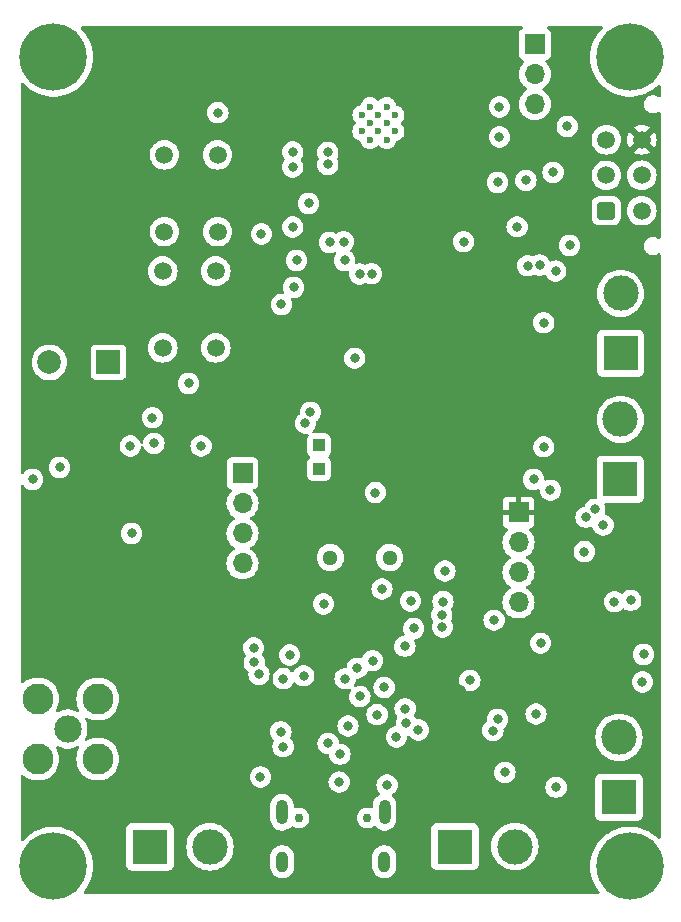
<source format=gbr>
%TF.GenerationSoftware,KiCad,Pcbnew,8.0.5*%
%TF.CreationDate,2025-03-30T22:56:12-04:00*%
%TF.ProjectId,TR3V4,54523356-342e-46b6-9963-61645f706362,rev?*%
%TF.SameCoordinates,Original*%
%TF.FileFunction,Copper,L3,Inr*%
%TF.FilePolarity,Positive*%
%FSLAX46Y46*%
G04 Gerber Fmt 4.6, Leading zero omitted, Abs format (unit mm)*
G04 Created by KiCad (PCBNEW 8.0.5) date 2025-03-30 22:56:12*
%MOMM*%
%LPD*%
G01*
G04 APERTURE LIST*
G04 Aperture macros list*
%AMRoundRect*
0 Rectangle with rounded corners*
0 $1 Rounding radius*
0 $2 $3 $4 $5 $6 $7 $8 $9 X,Y pos of 4 corners*
0 Add a 4 corners polygon primitive as box body*
4,1,4,$2,$3,$4,$5,$6,$7,$8,$9,$2,$3,0*
0 Add four circle primitives for the rounded corners*
1,1,$1+$1,$2,$3*
1,1,$1+$1,$4,$5*
1,1,$1+$1,$6,$7*
1,1,$1+$1,$8,$9*
0 Add four rect primitives between the rounded corners*
20,1,$1+$1,$2,$3,$4,$5,0*
20,1,$1+$1,$4,$5,$6,$7,0*
20,1,$1+$1,$6,$7,$8,$9,0*
20,1,$1+$1,$8,$9,$2,$3,0*%
G04 Aperture macros list end*
%TA.AperFunction,ComponentPad*%
%ADD10R,3.000000X3.000000*%
%TD*%
%TA.AperFunction,ComponentPad*%
%ADD11C,3.000000*%
%TD*%
%TA.AperFunction,ComponentPad*%
%ADD12C,5.700000*%
%TD*%
%TA.AperFunction,ComponentPad*%
%ADD13C,1.280000*%
%TD*%
%TA.AperFunction,ComponentPad*%
%ADD14R,1.000000X1.000000*%
%TD*%
%TA.AperFunction,ComponentPad*%
%ADD15O,1.000000X1.800000*%
%TD*%
%TA.AperFunction,ComponentPad*%
%ADD16O,1.000000X2.100000*%
%TD*%
%TA.AperFunction,ComponentPad*%
%ADD17C,0.750000*%
%TD*%
%TA.AperFunction,ComponentPad*%
%ADD18RoundRect,0.250001X0.499999X-0.499999X0.499999X0.499999X-0.499999X0.499999X-0.499999X-0.499999X0*%
%TD*%
%TA.AperFunction,ComponentPad*%
%ADD19C,1.500000*%
%TD*%
%TA.AperFunction,ComponentPad*%
%ADD20R,1.700000X1.700000*%
%TD*%
%TA.AperFunction,ComponentPad*%
%ADD21O,1.700000X1.700000*%
%TD*%
%TA.AperFunction,ComponentPad*%
%ADD22C,0.600000*%
%TD*%
%TA.AperFunction,ComponentPad*%
%ADD23R,2.000000X2.000000*%
%TD*%
%TA.AperFunction,ComponentPad*%
%ADD24C,2.000000*%
%TD*%
%TA.AperFunction,ComponentPad*%
%ADD25C,1.498600*%
%TD*%
%TA.AperFunction,ComponentPad*%
%ADD26C,2.325000*%
%TD*%
%TA.AperFunction,ComponentPad*%
%ADD27C,2.625000*%
%TD*%
%TA.AperFunction,ViaPad*%
%ADD28C,0.800000*%
%TD*%
G04 APERTURE END LIST*
D10*
%TO.N,N/C*%
%TO.C,J5*%
X191008000Y-77216000D03*
D11*
%TO.N,cam*%
X191008000Y-72136000D03*
%TD*%
D12*
%TO.N,N/C*%
%TO.C,*%
X143000000Y-52130000D03*
%TD*%
D13*
%TO.N,Net-(Q1-C)*%
%TO.C,LS1*%
X166450000Y-94500000D03*
%TO.N,+7.5V*%
X171450000Y-94500000D03*
%TD*%
D14*
%TO.N,/gps_tx*%
%TO.C,TX2*%
X165500000Y-87000000D03*
%TD*%
D15*
%TO.N,N/C*%
%TO.C,J2*%
X162359996Y-120250000D03*
X171000000Y-120250000D03*
D16*
X162347347Y-116070000D03*
X171037649Y-116073350D03*
D17*
X163789998Y-116561600D03*
X169569998Y-116561600D03*
%TD*%
D18*
%TO.N,/SPICLK*%
%TO.C,J6*%
X189810000Y-65134000D03*
D19*
%TO.N,/cs_sd*%
X189810000Y-62134000D03*
%TO.N,/SPI_MISO*%
X189810000Y-59134000D03*
%TO.N,/SPI_MOSI*%
X192810000Y-65134000D03*
%TO.N,Earth*%
X192810000Y-62134000D03*
%TO.N,+3.3V*%
X192810000Y-59134000D03*
%TD*%
D12*
%TO.N,N/C*%
%TO.C,*%
X191800000Y-120650000D03*
%TD*%
D20*
%TO.N,Earth*%
%TO.C,J3*%
X183750000Y-51042000D03*
D21*
%TO.N,/UART_TX*%
X183750000Y-53582000D03*
%TO.N,/UART_RX*%
X183750000Y-56122000D03*
%TD*%
D14*
%TO.N,/gps_rx*%
%TO.C,RX2*%
X165500000Y-85000000D03*
%TD*%
D10*
%TO.N,Net-(SW1-A)*%
%TO.C,SW1*%
X176990583Y-118970001D03*
D11*
%TO.N,+7.5V*%
X182070583Y-118970001D03*
%TD*%
D22*
%TO.N,Earth*%
%TO.C,U11*%
X169112000Y-57022000D03*
X169112000Y-58422000D03*
X169812000Y-56322000D03*
X169812000Y-57722000D03*
X169812000Y-59122000D03*
X170512000Y-57022000D03*
X170512000Y-58422000D03*
X171212000Y-56322000D03*
X171212000Y-57722000D03*
X171212000Y-59122000D03*
X171912000Y-57022000D03*
X171912000Y-58422000D03*
%TD*%
D23*
%TO.N,+7.5V*%
%TO.C,C3*%
X147655677Y-77978000D03*
D24*
%TO.N,Earth*%
X142655677Y-77978000D03*
%TD*%
D25*
%TO.N,/reset*%
%TO.C,SW4*%
X152390417Y-60412000D03*
%TO.N,Earth*%
X156890418Y-66912002D03*
X156890418Y-60412000D03*
%TO.N,/reset*%
X152390417Y-66912002D03*
%TD*%
D20*
%TO.N,/TDO*%
%TO.C,J7*%
X159004000Y-87376000D03*
D21*
%TO.N,/SPI_MISO*%
X159004000Y-89916000D03*
%TO.N,/SPI_MOSI*%
X159004000Y-92456000D03*
%TO.N,/SPICLK*%
X159004000Y-94996000D03*
%TD*%
D12*
%TO.N,N/C*%
%TO.C,*%
X143000000Y-120650000D03*
%TD*%
D26*
%TO.N,Net-(U7-ANT)*%
%TO.C,AE1*%
X144210000Y-109021800D03*
D27*
%TO.N,Earth*%
X141670000Y-106481800D03*
X146750000Y-106481800D03*
X141670000Y-111561800D03*
X146750000Y-111561800D03*
%TD*%
D10*
%TO.N,+7.5V*%
%TO.C,J4*%
X190881000Y-114808000D03*
D11*
%TO.N,Net-(J4-Pin_2)*%
X190881000Y-109728000D03*
%TD*%
D10*
%TO.N,Net-(J1-Pin_1)*%
%TO.C,J1*%
X151170000Y-119000000D03*
D11*
%TO.N,Net-(J1-Pin_2)*%
X156250000Y-119000000D03*
%TD*%
D12*
%TO.N,N/C*%
%TO.C,*%
X191800000Y-52130000D03*
%TD*%
D25*
%TO.N,Earth*%
%TO.C,SW2*%
X156750000Y-70250000D03*
X156750000Y-76750002D03*
%TO.N,/flash*%
X152249999Y-70250000D03*
X152249999Y-76750002D03*
%TD*%
D20*
%TO.N,+3.3V*%
%TO.C,J8*%
X182372000Y-90688000D03*
D21*
%TO.N,Earth*%
X182372000Y-93228000D03*
%TO.N,/I2C_SCL*%
X182372000Y-95768000D03*
%TO.N,/I2C_SDA*%
X182372000Y-98308000D03*
%TD*%
D10*
%TO.N,+7.5V*%
%TO.C,J5*%
X191000000Y-87884000D03*
D11*
%TO.N,Net-(J5-Pin_2)*%
X191000000Y-82804000D03*
%TD*%
D28*
%TO.N,cam*%
X186690000Y-68072000D03*
%TO.N,/SPI_MOSI*%
X151500000Y-84836000D03*
%TO.N,/SPI_MISO*%
X154432000Y-79756000D03*
%TO.N,/SPICLK*%
X149500002Y-85061800D03*
%TO.N,/SPI_MISO*%
X151375001Y-82661999D03*
%TO.N,Net-(U11-IO17)*%
X180594000Y-62738000D03*
X164604274Y-64517989D03*
X165862000Y-98425000D03*
%TO.N,+3.3V*%
X181279200Y-83848800D03*
%TO.N,/I2C_SDA*%
X185068814Y-88802814D03*
%TO.N,/I2C_SCL*%
X183642000Y-87884000D03*
%TO.N,+1V8*%
X178250000Y-104902000D03*
%TO.N,/I2C Int*%
X180594000Y-108204000D03*
%TO.N,+1V8*%
X173228000Y-98194500D03*
%TO.N,/I2C Int*%
X170812000Y-97155000D03*
%TO.N,Earth*%
X166370000Y-67818000D03*
%TO.N,/UART_TX*%
X164752674Y-82200993D03*
%TO.N,/UART_RX*%
X164329021Y-83125573D03*
%TO.N,Earth*%
X173900000Y-109100000D03*
X184514000Y-85131120D03*
X170400000Y-107800000D03*
X160527379Y-113093721D03*
X191875000Y-98125000D03*
X162250000Y-109250000D03*
X175921486Y-100373919D03*
X184514000Y-74623140D03*
X155500000Y-85061800D03*
X175977298Y-98227298D03*
X180302800Y-99802800D03*
X170250000Y-89000000D03*
X186500000Y-58000000D03*
X184250000Y-101750000D03*
X171250000Y-113750000D03*
X180200200Y-109154795D03*
X185554596Y-113954595D03*
X183855485Y-107750000D03*
X149606000Y-92456000D03*
X181219676Y-112697991D03*
%TO.N,/DN*%
X167250000Y-111163800D03*
%TO.N,Net-(Q5-B)*%
X162438798Y-110513800D03*
%TO.N,/I2C_SCL*%
X172775000Y-107300000D03*
X175875000Y-99375000D03*
X163262000Y-61432000D03*
X172025938Y-109700000D03*
X166221000Y-61214000D03*
%TO.N,/I2C_SDA*%
X163262000Y-60162000D03*
X172887500Y-108512500D03*
X176137653Y-95637653D03*
X172750000Y-102012683D03*
X166221000Y-60198000D03*
X173500000Y-100500000D03*
%TO.N,/SPICLK*%
X184152745Y-69740949D03*
X160602298Y-67102298D03*
X169926000Y-70475100D03*
%TO.N,/SPI_MISO*%
X168926359Y-70501980D03*
X163262000Y-66512000D03*
X183154494Y-69800100D03*
%TO.N,Net-(BT1-+)*%
X168512000Y-77625420D03*
X143510000Y-86868000D03*
X141224000Y-87884000D03*
%TO.N,/UART_RX*%
X168708191Y-103874002D03*
X159949145Y-102145755D03*
%TO.N,/SPI_MOSI*%
X185525000Y-70250000D03*
X167567000Y-67762000D03*
%TO.N,+3.3V*%
X170900000Y-112000000D03*
X175837514Y-94187653D03*
X170108484Y-74037652D03*
X158870667Y-52412000D03*
X182000000Y-103250000D03*
X180250000Y-98000000D03*
X171469500Y-82621000D03*
X177500000Y-105750000D03*
X184000000Y-65750000D03*
X149500002Y-99768400D03*
%TO.N,/cs_sd*%
X185300000Y-61897000D03*
%TO.N,/DP*%
X167188798Y-113513800D03*
%TO.N,/TDO*%
X167640000Y-69342000D03*
X163576000Y-69342000D03*
%TO.N,/flash*%
X171000000Y-105500000D03*
X182250000Y-66500000D03*
X162297000Y-73075000D03*
%TO.N,Net-(J5-Pin_2)*%
X190485582Y-98250000D03*
%TO.N,Net-(Q3-B)*%
X163000000Y-102750000D03*
%TO.N,/VCC*%
X167938798Y-108763800D03*
X168938798Y-106263800D03*
X166258997Y-110241002D03*
X164188798Y-104513800D03*
%TO.N,/piezo*%
X180762000Y-56352000D03*
%TO.N,/Drouge*%
X187939476Y-94004408D03*
X189539990Y-91750000D03*
%TO.N,/cont drouge*%
X192862200Y-105044407D03*
X183000000Y-62572000D03*
X180762000Y-58892000D03*
X188089990Y-91095975D03*
%TO.N,/cont main*%
X192960582Y-102700000D03*
X188828860Y-90422124D03*
%TO.N,/LORA_Reset*%
X163322000Y-71628000D03*
X177727000Y-67762000D03*
%TO.N,Net-(Q3-E)*%
X170012500Y-103237500D03*
%TO.N,/Detect*%
X167688798Y-104763800D03*
%TO.N,Net-(Q4-B)*%
X162453278Y-104751317D03*
%TO.N,/reset*%
X160000000Y-103378000D03*
X156913000Y-56837000D03*
%TO.N,Net-(Q4-E)*%
X160399145Y-104394000D03*
%TD*%
%TA.AperFunction,Conductor*%
%TO.N,+3.3V*%
G36*
X182666877Y-49534185D02*
G01*
X182712632Y-49586989D01*
X182722576Y-49656147D01*
X182693551Y-49719703D01*
X182659266Y-49747332D01*
X182657664Y-49748206D01*
X182542455Y-49834452D01*
X182542452Y-49834455D01*
X182456206Y-49949664D01*
X182456202Y-49949671D01*
X182405908Y-50084517D01*
X182404310Y-50099386D01*
X182399501Y-50144123D01*
X182399500Y-50144135D01*
X182399500Y-51939870D01*
X182399501Y-51939876D01*
X182405908Y-51999483D01*
X182456202Y-52134328D01*
X182456206Y-52134335D01*
X182542452Y-52249544D01*
X182542455Y-52249547D01*
X182657664Y-52335793D01*
X182657671Y-52335797D01*
X182789081Y-52384810D01*
X182845015Y-52426681D01*
X182869432Y-52492145D01*
X182854580Y-52560418D01*
X182833430Y-52588673D01*
X182711503Y-52710600D01*
X182575965Y-52904169D01*
X182575964Y-52904171D01*
X182476098Y-53118335D01*
X182476094Y-53118344D01*
X182414938Y-53346586D01*
X182414936Y-53346596D01*
X182394341Y-53581999D01*
X182394341Y-53582000D01*
X182414936Y-53817403D01*
X182414938Y-53817413D01*
X182476094Y-54045655D01*
X182476096Y-54045659D01*
X182476097Y-54045663D01*
X182529699Y-54160613D01*
X182575965Y-54259830D01*
X182575967Y-54259834D01*
X182711501Y-54453395D01*
X182711506Y-54453402D01*
X182878597Y-54620493D01*
X182878603Y-54620498D01*
X183064158Y-54750425D01*
X183107783Y-54805002D01*
X183114977Y-54874500D01*
X183083454Y-54936855D01*
X183064158Y-54953575D01*
X182878597Y-55083505D01*
X182711505Y-55250597D01*
X182575965Y-55444169D01*
X182575964Y-55444171D01*
X182505067Y-55596211D01*
X182480354Y-55649209D01*
X182476098Y-55658335D01*
X182476094Y-55658344D01*
X182414938Y-55886586D01*
X182414936Y-55886596D01*
X182394341Y-56121999D01*
X182394341Y-56122000D01*
X182414936Y-56357403D01*
X182414938Y-56357413D01*
X182476094Y-56585655D01*
X182476096Y-56585659D01*
X182476097Y-56585663D01*
X182516579Y-56672476D01*
X182575965Y-56799830D01*
X182575967Y-56799834D01*
X182684281Y-56954521D01*
X182711505Y-56993401D01*
X182878599Y-57160495D01*
X182975384Y-57228265D01*
X183072165Y-57296032D01*
X183072167Y-57296033D01*
X183072170Y-57296035D01*
X183286337Y-57395903D01*
X183514592Y-57457063D01*
X183702918Y-57473539D01*
X183749999Y-57477659D01*
X183750000Y-57477659D01*
X183750001Y-57477659D01*
X183789234Y-57474226D01*
X183985408Y-57457063D01*
X184213663Y-57395903D01*
X184427830Y-57296035D01*
X184621401Y-57160495D01*
X184788495Y-56993401D01*
X184924035Y-56799830D01*
X185023903Y-56585663D01*
X185085063Y-56357408D01*
X185105659Y-56122000D01*
X185085063Y-55886592D01*
X185023903Y-55658337D01*
X184924035Y-55444171D01*
X184921968Y-55441218D01*
X184788494Y-55250597D01*
X184621402Y-55083506D01*
X184621396Y-55083501D01*
X184435842Y-54953575D01*
X184392217Y-54898998D01*
X184385023Y-54829500D01*
X184416546Y-54767145D01*
X184435842Y-54750425D01*
X184458026Y-54734891D01*
X184621401Y-54620495D01*
X184788495Y-54453401D01*
X184924035Y-54259830D01*
X185023903Y-54045663D01*
X185085063Y-53817408D01*
X185105659Y-53582000D01*
X185085063Y-53346592D01*
X185023903Y-53118337D01*
X184924035Y-52904171D01*
X184788495Y-52710599D01*
X184666567Y-52588671D01*
X184633084Y-52527351D01*
X184638068Y-52457659D01*
X184679939Y-52401725D01*
X184710915Y-52384810D01*
X184842331Y-52335796D01*
X184957546Y-52249546D01*
X185043796Y-52134331D01*
X185094091Y-51999483D01*
X185100500Y-51939873D01*
X185100499Y-50144128D01*
X185094091Y-50084517D01*
X185043796Y-49949669D01*
X185043795Y-49949668D01*
X185043793Y-49949664D01*
X184957547Y-49834455D01*
X184957544Y-49834452D01*
X184842335Y-49748206D01*
X184840734Y-49747332D01*
X184839443Y-49746041D01*
X184835231Y-49742888D01*
X184835684Y-49742282D01*
X184791329Y-49697926D01*
X184776478Y-49629653D01*
X184800896Y-49564188D01*
X184856830Y-49522318D01*
X184900162Y-49514500D01*
X189377892Y-49514500D01*
X189444931Y-49534185D01*
X189490686Y-49586989D01*
X189500630Y-49656147D01*
X189471605Y-49719703D01*
X189463178Y-49728512D01*
X189401994Y-49786468D01*
X189363973Y-49822484D01*
X189128772Y-50099386D01*
X188924884Y-50400098D01*
X188924878Y-50400107D01*
X188754706Y-50721086D01*
X188754700Y-50721098D01*
X188620226Y-51058603D01*
X188620221Y-51058618D01*
X188523030Y-51408670D01*
X188523024Y-51408696D01*
X188464250Y-51767200D01*
X188464248Y-51767217D01*
X188444579Y-52129997D01*
X188444579Y-52130002D01*
X188464248Y-52492782D01*
X188464250Y-52492799D01*
X188523024Y-52851303D01*
X188523030Y-52851329D01*
X188620221Y-53201381D01*
X188620226Y-53201396D01*
X188754700Y-53538901D01*
X188754706Y-53538913D01*
X188924878Y-53859892D01*
X188924884Y-53859901D01*
X189128772Y-54160613D01*
X189202500Y-54247412D01*
X189363979Y-54437521D01*
X189627746Y-54687375D01*
X189916981Y-54907245D01*
X190228292Y-55094555D01*
X190228294Y-55094556D01*
X190228296Y-55094557D01*
X190228300Y-55094559D01*
X190558020Y-55247103D01*
X190558031Y-55247108D01*
X190902330Y-55363116D01*
X191257153Y-55441218D01*
X191618341Y-55480500D01*
X191618347Y-55480500D01*
X191981653Y-55480500D01*
X191981659Y-55480500D01*
X192342847Y-55441218D01*
X192697670Y-55363116D01*
X193041969Y-55247108D01*
X193371708Y-55094555D01*
X193683019Y-54907245D01*
X193972254Y-54687375D01*
X194188225Y-54482796D01*
X194250433Y-54450983D01*
X194319964Y-54457853D01*
X194374743Y-54501224D01*
X194397378Y-54567325D01*
X194397500Y-54572819D01*
X194397500Y-55420011D01*
X194377815Y-55487050D01*
X194325011Y-55532805D01*
X194255853Y-55542749D01*
X194204609Y-55523113D01*
X194110238Y-55460056D01*
X194110229Y-55460051D01*
X193971830Y-55402725D01*
X193971822Y-55402723D01*
X193824907Y-55373500D01*
X193824903Y-55373500D01*
X193675097Y-55373500D01*
X193675092Y-55373500D01*
X193528177Y-55402723D01*
X193528169Y-55402725D01*
X193389770Y-55460051D01*
X193389761Y-55460056D01*
X193265209Y-55543280D01*
X193265205Y-55543283D01*
X193159283Y-55649205D01*
X193159280Y-55649209D01*
X193076056Y-55773761D01*
X193076051Y-55773770D01*
X193018725Y-55912169D01*
X193018723Y-55912177D01*
X192989500Y-56059092D01*
X192989500Y-56208907D01*
X193018723Y-56355822D01*
X193018725Y-56355830D01*
X193076051Y-56494229D01*
X193076056Y-56494238D01*
X193159280Y-56618790D01*
X193159283Y-56618794D01*
X193265205Y-56724716D01*
X193265209Y-56724719D01*
X193389761Y-56807943D01*
X193389767Y-56807946D01*
X193389768Y-56807947D01*
X193528170Y-56865275D01*
X193623385Y-56884214D01*
X193675092Y-56894499D01*
X193675096Y-56894500D01*
X193675097Y-56894500D01*
X193824904Y-56894500D01*
X193824905Y-56894499D01*
X193971830Y-56865275D01*
X194110232Y-56807947D01*
X194204609Y-56744885D01*
X194271286Y-56724008D01*
X194338666Y-56742492D01*
X194385357Y-56794471D01*
X194397500Y-56847988D01*
X194397500Y-67420011D01*
X194377815Y-67487050D01*
X194325011Y-67532805D01*
X194255853Y-67542749D01*
X194204609Y-67523113D01*
X194110238Y-67460056D01*
X194110229Y-67460051D01*
X193971830Y-67402725D01*
X193971822Y-67402723D01*
X193824907Y-67373500D01*
X193824903Y-67373500D01*
X193675097Y-67373500D01*
X193675092Y-67373500D01*
X193528177Y-67402723D01*
X193528169Y-67402725D01*
X193389770Y-67460051D01*
X193389761Y-67460056D01*
X193265209Y-67543280D01*
X193265205Y-67543283D01*
X193159283Y-67649205D01*
X193159280Y-67649209D01*
X193076056Y-67773761D01*
X193076051Y-67773770D01*
X193018725Y-67912169D01*
X193018723Y-67912177D01*
X192989500Y-68059092D01*
X192989500Y-68208907D01*
X193018723Y-68355822D01*
X193018725Y-68355830D01*
X193076051Y-68494229D01*
X193076056Y-68494238D01*
X193159280Y-68618790D01*
X193159283Y-68618794D01*
X193265205Y-68724716D01*
X193265209Y-68724719D01*
X193389761Y-68807943D01*
X193389767Y-68807946D01*
X193389768Y-68807947D01*
X193528170Y-68865275D01*
X193675092Y-68894499D01*
X193675096Y-68894500D01*
X193675097Y-68894500D01*
X193824904Y-68894500D01*
X193824905Y-68894499D01*
X193971830Y-68865275D01*
X194110232Y-68807947D01*
X194204609Y-68744885D01*
X194271286Y-68724008D01*
X194338666Y-68742492D01*
X194385357Y-68794471D01*
X194397500Y-68847988D01*
X194397500Y-118207180D01*
X194377815Y-118274219D01*
X194325011Y-118319974D01*
X194255853Y-118329918D01*
X194192297Y-118300893D01*
X194188225Y-118297204D01*
X194163960Y-118274219D01*
X193972254Y-118092625D01*
X193972246Y-118092619D01*
X193972244Y-118092617D01*
X193903635Y-118040462D01*
X193683019Y-117872755D01*
X193371708Y-117685445D01*
X193371707Y-117685444D01*
X193371703Y-117685442D01*
X193371699Y-117685440D01*
X193041979Y-117532896D01*
X193041974Y-117532894D01*
X193041969Y-117532892D01*
X192808631Y-117454271D01*
X192697669Y-117416883D01*
X192342845Y-117338781D01*
X191981660Y-117299500D01*
X191981659Y-117299500D01*
X191618341Y-117299500D01*
X191618339Y-117299500D01*
X191257154Y-117338781D01*
X190902330Y-117416883D01*
X190636178Y-117506560D01*
X190558031Y-117532892D01*
X190558028Y-117532893D01*
X190558020Y-117532896D01*
X190228300Y-117685440D01*
X190228296Y-117685442D01*
X189996453Y-117824937D01*
X189916981Y-117872755D01*
X189860501Y-117915690D01*
X189627755Y-118092617D01*
X189627745Y-118092625D01*
X189363978Y-118342479D01*
X189128772Y-118619386D01*
X188924884Y-118920098D01*
X188924878Y-118920107D01*
X188754706Y-119241086D01*
X188754700Y-119241098D01*
X188620226Y-119578603D01*
X188620221Y-119578618D01*
X188523030Y-119928670D01*
X188523024Y-119928696D01*
X188464250Y-120287200D01*
X188464248Y-120287217D01*
X188444579Y-120649997D01*
X188444579Y-120650002D01*
X188464248Y-121012782D01*
X188464250Y-121012799D01*
X188523024Y-121371303D01*
X188523030Y-121371329D01*
X188620221Y-121721381D01*
X188620226Y-121721396D01*
X188754700Y-122058901D01*
X188754706Y-122058913D01*
X188924878Y-122379892D01*
X188924884Y-122379901D01*
X189128772Y-122680613D01*
X189210154Y-122776424D01*
X189238552Y-122840263D01*
X189227928Y-122909320D01*
X189181655Y-122961671D01*
X189115646Y-122980700D01*
X145684354Y-122980700D01*
X145617315Y-122961015D01*
X145571560Y-122908211D01*
X145561616Y-122839053D01*
X145589846Y-122776424D01*
X145617078Y-122744362D01*
X145671227Y-122680614D01*
X145875117Y-122379900D01*
X146045298Y-122058905D01*
X146179775Y-121721391D01*
X146276973Y-121371316D01*
X146295063Y-121260967D01*
X146335749Y-121012799D01*
X146335751Y-121012782D01*
X146336765Y-120994091D01*
X146352042Y-120712329D01*
X146355421Y-120650002D01*
X146355421Y-120649997D01*
X146335751Y-120287217D01*
X146335749Y-120287200D01*
X146276975Y-119928696D01*
X146276974Y-119928695D01*
X146276973Y-119928684D01*
X146227766Y-119751456D01*
X146179778Y-119578618D01*
X146179773Y-119578603D01*
X146045299Y-119241098D01*
X146045298Y-119241095D01*
X145917478Y-119000001D01*
X145875121Y-118920107D01*
X145875119Y-118920104D01*
X145875117Y-118920100D01*
X145671227Y-118619386D01*
X145436021Y-118342479D01*
X145172254Y-118092625D01*
X145172244Y-118092617D01*
X145103635Y-118040462D01*
X144883019Y-117872755D01*
X144571708Y-117685445D01*
X144571707Y-117685444D01*
X144571703Y-117685442D01*
X144571699Y-117685440D01*
X144241979Y-117532896D01*
X144241974Y-117532894D01*
X144241969Y-117532892D01*
X144008631Y-117454271D01*
X144002292Y-117452135D01*
X149169500Y-117452135D01*
X149169500Y-120547870D01*
X149169501Y-120547876D01*
X149175908Y-120607483D01*
X149226202Y-120742328D01*
X149226206Y-120742335D01*
X149312452Y-120857544D01*
X149312455Y-120857547D01*
X149427664Y-120943793D01*
X149427671Y-120943797D01*
X149562517Y-120994091D01*
X149562516Y-120994091D01*
X149569444Y-120994835D01*
X149622127Y-121000500D01*
X152717872Y-121000499D01*
X152777483Y-120994091D01*
X152912331Y-120943796D01*
X153027546Y-120857546D01*
X153113796Y-120742331D01*
X153164091Y-120607483D01*
X153170500Y-120547873D01*
X153170499Y-118999998D01*
X154244390Y-118999998D01*
X154244390Y-119000001D01*
X154264804Y-119285433D01*
X154325628Y-119565037D01*
X154425635Y-119833166D01*
X154562770Y-120084309D01*
X154562775Y-120084317D01*
X154734254Y-120313387D01*
X154734270Y-120313405D01*
X154936594Y-120515729D01*
X154936612Y-120515745D01*
X155165682Y-120687224D01*
X155165690Y-120687229D01*
X155416833Y-120824364D01*
X155416832Y-120824364D01*
X155416836Y-120824365D01*
X155416839Y-120824367D01*
X155684954Y-120924369D01*
X155684960Y-120924370D01*
X155684962Y-120924371D01*
X155964566Y-120985195D01*
X155964568Y-120985195D01*
X155964572Y-120985196D01*
X156218220Y-121003337D01*
X156249999Y-121005610D01*
X156250000Y-121005610D01*
X156250001Y-121005610D01*
X156278595Y-121003564D01*
X156535428Y-120985196D01*
X156602990Y-120970499D01*
X156815037Y-120924371D01*
X156815037Y-120924370D01*
X156815046Y-120924369D01*
X157083161Y-120824367D01*
X157222022Y-120748543D01*
X161359495Y-120748543D01*
X161397943Y-120941829D01*
X161397946Y-120941839D01*
X161473360Y-121123907D01*
X161473367Y-121123920D01*
X161582856Y-121287781D01*
X161582859Y-121287785D01*
X161722210Y-121427136D01*
X161722214Y-121427139D01*
X161886075Y-121536628D01*
X161886088Y-121536635D01*
X162068156Y-121612049D01*
X162068161Y-121612051D01*
X162068165Y-121612051D01*
X162068166Y-121612052D01*
X162261452Y-121650500D01*
X162261455Y-121650500D01*
X162458539Y-121650500D01*
X162588578Y-121624632D01*
X162651831Y-121612051D01*
X162833910Y-121536632D01*
X162997778Y-121427139D01*
X163137135Y-121287782D01*
X163246628Y-121123914D01*
X163322047Y-120941835D01*
X163338814Y-120857544D01*
X163360496Y-120748543D01*
X169999499Y-120748543D01*
X170037947Y-120941829D01*
X170037950Y-120941839D01*
X170113364Y-121123907D01*
X170113371Y-121123920D01*
X170222860Y-121287781D01*
X170222863Y-121287785D01*
X170362214Y-121427136D01*
X170362218Y-121427139D01*
X170526079Y-121536628D01*
X170526092Y-121536635D01*
X170708160Y-121612049D01*
X170708165Y-121612051D01*
X170708169Y-121612051D01*
X170708170Y-121612052D01*
X170901456Y-121650500D01*
X170901459Y-121650500D01*
X171098543Y-121650500D01*
X171228582Y-121624632D01*
X171291835Y-121612051D01*
X171473914Y-121536632D01*
X171637782Y-121427139D01*
X171777139Y-121287782D01*
X171886632Y-121123914D01*
X171962051Y-120941835D01*
X171978818Y-120857544D01*
X172000500Y-120748543D01*
X172000500Y-119751456D01*
X171962052Y-119558170D01*
X171962051Y-119558169D01*
X171962051Y-119558165D01*
X171952472Y-119535038D01*
X171886635Y-119376092D01*
X171886628Y-119376079D01*
X171777139Y-119212218D01*
X171777136Y-119212214D01*
X171637785Y-119072863D01*
X171637781Y-119072860D01*
X171473920Y-118963371D01*
X171473907Y-118963364D01*
X171291839Y-118887950D01*
X171291829Y-118887947D01*
X171098543Y-118849500D01*
X171098541Y-118849500D01*
X170901459Y-118849500D01*
X170901457Y-118849500D01*
X170708170Y-118887947D01*
X170708160Y-118887950D01*
X170526092Y-118963364D01*
X170526079Y-118963371D01*
X170362218Y-119072860D01*
X170362214Y-119072863D01*
X170222863Y-119212214D01*
X170222860Y-119212218D01*
X170113371Y-119376079D01*
X170113364Y-119376092D01*
X170037950Y-119558160D01*
X170037947Y-119558170D01*
X169999500Y-119751456D01*
X169999500Y-119751459D01*
X169999500Y-120748541D01*
X169999500Y-120748543D01*
X169999499Y-120748543D01*
X163360496Y-120748543D01*
X163360496Y-119751456D01*
X163322048Y-119558170D01*
X163322047Y-119558169D01*
X163322047Y-119558165D01*
X163312468Y-119535038D01*
X163246631Y-119376092D01*
X163246624Y-119376079D01*
X163137135Y-119212218D01*
X163137132Y-119212214D01*
X162997781Y-119072863D01*
X162997777Y-119072860D01*
X162833916Y-118963371D01*
X162833903Y-118963364D01*
X162651835Y-118887950D01*
X162651825Y-118887947D01*
X162458539Y-118849500D01*
X162458537Y-118849500D01*
X162261455Y-118849500D01*
X162261453Y-118849500D01*
X162068166Y-118887947D01*
X162068156Y-118887950D01*
X161886088Y-118963364D01*
X161886075Y-118963371D01*
X161722214Y-119072860D01*
X161722210Y-119072863D01*
X161582859Y-119212214D01*
X161582856Y-119212218D01*
X161473367Y-119376079D01*
X161473360Y-119376092D01*
X161397946Y-119558160D01*
X161397943Y-119558170D01*
X161359496Y-119751456D01*
X161359496Y-119751459D01*
X161359496Y-120748541D01*
X161359496Y-120748543D01*
X161359495Y-120748543D01*
X157222022Y-120748543D01*
X157334315Y-120687226D01*
X157563395Y-120515739D01*
X157765739Y-120313395D01*
X157937226Y-120084315D01*
X158074367Y-119833161D01*
X158174369Y-119565046D01*
X158235196Y-119285428D01*
X158255610Y-119000000D01*
X158253464Y-118970001D01*
X158244846Y-118849500D01*
X158235196Y-118714572D01*
X158188091Y-118498035D01*
X158174371Y-118434962D01*
X158174370Y-118434960D01*
X158174369Y-118434954D01*
X158074367Y-118166839D01*
X158057986Y-118136840D01*
X157937229Y-117915690D01*
X157937224Y-117915682D01*
X157765745Y-117686612D01*
X157765729Y-117686594D01*
X157563405Y-117484270D01*
X157563387Y-117484254D01*
X157334317Y-117312775D01*
X157334309Y-117312770D01*
X157083166Y-117175635D01*
X157083167Y-117175635D01*
X156913777Y-117112456D01*
X156815046Y-117075631D01*
X156815043Y-117075630D01*
X156815037Y-117075628D01*
X156535433Y-117014804D01*
X156250001Y-116994390D01*
X156249999Y-116994390D01*
X155964566Y-117014804D01*
X155684962Y-117075628D01*
X155416833Y-117175635D01*
X155165690Y-117312770D01*
X155165682Y-117312775D01*
X154936612Y-117484254D01*
X154936594Y-117484270D01*
X154734270Y-117686594D01*
X154734254Y-117686612D01*
X154562775Y-117915682D01*
X154562770Y-117915690D01*
X154425635Y-118166833D01*
X154325628Y-118434962D01*
X154264804Y-118714566D01*
X154244390Y-118999998D01*
X153170499Y-118999998D01*
X153170499Y-117452128D01*
X153164091Y-117392517D01*
X153138528Y-117323980D01*
X153113797Y-117257671D01*
X153113793Y-117257664D01*
X153027547Y-117142455D01*
X153027544Y-117142452D01*
X152912335Y-117056206D01*
X152912328Y-117056202D01*
X152777482Y-117005908D01*
X152777483Y-117005908D01*
X152717883Y-116999501D01*
X152717881Y-116999500D01*
X152717873Y-116999500D01*
X152717864Y-116999500D01*
X149622129Y-116999500D01*
X149622123Y-116999501D01*
X149562516Y-117005908D01*
X149427671Y-117056202D01*
X149427664Y-117056206D01*
X149312455Y-117142452D01*
X149312452Y-117142455D01*
X149226206Y-117257664D01*
X149226202Y-117257671D01*
X149175908Y-117392517D01*
X149169501Y-117452116D01*
X149169501Y-117452123D01*
X149169500Y-117452135D01*
X144002292Y-117452135D01*
X143897669Y-117416883D01*
X143542845Y-117338781D01*
X143181660Y-117299500D01*
X143181659Y-117299500D01*
X142818341Y-117299500D01*
X142818339Y-117299500D01*
X142457154Y-117338781D01*
X142102330Y-117416883D01*
X141836178Y-117506560D01*
X141758031Y-117532892D01*
X141758028Y-117532893D01*
X141758020Y-117532896D01*
X141428300Y-117685440D01*
X141428296Y-117685442D01*
X141196453Y-117824937D01*
X141116981Y-117872755D01*
X141060501Y-117915690D01*
X140827755Y-118092617D01*
X140827745Y-118092625D01*
X140563978Y-118342479D01*
X140465008Y-118458996D01*
X140406605Y-118497347D01*
X140336739Y-118498035D01*
X140277591Y-118460842D01*
X140247942Y-118397575D01*
X140246500Y-118378720D01*
X140246500Y-116718543D01*
X161346846Y-116718543D01*
X161385294Y-116911829D01*
X161385297Y-116911839D01*
X161460711Y-117093907D01*
X161460718Y-117093920D01*
X161570207Y-117257781D01*
X161570210Y-117257785D01*
X161709561Y-117397136D01*
X161709565Y-117397139D01*
X161873426Y-117506628D01*
X161873439Y-117506635D01*
X161936840Y-117532896D01*
X162055512Y-117582051D01*
X162055516Y-117582051D01*
X162055517Y-117582052D01*
X162248803Y-117620500D01*
X162248806Y-117620500D01*
X162445890Y-117620500D01*
X162575929Y-117594632D01*
X162639182Y-117582051D01*
X162813166Y-117509985D01*
X162821254Y-117506635D01*
X162821254Y-117506634D01*
X162821261Y-117506632D01*
X162985129Y-117397139D01*
X163106088Y-117276179D01*
X163167409Y-117242696D01*
X163237101Y-117247680D01*
X163266648Y-117263540D01*
X163349833Y-117323978D01*
X163349837Y-117323981D01*
X163517959Y-117398834D01*
X163517964Y-117398836D01*
X163697979Y-117437100D01*
X163882017Y-117437100D01*
X164062032Y-117398836D01*
X164230159Y-117323981D01*
X164379048Y-117215807D01*
X164502193Y-117079040D01*
X164594212Y-116919659D01*
X164651083Y-116744629D01*
X164670320Y-116561600D01*
X168689676Y-116561600D01*
X168708913Y-116744629D01*
X168708914Y-116744632D01*
X168765781Y-116919653D01*
X168765784Y-116919659D01*
X168857803Y-117079040D01*
X168917766Y-117145636D01*
X168980947Y-117215806D01*
X168980949Y-117215808D01*
X169129832Y-117323978D01*
X169129833Y-117323978D01*
X169129837Y-117323981D01*
X169266951Y-117385028D01*
X169297959Y-117398834D01*
X169297964Y-117398836D01*
X169477979Y-117437100D01*
X169662017Y-117437100D01*
X169842032Y-117398836D01*
X170010159Y-117323981D01*
X170105883Y-117254433D01*
X170171687Y-117230954D01*
X170239741Y-117246779D01*
X170266448Y-117267071D01*
X170399863Y-117400486D01*
X170399867Y-117400489D01*
X170563728Y-117509978D01*
X170563741Y-117509985D01*
X170737721Y-117582049D01*
X170745814Y-117585401D01*
X170745818Y-117585401D01*
X170745819Y-117585402D01*
X170939105Y-117623850D01*
X170939108Y-117623850D01*
X171136192Y-117623850D01*
X171266231Y-117597982D01*
X171329484Y-117585401D01*
X171511563Y-117509982D01*
X171643034Y-117422136D01*
X174990083Y-117422136D01*
X174990083Y-120517871D01*
X174990084Y-120517877D01*
X174996491Y-120577484D01*
X175046785Y-120712329D01*
X175046789Y-120712336D01*
X175133035Y-120827545D01*
X175133038Y-120827548D01*
X175248247Y-120913794D01*
X175248254Y-120913798D01*
X175383100Y-120964092D01*
X175383099Y-120964092D01*
X175390027Y-120964836D01*
X175442710Y-120970501D01*
X178538455Y-120970500D01*
X178598066Y-120964092D01*
X178732914Y-120913797D01*
X178848129Y-120827547D01*
X178934379Y-120712332D01*
X178984674Y-120577484D01*
X178991083Y-120517874D01*
X178991082Y-118969999D01*
X180064973Y-118969999D01*
X180064973Y-118970002D01*
X180085387Y-119255434D01*
X180146211Y-119535038D01*
X180146213Y-119535044D01*
X180146214Y-119535047D01*
X180226931Y-119751456D01*
X180246218Y-119803167D01*
X180383353Y-120054310D01*
X180383358Y-120054318D01*
X180554837Y-120283388D01*
X180554853Y-120283406D01*
X180757177Y-120485730D01*
X180757195Y-120485746D01*
X180986265Y-120657225D01*
X180986273Y-120657230D01*
X181237416Y-120794365D01*
X181237415Y-120794365D01*
X181237419Y-120794366D01*
X181237422Y-120794368D01*
X181505537Y-120894370D01*
X181505543Y-120894371D01*
X181505545Y-120894372D01*
X181785149Y-120955196D01*
X181785151Y-120955196D01*
X181785155Y-120955197D01*
X182038803Y-120973338D01*
X182070582Y-120975611D01*
X182070583Y-120975611D01*
X182070584Y-120975611D01*
X182099178Y-120973565D01*
X182356011Y-120955197D01*
X182408435Y-120943793D01*
X182635620Y-120894372D01*
X182635620Y-120894371D01*
X182635629Y-120894370D01*
X182903744Y-120794368D01*
X183154898Y-120657227D01*
X183383978Y-120485740D01*
X183586322Y-120283396D01*
X183757809Y-120054316D01*
X183894950Y-119803162D01*
X183994952Y-119535047D01*
X183994954Y-119535038D01*
X184055778Y-119255434D01*
X184055778Y-119255433D01*
X184055779Y-119255429D01*
X184076193Y-118970001D01*
X184055779Y-118684573D01*
X184041598Y-118619386D01*
X183994954Y-118404963D01*
X183994953Y-118404961D01*
X183994952Y-118404955D01*
X183894950Y-118136840D01*
X183870802Y-118092617D01*
X183757812Y-117885691D01*
X183757807Y-117885683D01*
X183586328Y-117656613D01*
X183586312Y-117656595D01*
X183383988Y-117454271D01*
X183383970Y-117454255D01*
X183154900Y-117282776D01*
X183154892Y-117282771D01*
X182903749Y-117145636D01*
X182903750Y-117145636D01*
X182774059Y-117097264D01*
X182635629Y-117045632D01*
X182635626Y-117045631D01*
X182635620Y-117045629D01*
X182356016Y-116984805D01*
X182070584Y-116964391D01*
X182070582Y-116964391D01*
X181785149Y-116984805D01*
X181505545Y-117045629D01*
X181237416Y-117145636D01*
X180986273Y-117282771D01*
X180986265Y-117282776D01*
X180757195Y-117454255D01*
X180757177Y-117454271D01*
X180554853Y-117656595D01*
X180554837Y-117656613D01*
X180383358Y-117885683D01*
X180383353Y-117885691D01*
X180246218Y-118136834D01*
X180146211Y-118404963D01*
X180085387Y-118684567D01*
X180064973Y-118969999D01*
X178991082Y-118969999D01*
X178991082Y-117422129D01*
X178984674Y-117362518D01*
X178970300Y-117323980D01*
X178934380Y-117227672D01*
X178934376Y-117227665D01*
X178848130Y-117112456D01*
X178848127Y-117112453D01*
X178732918Y-117026207D01*
X178732911Y-117026203D01*
X178598065Y-116975909D01*
X178598066Y-116975909D01*
X178538466Y-116969502D01*
X178538464Y-116969501D01*
X178538456Y-116969501D01*
X178538447Y-116969501D01*
X175442712Y-116969501D01*
X175442706Y-116969502D01*
X175383099Y-116975909D01*
X175248254Y-117026203D01*
X175248247Y-117026207D01*
X175133038Y-117112453D01*
X175133035Y-117112456D01*
X175046789Y-117227665D01*
X175046785Y-117227672D01*
X174996491Y-117362518D01*
X174990647Y-117416883D01*
X174990084Y-117422124D01*
X174990083Y-117422136D01*
X171643034Y-117422136D01*
X171675431Y-117400489D01*
X171814788Y-117261132D01*
X171924281Y-117097264D01*
X171999700Y-116915185D01*
X172020921Y-116808500D01*
X172038149Y-116721893D01*
X172038149Y-115424806D01*
X171999701Y-115231520D01*
X171999700Y-115231519D01*
X171999700Y-115231515D01*
X171999698Y-115231510D01*
X171924284Y-115049442D01*
X171924277Y-115049429D01*
X171814788Y-114885568D01*
X171814785Y-114885564D01*
X171675430Y-114746209D01*
X171672793Y-114744045D01*
X171671782Y-114742561D01*
X171671124Y-114741903D01*
X171671248Y-114741778D01*
X171633457Y-114686300D01*
X171631586Y-114616456D01*
X171667772Y-114556687D01*
X171697139Y-114537453D01*
X171697107Y-114537397D01*
X171698107Y-114536819D01*
X171701018Y-114534913D01*
X171702730Y-114534151D01*
X171855871Y-114422888D01*
X171982533Y-114282216D01*
X172077179Y-114118284D01*
X172130365Y-113954595D01*
X184649136Y-113954595D01*
X184668922Y-114142851D01*
X184668923Y-114142854D01*
X184727414Y-114322872D01*
X184727417Y-114322879D01*
X184822063Y-114486811D01*
X184932965Y-114609980D01*
X184948725Y-114627483D01*
X185101861Y-114738743D01*
X185101866Y-114738746D01*
X185274788Y-114815737D01*
X185274793Y-114815739D01*
X185459950Y-114855095D01*
X185459951Y-114855095D01*
X185649240Y-114855095D01*
X185649242Y-114855095D01*
X185834399Y-114815739D01*
X186007326Y-114738746D01*
X186160467Y-114627483D01*
X186287129Y-114486811D01*
X186381775Y-114322879D01*
X186440270Y-114142851D01*
X186460056Y-113954595D01*
X186440270Y-113766339D01*
X186381775Y-113586311D01*
X186287129Y-113422379D01*
X186160467Y-113281707D01*
X186130776Y-113260135D01*
X188880500Y-113260135D01*
X188880500Y-116355870D01*
X188880501Y-116355876D01*
X188886908Y-116415483D01*
X188937202Y-116550328D01*
X188937206Y-116550335D01*
X189023452Y-116665544D01*
X189023455Y-116665547D01*
X189138664Y-116751793D01*
X189138671Y-116751797D01*
X189273517Y-116802091D01*
X189273516Y-116802091D01*
X189280444Y-116802835D01*
X189333127Y-116808500D01*
X192428872Y-116808499D01*
X192488483Y-116802091D01*
X192623331Y-116751796D01*
X192738546Y-116665546D01*
X192824796Y-116550331D01*
X192875091Y-116415483D01*
X192881500Y-116355873D01*
X192881499Y-113260128D01*
X192875091Y-113200517D01*
X192863875Y-113170446D01*
X192824797Y-113065671D01*
X192824793Y-113065664D01*
X192738547Y-112950455D01*
X192738544Y-112950452D01*
X192623335Y-112864206D01*
X192623328Y-112864202D01*
X192488482Y-112813908D01*
X192488483Y-112813908D01*
X192428883Y-112807501D01*
X192428881Y-112807500D01*
X192428873Y-112807500D01*
X192428864Y-112807500D01*
X189333129Y-112807500D01*
X189333123Y-112807501D01*
X189273516Y-112813908D01*
X189138671Y-112864202D01*
X189138664Y-112864206D01*
X189023455Y-112950452D01*
X189023452Y-112950455D01*
X188937206Y-113065664D01*
X188937202Y-113065671D01*
X188886908Y-113200517D01*
X188881136Y-113254207D01*
X188880501Y-113260123D01*
X188880500Y-113260135D01*
X186130776Y-113260135D01*
X186007330Y-113170446D01*
X186007325Y-113170443D01*
X185834403Y-113093452D01*
X185834398Y-113093450D01*
X185688597Y-113062460D01*
X185649242Y-113054095D01*
X185459950Y-113054095D01*
X185427493Y-113060993D01*
X185274793Y-113093450D01*
X185274788Y-113093452D01*
X185101866Y-113170443D01*
X185101861Y-113170446D01*
X184948725Y-113281706D01*
X184822062Y-113422380D01*
X184727417Y-113586310D01*
X184727414Y-113586317D01*
X184674231Y-113750000D01*
X184668922Y-113766339D01*
X184649136Y-113954595D01*
X172130365Y-113954595D01*
X172135674Y-113938256D01*
X172155460Y-113750000D01*
X172135674Y-113561744D01*
X172077179Y-113381716D01*
X171982533Y-113217784D01*
X171855871Y-113077112D01*
X171855870Y-113077111D01*
X171702734Y-112965851D01*
X171702729Y-112965848D01*
X171529807Y-112888857D01*
X171529802Y-112888855D01*
X171384001Y-112857865D01*
X171344646Y-112849500D01*
X171155354Y-112849500D01*
X171122897Y-112856398D01*
X170970197Y-112888855D01*
X170970192Y-112888857D01*
X170797270Y-112965848D01*
X170797265Y-112965851D01*
X170644129Y-113077111D01*
X170517466Y-113217785D01*
X170422821Y-113381715D01*
X170422818Y-113381722D01*
X170364327Y-113561740D01*
X170364326Y-113561744D01*
X170344540Y-113750000D01*
X170364326Y-113938256D01*
X170364327Y-113938259D01*
X170422818Y-114118277D01*
X170422821Y-114118284D01*
X170517467Y-114282216D01*
X170599371Y-114373180D01*
X170645119Y-114423988D01*
X170675349Y-114486979D01*
X170666724Y-114556315D01*
X170621982Y-114609980D01*
X170600423Y-114621521D01*
X170563735Y-114636718D01*
X170563728Y-114636721D01*
X170399867Y-114746210D01*
X170399863Y-114746213D01*
X170260512Y-114885564D01*
X170260509Y-114885568D01*
X170151020Y-115049429D01*
X170151013Y-115049442D01*
X170075599Y-115231510D01*
X170075596Y-115231520D01*
X170037149Y-115424806D01*
X170037149Y-115620292D01*
X170017464Y-115687331D01*
X169964660Y-115733086D01*
X169895502Y-115743030D01*
X169862714Y-115733572D01*
X169842031Y-115724363D01*
X169662017Y-115686100D01*
X169477979Y-115686100D01*
X169297964Y-115724363D01*
X169297959Y-115724365D01*
X169129837Y-115799219D01*
X169129832Y-115799221D01*
X168980949Y-115907391D01*
X168980947Y-115907393D01*
X168857802Y-116044161D01*
X168765784Y-116203540D01*
X168765781Y-116203546D01*
X168708914Y-116378567D01*
X168708913Y-116378571D01*
X168689676Y-116561600D01*
X164670320Y-116561600D01*
X164651083Y-116378571D01*
X164594212Y-116203541D01*
X164502193Y-116044160D01*
X164379048Y-115907393D01*
X164379046Y-115907391D01*
X164230163Y-115799221D01*
X164230160Y-115799219D01*
X164230159Y-115799219D01*
X164169110Y-115772038D01*
X164062036Y-115724365D01*
X164062031Y-115724363D01*
X163882017Y-115686100D01*
X163697979Y-115686100D01*
X163517964Y-115724363D01*
X163511780Y-115726373D01*
X163510995Y-115723958D01*
X163453008Y-115731722D01*
X163389738Y-115702081D01*
X163352536Y-115642938D01*
X163347847Y-115609161D01*
X163347847Y-115421456D01*
X163309399Y-115228170D01*
X163309398Y-115228169D01*
X163309398Y-115228165D01*
X163309396Y-115228160D01*
X163233982Y-115046092D01*
X163233975Y-115046079D01*
X163124486Y-114882218D01*
X163124483Y-114882214D01*
X162985132Y-114742863D01*
X162985128Y-114742860D01*
X162821267Y-114633371D01*
X162821254Y-114633364D01*
X162639186Y-114557950D01*
X162639176Y-114557947D01*
X162445890Y-114519500D01*
X162445888Y-114519500D01*
X162248806Y-114519500D01*
X162248804Y-114519500D01*
X162055517Y-114557947D01*
X162055507Y-114557950D01*
X161873439Y-114633364D01*
X161873426Y-114633371D01*
X161709565Y-114742860D01*
X161709561Y-114742863D01*
X161570210Y-114882214D01*
X161570207Y-114882218D01*
X161460718Y-115046079D01*
X161460711Y-115046092D01*
X161385297Y-115228160D01*
X161385294Y-115228170D01*
X161346847Y-115421456D01*
X161346847Y-115421459D01*
X161346847Y-116718541D01*
X161346847Y-116718543D01*
X161346846Y-116718543D01*
X140246500Y-116718543D01*
X140246500Y-112998418D01*
X140266185Y-112931379D01*
X140318989Y-112885624D01*
X140388147Y-112875680D01*
X140451703Y-112904705D01*
X140454826Y-112907506D01*
X140536443Y-112983235D01*
X140760958Y-113136307D01*
X140760961Y-113136308D01*
X140760962Y-113136309D01*
X140780081Y-113145516D01*
X141005779Y-113254207D01*
X141265438Y-113334301D01*
X141265439Y-113334301D01*
X141265442Y-113334302D01*
X141534126Y-113374799D01*
X141534131Y-113374799D01*
X141534134Y-113374800D01*
X141534135Y-113374800D01*
X141805865Y-113374800D01*
X141805866Y-113374800D01*
X141805873Y-113374799D01*
X142074557Y-113334302D01*
X142074558Y-113334301D01*
X142074562Y-113334301D01*
X142334221Y-113254207D01*
X142579042Y-113136307D01*
X142803557Y-112983235D01*
X142986048Y-112813908D01*
X143002746Y-112798415D01*
X143002746Y-112798413D01*
X143002750Y-112798411D01*
X143172171Y-112585963D01*
X143308037Y-112350637D01*
X143407312Y-112097690D01*
X143467778Y-111832771D01*
X143488084Y-111561800D01*
X143467778Y-111290829D01*
X143407312Y-111025910D01*
X143308037Y-110772963D01*
X143237350Y-110650531D01*
X143220878Y-110582632D01*
X143243730Y-110516605D01*
X143298651Y-110473415D01*
X143368205Y-110466773D01*
X143398537Y-110476811D01*
X143600734Y-110574184D01*
X143838910Y-110647651D01*
X144085375Y-110684800D01*
X144085376Y-110684800D01*
X144334624Y-110684800D01*
X144334625Y-110684800D01*
X144581090Y-110647651D01*
X144819266Y-110574184D01*
X145006222Y-110484151D01*
X145021460Y-110476813D01*
X145090401Y-110465461D01*
X145154535Y-110493183D01*
X145193501Y-110551179D01*
X145194926Y-110621034D01*
X145182648Y-110650533D01*
X145111964Y-110772960D01*
X145111960Y-110772968D01*
X145012690Y-111025904D01*
X145012685Y-111025921D01*
X144952221Y-111290830D01*
X144931916Y-111561795D01*
X144931916Y-111561804D01*
X144952221Y-111832769D01*
X144996084Y-112024944D01*
X145012688Y-112097690D01*
X145012690Y-112097695D01*
X145111960Y-112350631D01*
X145111963Y-112350639D01*
X145202540Y-112507521D01*
X145247829Y-112585963D01*
X145359060Y-112725443D01*
X145417253Y-112798415D01*
X145597704Y-112965848D01*
X145616443Y-112983235D01*
X145840958Y-113136307D01*
X145840961Y-113136308D01*
X145840962Y-113136309D01*
X145860081Y-113145516D01*
X146085779Y-113254207D01*
X146345438Y-113334301D01*
X146345439Y-113334301D01*
X146345442Y-113334302D01*
X146614126Y-113374799D01*
X146614131Y-113374799D01*
X146614134Y-113374800D01*
X146614135Y-113374800D01*
X146885865Y-113374800D01*
X146885866Y-113374800D01*
X146885873Y-113374799D01*
X147154557Y-113334302D01*
X147154558Y-113334301D01*
X147154562Y-113334301D01*
X147414221Y-113254207D01*
X147659042Y-113136307D01*
X147721504Y-113093721D01*
X159621919Y-113093721D01*
X159641705Y-113281977D01*
X159641706Y-113281980D01*
X159700197Y-113461998D01*
X159700200Y-113462005D01*
X159794846Y-113625937D01*
X159863384Y-113702056D01*
X159921508Y-113766609D01*
X160074644Y-113877869D01*
X160074649Y-113877872D01*
X160247571Y-113954863D01*
X160247576Y-113954865D01*
X160432733Y-113994221D01*
X160432734Y-113994221D01*
X160622023Y-113994221D01*
X160622025Y-113994221D01*
X160807182Y-113954865D01*
X160980109Y-113877872D01*
X161133250Y-113766609D01*
X161259912Y-113625937D01*
X161324654Y-113513800D01*
X166283338Y-113513800D01*
X166303124Y-113702056D01*
X166303125Y-113702059D01*
X166361616Y-113882077D01*
X166361619Y-113882084D01*
X166456265Y-114046016D01*
X166521336Y-114118284D01*
X166582927Y-114186688D01*
X166736063Y-114297948D01*
X166736068Y-114297951D01*
X166908990Y-114374942D01*
X166908995Y-114374944D01*
X167094152Y-114414300D01*
X167094153Y-114414300D01*
X167283442Y-114414300D01*
X167283444Y-114414300D01*
X167468601Y-114374944D01*
X167641528Y-114297951D01*
X167794669Y-114186688D01*
X167921331Y-114046016D01*
X168015977Y-113882084D01*
X168074472Y-113702056D01*
X168094258Y-113513800D01*
X168074472Y-113325544D01*
X168015977Y-113145516D01*
X167921331Y-112981584D01*
X167794669Y-112840912D01*
X167794668Y-112840911D01*
X167641532Y-112729651D01*
X167641527Y-112729648D01*
X167570425Y-112697991D01*
X180314216Y-112697991D01*
X180334002Y-112886247D01*
X180334003Y-112886250D01*
X180392494Y-113066268D01*
X180392497Y-113066275D01*
X180487143Y-113230207D01*
X180572985Y-113325544D01*
X180613805Y-113370879D01*
X180766941Y-113482139D01*
X180766946Y-113482142D01*
X180939868Y-113559133D01*
X180939873Y-113559135D01*
X181125030Y-113598491D01*
X181125031Y-113598491D01*
X181314320Y-113598491D01*
X181314322Y-113598491D01*
X181499479Y-113559135D01*
X181672406Y-113482142D01*
X181825547Y-113370879D01*
X181952209Y-113230207D01*
X182046855Y-113066275D01*
X182105350Y-112886247D01*
X182125136Y-112697991D01*
X182105350Y-112509735D01*
X182046855Y-112329707D01*
X181952209Y-112165775D01*
X181825547Y-112025103D01*
X181825546Y-112025102D01*
X181672410Y-111913842D01*
X181672405Y-111913839D01*
X181499483Y-111836848D01*
X181499478Y-111836846D01*
X181353677Y-111805856D01*
X181314322Y-111797491D01*
X181125030Y-111797491D01*
X181092573Y-111804389D01*
X180939873Y-111836846D01*
X180939868Y-111836848D01*
X180766946Y-111913839D01*
X180766941Y-111913842D01*
X180613805Y-112025102D01*
X180487142Y-112165776D01*
X180392497Y-112329706D01*
X180392494Y-112329713D01*
X180362888Y-112420833D01*
X180334002Y-112509735D01*
X180314216Y-112697991D01*
X167570425Y-112697991D01*
X167468605Y-112652657D01*
X167468600Y-112652655D01*
X167322799Y-112621665D01*
X167283444Y-112613300D01*
X167094152Y-112613300D01*
X167061695Y-112620198D01*
X166908995Y-112652655D01*
X166908990Y-112652657D01*
X166736068Y-112729648D01*
X166736063Y-112729651D01*
X166582927Y-112840911D01*
X166456264Y-112981585D01*
X166361619Y-113145515D01*
X166361616Y-113145522D01*
X166303125Y-113325540D01*
X166303124Y-113325544D01*
X166283338Y-113513800D01*
X161324654Y-113513800D01*
X161354558Y-113462005D01*
X161413053Y-113281977D01*
X161432839Y-113093721D01*
X161413053Y-112905465D01*
X161354558Y-112725437D01*
X161259912Y-112561505D01*
X161133250Y-112420833D01*
X161133249Y-112420832D01*
X160980113Y-112309572D01*
X160980108Y-112309569D01*
X160807186Y-112232578D01*
X160807181Y-112232576D01*
X160661380Y-112201586D01*
X160622025Y-112193221D01*
X160432733Y-112193221D01*
X160400276Y-112200119D01*
X160247576Y-112232576D01*
X160247571Y-112232578D01*
X160074649Y-112309569D01*
X160074644Y-112309572D01*
X159921508Y-112420832D01*
X159794845Y-112561506D01*
X159700200Y-112725436D01*
X159700197Y-112725443D01*
X159647101Y-112888857D01*
X159641705Y-112905465D01*
X159621919Y-113093721D01*
X147721504Y-113093721D01*
X147883557Y-112983235D01*
X148066048Y-112813908D01*
X148082746Y-112798415D01*
X148082746Y-112798413D01*
X148082750Y-112798411D01*
X148252171Y-112585963D01*
X148388037Y-112350637D01*
X148487312Y-112097690D01*
X148547778Y-111832771D01*
X148568084Y-111561800D01*
X148547778Y-111290829D01*
X148487312Y-111025910D01*
X148388037Y-110772963D01*
X148388036Y-110772961D01*
X148388036Y-110772960D01*
X148315688Y-110647651D01*
X148252171Y-110537637D01*
X148082750Y-110325189D01*
X148082749Y-110325188D01*
X148082746Y-110325184D01*
X147883557Y-110140365D01*
X147861286Y-110125181D01*
X147659042Y-109987293D01*
X147659039Y-109987292D01*
X147659037Y-109987290D01*
X147414221Y-109869393D01*
X147154563Y-109789299D01*
X147154557Y-109789297D01*
X146885873Y-109748800D01*
X146885866Y-109748800D01*
X146614134Y-109748800D01*
X146614126Y-109748800D01*
X146345442Y-109789297D01*
X146345436Y-109789299D01*
X146085778Y-109869393D01*
X145840947Y-109987298D01*
X145839539Y-109988111D01*
X145838975Y-109988247D01*
X145836778Y-109989306D01*
X145836551Y-109988835D01*
X145771636Y-110004575D01*
X145705612Y-109981714D01*
X145662429Y-109926787D01*
X145655797Y-109857233D01*
X145670163Y-109818722D01*
X145712512Y-109745372D01*
X145803573Y-109513352D01*
X145859037Y-109270352D01*
X145860562Y-109250000D01*
X161344540Y-109250000D01*
X161364326Y-109438256D01*
X161364327Y-109438259D01*
X161422818Y-109618277D01*
X161422819Y-109618279D01*
X161422821Y-109618284D01*
X161517467Y-109782216D01*
X161572091Y-109842882D01*
X161642354Y-109920917D01*
X161672584Y-109983908D01*
X161663959Y-110053244D01*
X161657592Y-110065888D01*
X161620927Y-110129395D01*
X161611618Y-110145518D01*
X161611616Y-110145522D01*
X161560560Y-110302657D01*
X161553124Y-110325544D01*
X161533338Y-110513800D01*
X161553124Y-110702056D01*
X161553125Y-110702059D01*
X161611616Y-110882077D01*
X161611619Y-110882084D01*
X161706265Y-111046016D01*
X161832927Y-111186688D01*
X161986063Y-111297948D01*
X161986068Y-111297951D01*
X162158990Y-111374942D01*
X162158995Y-111374944D01*
X162344152Y-111414300D01*
X162344153Y-111414300D01*
X162533442Y-111414300D01*
X162533444Y-111414300D01*
X162718601Y-111374944D01*
X162891528Y-111297951D01*
X163044669Y-111186688D01*
X163171331Y-111046016D01*
X163265977Y-110882084D01*
X163324472Y-110702056D01*
X163344258Y-110513800D01*
X163324472Y-110325544D01*
X163297002Y-110241002D01*
X165353537Y-110241002D01*
X165373323Y-110429258D01*
X165373324Y-110429261D01*
X165431815Y-110609279D01*
X165431818Y-110609286D01*
X165526464Y-110773218D01*
X165624488Y-110882084D01*
X165653126Y-110913890D01*
X165806262Y-111025150D01*
X165806267Y-111025153D01*
X165979189Y-111102144D01*
X165979194Y-111102146D01*
X166164351Y-111141502D01*
X166230546Y-111141502D01*
X166297585Y-111161187D01*
X166343340Y-111213991D01*
X166353866Y-111252538D01*
X166364326Y-111352056D01*
X166364327Y-111352059D01*
X166422818Y-111532077D01*
X166422821Y-111532084D01*
X166517467Y-111696016D01*
X166551317Y-111733610D01*
X166644129Y-111836688D01*
X166797265Y-111947948D01*
X166797270Y-111947951D01*
X166970192Y-112024942D01*
X166970197Y-112024944D01*
X167155354Y-112064300D01*
X167155355Y-112064300D01*
X167344644Y-112064300D01*
X167344646Y-112064300D01*
X167529803Y-112024944D01*
X167702730Y-111947951D01*
X167855871Y-111836688D01*
X167982533Y-111696016D01*
X168077179Y-111532084D01*
X168135674Y-111352056D01*
X168155460Y-111163800D01*
X168135674Y-110975544D01*
X168077179Y-110795516D01*
X167982533Y-110631584D01*
X167855871Y-110490912D01*
X167855870Y-110490911D01*
X167702734Y-110379651D01*
X167702729Y-110379648D01*
X167529807Y-110302657D01*
X167529802Y-110302655D01*
X167384001Y-110271665D01*
X167344646Y-110263300D01*
X167344645Y-110263300D01*
X167278451Y-110263300D01*
X167211412Y-110243615D01*
X167165657Y-110190811D01*
X167155130Y-110152262D01*
X167154421Y-110145515D01*
X167144671Y-110052746D01*
X167086176Y-109872718D01*
X166991530Y-109708786D01*
X166983619Y-109700000D01*
X171120478Y-109700000D01*
X171140264Y-109888256D01*
X171140265Y-109888259D01*
X171198756Y-110068277D01*
X171198759Y-110068284D01*
X171293405Y-110232216D01*
X171420067Y-110372888D01*
X171573203Y-110484148D01*
X171573208Y-110484151D01*
X171746130Y-110561142D01*
X171746135Y-110561144D01*
X171931292Y-110600500D01*
X171931293Y-110600500D01*
X172120582Y-110600500D01*
X172120584Y-110600500D01*
X172305741Y-110561144D01*
X172478668Y-110484151D01*
X172631809Y-110372888D01*
X172758471Y-110232216D01*
X172853117Y-110068284D01*
X172911612Y-109888256D01*
X172931398Y-109700000D01*
X172931127Y-109697428D01*
X172931398Y-109695950D01*
X172931398Y-109693502D01*
X172931846Y-109693502D01*
X172943691Y-109628702D01*
X172991419Y-109577674D01*
X173059158Y-109560551D01*
X173125401Y-109582768D01*
X173161832Y-109622458D01*
X173167463Y-109632211D01*
X173167465Y-109632214D01*
X173294129Y-109772888D01*
X173447265Y-109884148D01*
X173447270Y-109884151D01*
X173620192Y-109961142D01*
X173620197Y-109961144D01*
X173805354Y-110000500D01*
X173805355Y-110000500D01*
X173994644Y-110000500D01*
X173994646Y-110000500D01*
X174179803Y-109961144D01*
X174352730Y-109884151D01*
X174505871Y-109772888D01*
X174632533Y-109632216D01*
X174727179Y-109468284D01*
X174785674Y-109288256D01*
X174799701Y-109154795D01*
X179294740Y-109154795D01*
X179314526Y-109343051D01*
X179314527Y-109343054D01*
X179373018Y-109523072D01*
X179373021Y-109523079D01*
X179467667Y-109687011D01*
X179586254Y-109818715D01*
X179594329Y-109827683D01*
X179747465Y-109938943D01*
X179747470Y-109938946D01*
X179920392Y-110015937D01*
X179920397Y-110015939D01*
X180105554Y-110055295D01*
X180105555Y-110055295D01*
X180294844Y-110055295D01*
X180294846Y-110055295D01*
X180480003Y-110015939D01*
X180652930Y-109938946D01*
X180806071Y-109827683D01*
X180895828Y-109727998D01*
X188875390Y-109727998D01*
X188875390Y-109728001D01*
X188895804Y-110013433D01*
X188956628Y-110293037D01*
X188956630Y-110293043D01*
X188956631Y-110293046D01*
X189047859Y-110537637D01*
X189056635Y-110561166D01*
X189193770Y-110812309D01*
X189193775Y-110812317D01*
X189365254Y-111041387D01*
X189365270Y-111041405D01*
X189567594Y-111243729D01*
X189567612Y-111243745D01*
X189796682Y-111415224D01*
X189796690Y-111415229D01*
X190047833Y-111552364D01*
X190047832Y-111552364D01*
X190047836Y-111552365D01*
X190047839Y-111552367D01*
X190315954Y-111652369D01*
X190315960Y-111652370D01*
X190315962Y-111652371D01*
X190595566Y-111713195D01*
X190595568Y-111713195D01*
X190595572Y-111713196D01*
X190849220Y-111731337D01*
X190880999Y-111733610D01*
X190881000Y-111733610D01*
X190881001Y-111733610D01*
X190909595Y-111731564D01*
X191166428Y-111713196D01*
X191245404Y-111696016D01*
X191446037Y-111652371D01*
X191446037Y-111652370D01*
X191446046Y-111652369D01*
X191714161Y-111552367D01*
X191965315Y-111415226D01*
X192194395Y-111243739D01*
X192396739Y-111041395D01*
X192568226Y-110812315D01*
X192705367Y-110561161D01*
X192805369Y-110293046D01*
X192866196Y-110013428D01*
X192886610Y-109728000D01*
X192866196Y-109442572D01*
X192852553Y-109379858D01*
X192805371Y-109162962D01*
X192805370Y-109162960D01*
X192805369Y-109162954D01*
X192705367Y-108894839D01*
X192698201Y-108881716D01*
X192568229Y-108643690D01*
X192568224Y-108643682D01*
X192396745Y-108414612D01*
X192396729Y-108414594D01*
X192194405Y-108212270D01*
X192194387Y-108212254D01*
X191965317Y-108040775D01*
X191965309Y-108040770D01*
X191714166Y-107903635D01*
X191714167Y-107903635D01*
X191574063Y-107851379D01*
X191446046Y-107803631D01*
X191446043Y-107803630D01*
X191446037Y-107803628D01*
X191166433Y-107742804D01*
X190881001Y-107722390D01*
X190880999Y-107722390D01*
X190595566Y-107742804D01*
X190315962Y-107803628D01*
X190047833Y-107903635D01*
X189796690Y-108040770D01*
X189796682Y-108040775D01*
X189567612Y-108212254D01*
X189567594Y-108212270D01*
X189365270Y-108414594D01*
X189365254Y-108414612D01*
X189193775Y-108643682D01*
X189193770Y-108643690D01*
X189056635Y-108894833D01*
X188956628Y-109162962D01*
X188895804Y-109442566D01*
X188875390Y-109727998D01*
X180895828Y-109727998D01*
X180932733Y-109687011D01*
X181027379Y-109523079D01*
X181085874Y-109343051D01*
X181105660Y-109154795D01*
X181092689Y-109031389D01*
X181105258Y-108962665D01*
X181143123Y-108918117D01*
X181199871Y-108876888D01*
X181326533Y-108736216D01*
X181421179Y-108572284D01*
X181479674Y-108392256D01*
X181499460Y-108204000D01*
X181479674Y-108015744D01*
X181421179Y-107835716D01*
X181371691Y-107750000D01*
X182950025Y-107750000D01*
X182969811Y-107938256D01*
X182969812Y-107938259D01*
X183028303Y-108118277D01*
X183028306Y-108118284D01*
X183122952Y-108282216D01*
X183225520Y-108396129D01*
X183249614Y-108422888D01*
X183402750Y-108534148D01*
X183402755Y-108534151D01*
X183575677Y-108611142D01*
X183575682Y-108611144D01*
X183760839Y-108650500D01*
X183760840Y-108650500D01*
X183950129Y-108650500D01*
X183950131Y-108650500D01*
X184135288Y-108611144D01*
X184308215Y-108534151D01*
X184461356Y-108422888D01*
X184588018Y-108282216D01*
X184682664Y-108118284D01*
X184741159Y-107938256D01*
X184760945Y-107750000D01*
X184741159Y-107561744D01*
X184682664Y-107381716D01*
X184588018Y-107217784D01*
X184461356Y-107077112D01*
X184461355Y-107077111D01*
X184308219Y-106965851D01*
X184308214Y-106965848D01*
X184135292Y-106888857D01*
X184135287Y-106888855D01*
X183989486Y-106857865D01*
X183950131Y-106849500D01*
X183760839Y-106849500D01*
X183728382Y-106856398D01*
X183575682Y-106888855D01*
X183575677Y-106888857D01*
X183402755Y-106965848D01*
X183402750Y-106965851D01*
X183249614Y-107077111D01*
X183122951Y-107217785D01*
X183028306Y-107381715D01*
X183028303Y-107381722D01*
X182987935Y-107505963D01*
X182969811Y-107561744D01*
X182950025Y-107750000D01*
X181371691Y-107750000D01*
X181326533Y-107671784D01*
X181199871Y-107531112D01*
X181194202Y-107526993D01*
X181046734Y-107419851D01*
X181046729Y-107419848D01*
X180873807Y-107342857D01*
X180873802Y-107342855D01*
X180728001Y-107311865D01*
X180688646Y-107303500D01*
X180499354Y-107303500D01*
X180466897Y-107310398D01*
X180314197Y-107342855D01*
X180314192Y-107342857D01*
X180141270Y-107419848D01*
X180141265Y-107419851D01*
X179988129Y-107531111D01*
X179861466Y-107671785D01*
X179766821Y-107835715D01*
X179766818Y-107835722D01*
X179719847Y-107980285D01*
X179708326Y-108015744D01*
X179694823Y-108144218D01*
X179688540Y-108204000D01*
X179701509Y-108327399D01*
X179688939Y-108396129D01*
X179651075Y-108440677D01*
X179594328Y-108481907D01*
X179594323Y-108481911D01*
X179467666Y-108622580D01*
X179373021Y-108786510D01*
X179373018Y-108786517D01*
X179314527Y-108966535D01*
X179314526Y-108966539D01*
X179294740Y-109154795D01*
X174799701Y-109154795D01*
X174805460Y-109100000D01*
X174785674Y-108911744D01*
X174728641Y-108736216D01*
X174727181Y-108731722D01*
X174727180Y-108731721D01*
X174727179Y-108731716D01*
X174632533Y-108567784D01*
X174505871Y-108427112D01*
X174505870Y-108427111D01*
X174352734Y-108315851D01*
X174352729Y-108315848D01*
X174179807Y-108238857D01*
X174179802Y-108238855D01*
X174015817Y-108204000D01*
X173994646Y-108199500D01*
X173818188Y-108199500D01*
X173751149Y-108179815D01*
X173710801Y-108137499D01*
X173620036Y-107980288D01*
X173620034Y-107980285D01*
X173559681Y-107913256D01*
X173529451Y-107850264D01*
X173538076Y-107780929D01*
X173544444Y-107768284D01*
X173559155Y-107742804D01*
X173602179Y-107668284D01*
X173660674Y-107488256D01*
X173680460Y-107300000D01*
X173660674Y-107111744D01*
X173602179Y-106931716D01*
X173507533Y-106767784D01*
X173380871Y-106627112D01*
X173380870Y-106627111D01*
X173227734Y-106515851D01*
X173227729Y-106515848D01*
X173054807Y-106438857D01*
X173054802Y-106438855D01*
X172909001Y-106407865D01*
X172869646Y-106399500D01*
X172680354Y-106399500D01*
X172647897Y-106406398D01*
X172495197Y-106438855D01*
X172495192Y-106438857D01*
X172322270Y-106515848D01*
X172322265Y-106515851D01*
X172169129Y-106627111D01*
X172042466Y-106767785D01*
X171947821Y-106931715D01*
X171947818Y-106931722D01*
X171889327Y-107111740D01*
X171889326Y-107111744D01*
X171869540Y-107300000D01*
X171889326Y-107488256D01*
X171889327Y-107488259D01*
X171947818Y-107668277D01*
X171947821Y-107668284D01*
X172042464Y-107832212D01*
X172042465Y-107832214D01*
X172042467Y-107832216D01*
X172102820Y-107899245D01*
X172133049Y-107962234D01*
X172124424Y-108031569D01*
X172118057Y-108044214D01*
X172060320Y-108144218D01*
X172060318Y-108144222D01*
X172004553Y-108315851D01*
X172001826Y-108324244D01*
X171982040Y-108512500D01*
X171995827Y-108643682D01*
X171998766Y-108671639D01*
X171986196Y-108740369D01*
X171938464Y-108791392D01*
X171901226Y-108805890D01*
X171746135Y-108838855D01*
X171746130Y-108838857D01*
X171573208Y-108915848D01*
X171573203Y-108915851D01*
X171420067Y-109027111D01*
X171293404Y-109167785D01*
X171198759Y-109331715D01*
X171198756Y-109331722D01*
X171158099Y-109456853D01*
X171140264Y-109511744D01*
X171120478Y-109700000D01*
X166983619Y-109700000D01*
X166864868Y-109568114D01*
X166864867Y-109568113D01*
X166711731Y-109456853D01*
X166711726Y-109456850D01*
X166538804Y-109379859D01*
X166538799Y-109379857D01*
X166365635Y-109343051D01*
X166353643Y-109340502D01*
X166164351Y-109340502D01*
X166152359Y-109343051D01*
X165979194Y-109379857D01*
X165979189Y-109379859D01*
X165806267Y-109456850D01*
X165806262Y-109456853D01*
X165653126Y-109568113D01*
X165526463Y-109708787D01*
X165431818Y-109872717D01*
X165431815Y-109872724D01*
X165385283Y-110015937D01*
X165373323Y-110052746D01*
X165353537Y-110241002D01*
X163297002Y-110241002D01*
X163265977Y-110145516D01*
X163171331Y-109981584D01*
X163046443Y-109842882D01*
X163016213Y-109779891D01*
X163024838Y-109710555D01*
X163031195Y-109697930D01*
X163077179Y-109618284D01*
X163135674Y-109438256D01*
X163155460Y-109250000D01*
X163135674Y-109061744D01*
X163077179Y-108881716D01*
X163009100Y-108763800D01*
X167033338Y-108763800D01*
X167053124Y-108952056D01*
X167053125Y-108952059D01*
X167111616Y-109132077D01*
X167111619Y-109132084D01*
X167206265Y-109296016D01*
X167281756Y-109379857D01*
X167332927Y-109436688D01*
X167486063Y-109547948D01*
X167486068Y-109547951D01*
X167658990Y-109624942D01*
X167658995Y-109624944D01*
X167844152Y-109664300D01*
X167844153Y-109664300D01*
X168033442Y-109664300D01*
X168033444Y-109664300D01*
X168218601Y-109624944D01*
X168391528Y-109547951D01*
X168544669Y-109436688D01*
X168671331Y-109296016D01*
X168765977Y-109132084D01*
X168824472Y-108952056D01*
X168844258Y-108763800D01*
X168824472Y-108575544D01*
X168765977Y-108395516D01*
X168671331Y-108231584D01*
X168544669Y-108090912D01*
X168532915Y-108082372D01*
X168391532Y-107979651D01*
X168391527Y-107979648D01*
X168218605Y-107902657D01*
X168218600Y-107902655D01*
X168072799Y-107871665D01*
X168033444Y-107863300D01*
X167844152Y-107863300D01*
X167811695Y-107870198D01*
X167658995Y-107902655D01*
X167658990Y-107902657D01*
X167486068Y-107979648D01*
X167486063Y-107979651D01*
X167332927Y-108090911D01*
X167206264Y-108231585D01*
X167111619Y-108395515D01*
X167111616Y-108395522D01*
X167054183Y-108572284D01*
X167053124Y-108575544D01*
X167033338Y-108763800D01*
X163009100Y-108763800D01*
X162982533Y-108717784D01*
X162855871Y-108577112D01*
X162853713Y-108575544D01*
X162702734Y-108465851D01*
X162702729Y-108465848D01*
X162529807Y-108388857D01*
X162529802Y-108388855D01*
X162384001Y-108357865D01*
X162344646Y-108349500D01*
X162155354Y-108349500D01*
X162122897Y-108356398D01*
X161970197Y-108388855D01*
X161970192Y-108388857D01*
X161797270Y-108465848D01*
X161797265Y-108465851D01*
X161644129Y-108577111D01*
X161517466Y-108717785D01*
X161422821Y-108881715D01*
X161422818Y-108881722D01*
X161374187Y-109031395D01*
X161364326Y-109061744D01*
X161344540Y-109250000D01*
X145860562Y-109250000D01*
X145866723Y-109167785D01*
X145877663Y-109021804D01*
X145877663Y-109021795D01*
X145859038Y-108773257D01*
X145859038Y-108773255D01*
X145859037Y-108773251D01*
X145859037Y-108773248D01*
X145803573Y-108530248D01*
X145712512Y-108298228D01*
X145670165Y-108224881D01*
X145653693Y-108156983D01*
X145676545Y-108090956D01*
X145731466Y-108047766D01*
X145801020Y-108041124D01*
X145836709Y-108054435D01*
X145836778Y-108054294D01*
X145838315Y-108055034D01*
X145839553Y-108055496D01*
X145840955Y-108056305D01*
X145840958Y-108056307D01*
X146085779Y-108174207D01*
X146345438Y-108254301D01*
X146345439Y-108254301D01*
X146345442Y-108254302D01*
X146614126Y-108294799D01*
X146614131Y-108294799D01*
X146614134Y-108294800D01*
X146614135Y-108294800D01*
X146885865Y-108294800D01*
X146885866Y-108294800D01*
X146885873Y-108294799D01*
X147154557Y-108254302D01*
X147154558Y-108254301D01*
X147154562Y-108254301D01*
X147414221Y-108174207D01*
X147659042Y-108056307D01*
X147883557Y-107903235D01*
X147994818Y-107800000D01*
X169494540Y-107800000D01*
X169514326Y-107988256D01*
X169514327Y-107988259D01*
X169572818Y-108168277D01*
X169572821Y-108168284D01*
X169667467Y-108332216D01*
X169741641Y-108414594D01*
X169794129Y-108472888D01*
X169947265Y-108584148D01*
X169947270Y-108584151D01*
X170120192Y-108661142D01*
X170120197Y-108661144D01*
X170305354Y-108700500D01*
X170305355Y-108700500D01*
X170494644Y-108700500D01*
X170494646Y-108700500D01*
X170679803Y-108661144D01*
X170852730Y-108584151D01*
X171005871Y-108472888D01*
X171132533Y-108332216D01*
X171227179Y-108168284D01*
X171285674Y-107988256D01*
X171305460Y-107800000D01*
X171285674Y-107611744D01*
X171227179Y-107431716D01*
X171132533Y-107267784D01*
X171005871Y-107127112D01*
X171002887Y-107124944D01*
X170852734Y-107015851D01*
X170852729Y-107015848D01*
X170679807Y-106938857D01*
X170679802Y-106938855D01*
X170534001Y-106907865D01*
X170494646Y-106899500D01*
X170305354Y-106899500D01*
X170272897Y-106906398D01*
X170120197Y-106938855D01*
X170120192Y-106938857D01*
X169947270Y-107015848D01*
X169947265Y-107015851D01*
X169794129Y-107127111D01*
X169667466Y-107267785D01*
X169572821Y-107431715D01*
X169572818Y-107431722D01*
X169525245Y-107578139D01*
X169514326Y-107611744D01*
X169494540Y-107800000D01*
X147994818Y-107800000D01*
X148082750Y-107718411D01*
X148252171Y-107505963D01*
X148388037Y-107270637D01*
X148487312Y-107017690D01*
X148547778Y-106752771D01*
X148557195Y-106627111D01*
X148568084Y-106481804D01*
X148568084Y-106481795D01*
X148547778Y-106210830D01*
X148516899Y-106075540D01*
X148487312Y-105945910D01*
X148388037Y-105692963D01*
X148388036Y-105692960D01*
X148304312Y-105547948D01*
X148252171Y-105457637D01*
X148082750Y-105245189D01*
X148082749Y-105245188D01*
X148082746Y-105245184D01*
X147883557Y-105060365D01*
X147860151Y-105044407D01*
X147659042Y-104907293D01*
X147659039Y-104907292D01*
X147659037Y-104907290D01*
X147414221Y-104789393D01*
X147154563Y-104709299D01*
X147154557Y-104709297D01*
X146885873Y-104668800D01*
X146885866Y-104668800D01*
X146614134Y-104668800D01*
X146614126Y-104668800D01*
X146345442Y-104709297D01*
X146345436Y-104709299D01*
X146085778Y-104789393D01*
X145840962Y-104907290D01*
X145616442Y-105060365D01*
X145417253Y-105245184D01*
X145247829Y-105457637D01*
X145111963Y-105692960D01*
X145111960Y-105692968D01*
X145012690Y-105945904D01*
X145012685Y-105945921D01*
X144952221Y-106210830D01*
X144931916Y-106481795D01*
X144931916Y-106481804D01*
X144952221Y-106752769D01*
X145012268Y-107015849D01*
X145012688Y-107017690D01*
X145012690Y-107017695D01*
X145111960Y-107270631D01*
X145111961Y-107270632D01*
X145111963Y-107270637D01*
X145182648Y-107393066D01*
X145199121Y-107460966D01*
X145176269Y-107526993D01*
X145121348Y-107570183D01*
X145051794Y-107576825D01*
X145021460Y-107566786D01*
X144819271Y-107469418D01*
X144819252Y-107469411D01*
X144581102Y-107395952D01*
X144581095Y-107395950D01*
X144581090Y-107395949D01*
X144462535Y-107378079D01*
X144334630Y-107358800D01*
X144334625Y-107358800D01*
X144085375Y-107358800D01*
X144085369Y-107358800D01*
X143933345Y-107381715D01*
X143838910Y-107395949D01*
X143838907Y-107395950D01*
X143838901Y-107395951D01*
X143600730Y-107469417D01*
X143398539Y-107566787D01*
X143329598Y-107578139D01*
X143265463Y-107550417D01*
X143226498Y-107492421D01*
X143225073Y-107422566D01*
X143237347Y-107393074D01*
X143308037Y-107270637D01*
X143407312Y-107017690D01*
X143467778Y-106752771D01*
X143477195Y-106627111D01*
X143488084Y-106481804D01*
X143488084Y-106481795D01*
X143467778Y-106210830D01*
X143436899Y-106075540D01*
X143407312Y-105945910D01*
X143308037Y-105692963D01*
X143308036Y-105692960D01*
X143224312Y-105547948D01*
X143172171Y-105457637D01*
X143002750Y-105245189D01*
X143002749Y-105245188D01*
X143002746Y-105245184D01*
X142803557Y-105060365D01*
X142780151Y-105044407D01*
X142579042Y-104907293D01*
X142579039Y-104907292D01*
X142579037Y-104907290D01*
X142334221Y-104789393D01*
X142074563Y-104709299D01*
X142074557Y-104709297D01*
X141805873Y-104668800D01*
X141805866Y-104668800D01*
X141534134Y-104668800D01*
X141534126Y-104668800D01*
X141265442Y-104709297D01*
X141265436Y-104709299D01*
X141005778Y-104789393D01*
X140760962Y-104907290D01*
X140536442Y-105060365D01*
X140454841Y-105136080D01*
X140392308Y-105167248D01*
X140322852Y-105159661D01*
X140268523Y-105115727D01*
X140246572Y-105049395D01*
X140246500Y-105045181D01*
X140246500Y-102145755D01*
X159043685Y-102145755D01*
X159063471Y-102334011D01*
X159063472Y-102334014D01*
X159121963Y-102514032D01*
X159121966Y-102514039D01*
X159216612Y-102677971D01*
X159236447Y-102700000D01*
X159246349Y-102710997D01*
X159276579Y-102773988D01*
X159267954Y-102843323D01*
X159261586Y-102855968D01*
X159172823Y-103009710D01*
X159172818Y-103009722D01*
X159114327Y-103189740D01*
X159114326Y-103189744D01*
X159094540Y-103378000D01*
X159114326Y-103566256D01*
X159114327Y-103566259D01*
X159172818Y-103746277D01*
X159172821Y-103746284D01*
X159267467Y-103910216D01*
X159394129Y-104050888D01*
X159462209Y-104100351D01*
X159504873Y-104155678D01*
X159512642Y-104213625D01*
X159493685Y-104394000D01*
X159513471Y-104582256D01*
X159513472Y-104582259D01*
X159571963Y-104762277D01*
X159571966Y-104762284D01*
X159666612Y-104926216D01*
X159769593Y-105040588D01*
X159793274Y-105066888D01*
X159946410Y-105178148D01*
X159946415Y-105178151D01*
X160119337Y-105255142D01*
X160119342Y-105255144D01*
X160304499Y-105294500D01*
X160304500Y-105294500D01*
X160493789Y-105294500D01*
X160493791Y-105294500D01*
X160678948Y-105255144D01*
X160851875Y-105178151D01*
X161005016Y-105066888D01*
X161131678Y-104926216D01*
X161226324Y-104762284D01*
X161229887Y-104751317D01*
X161547818Y-104751317D01*
X161567604Y-104939573D01*
X161567605Y-104939576D01*
X161626096Y-105119594D01*
X161626099Y-105119601D01*
X161720745Y-105283533D01*
X161847407Y-105424205D01*
X162000543Y-105535465D01*
X162000548Y-105535468D01*
X162173470Y-105612459D01*
X162173475Y-105612461D01*
X162358632Y-105651817D01*
X162358633Y-105651817D01*
X162547922Y-105651817D01*
X162547924Y-105651817D01*
X162733081Y-105612461D01*
X162906008Y-105535468D01*
X163059149Y-105424205D01*
X163185811Y-105283533D01*
X163280457Y-105119601D01*
X163280461Y-105119587D01*
X163282882Y-105114152D01*
X163328130Y-105060912D01*
X163394978Y-105040588D01*
X163462203Y-105059630D01*
X163488314Y-105081610D01*
X163582927Y-105186688D01*
X163736063Y-105297948D01*
X163736068Y-105297951D01*
X163908990Y-105374942D01*
X163908995Y-105374944D01*
X164094152Y-105414300D01*
X164094153Y-105414300D01*
X164283442Y-105414300D01*
X164283444Y-105414300D01*
X164468601Y-105374944D01*
X164641528Y-105297951D01*
X164794669Y-105186688D01*
X164921331Y-105046016D01*
X165015977Y-104882084D01*
X165054410Y-104763800D01*
X166783338Y-104763800D01*
X166803124Y-104952056D01*
X166803125Y-104952059D01*
X166861616Y-105132077D01*
X166861617Y-105132079D01*
X166861619Y-105132084D01*
X166956265Y-105296016D01*
X167052285Y-105402657D01*
X167082927Y-105436688D01*
X167236063Y-105547948D01*
X167236068Y-105547951D01*
X167408990Y-105624942D01*
X167408995Y-105624944D01*
X167594152Y-105664300D01*
X167594153Y-105664300D01*
X167783442Y-105664300D01*
X167783444Y-105664300D01*
X167968601Y-105624944D01*
X168006022Y-105608282D01*
X168022726Y-105600846D01*
X168091976Y-105591561D01*
X168155252Y-105621189D01*
X168192466Y-105680323D01*
X168191802Y-105750190D01*
X168180549Y-105776125D01*
X168111619Y-105895515D01*
X168111616Y-105895522D01*
X168067202Y-106032216D01*
X168053124Y-106075544D01*
X168033338Y-106263800D01*
X168053124Y-106452056D01*
X168053125Y-106452059D01*
X168111616Y-106632077D01*
X168111619Y-106632084D01*
X168206265Y-106796016D01*
X168289858Y-106888855D01*
X168332927Y-106936688D01*
X168486063Y-107047948D01*
X168486068Y-107047951D01*
X168658990Y-107124942D01*
X168658995Y-107124944D01*
X168844152Y-107164300D01*
X168844153Y-107164300D01*
X169033442Y-107164300D01*
X169033444Y-107164300D01*
X169218601Y-107124944D01*
X169391528Y-107047951D01*
X169544669Y-106936688D01*
X169671331Y-106796016D01*
X169765977Y-106632084D01*
X169824472Y-106452056D01*
X169844258Y-106263800D01*
X169824472Y-106075544D01*
X169765977Y-105895516D01*
X169671331Y-105731584D01*
X169544669Y-105590912D01*
X169525002Y-105576623D01*
X169419540Y-105500000D01*
X170094540Y-105500000D01*
X170114326Y-105688256D01*
X170114327Y-105688259D01*
X170172818Y-105868277D01*
X170172821Y-105868284D01*
X170267467Y-106032216D01*
X170306480Y-106075544D01*
X170394129Y-106172888D01*
X170547265Y-106284148D01*
X170547270Y-106284151D01*
X170720192Y-106361142D01*
X170720197Y-106361144D01*
X170905354Y-106400500D01*
X170905355Y-106400500D01*
X171094644Y-106400500D01*
X171094646Y-106400500D01*
X171279803Y-106361144D01*
X171452730Y-106284151D01*
X171605871Y-106172888D01*
X171732533Y-106032216D01*
X171827179Y-105868284D01*
X171885674Y-105688256D01*
X171905460Y-105500000D01*
X171885674Y-105311744D01*
X171827179Y-105131716D01*
X171732533Y-104967784D01*
X171673301Y-104902000D01*
X177344540Y-104902000D01*
X177364326Y-105090256D01*
X177364327Y-105090259D01*
X177422818Y-105270277D01*
X177422821Y-105270284D01*
X177517467Y-105434216D01*
X177608632Y-105535465D01*
X177644129Y-105574888D01*
X177797265Y-105686148D01*
X177797270Y-105686151D01*
X177970192Y-105763142D01*
X177970197Y-105763144D01*
X178155354Y-105802500D01*
X178155355Y-105802500D01*
X178344644Y-105802500D01*
X178344646Y-105802500D01*
X178529803Y-105763144D01*
X178702730Y-105686151D01*
X178855871Y-105574888D01*
X178982533Y-105434216D01*
X179077179Y-105270284D01*
X179135674Y-105090256D01*
X179140493Y-105044407D01*
X191956740Y-105044407D01*
X191976526Y-105232663D01*
X191976527Y-105232666D01*
X192035018Y-105412684D01*
X192035021Y-105412691D01*
X192129667Y-105576623D01*
X192208612Y-105664300D01*
X192256329Y-105717295D01*
X192409465Y-105828555D01*
X192409470Y-105828558D01*
X192582392Y-105905549D01*
X192582397Y-105905551D01*
X192767554Y-105944907D01*
X192767555Y-105944907D01*
X192956844Y-105944907D01*
X192956846Y-105944907D01*
X193142003Y-105905551D01*
X193314930Y-105828558D01*
X193468071Y-105717295D01*
X193594733Y-105576623D01*
X193689379Y-105412691D01*
X193747874Y-105232663D01*
X193767660Y-105044407D01*
X193747874Y-104856151D01*
X193689379Y-104676123D01*
X193594733Y-104512191D01*
X193468071Y-104371519D01*
X193468070Y-104371518D01*
X193314934Y-104260258D01*
X193314929Y-104260255D01*
X193142007Y-104183264D01*
X193142002Y-104183262D01*
X192988381Y-104150610D01*
X192956846Y-104143907D01*
X192767554Y-104143907D01*
X192736019Y-104150610D01*
X192582397Y-104183262D01*
X192582392Y-104183264D01*
X192409470Y-104260255D01*
X192409465Y-104260258D01*
X192256329Y-104371518D01*
X192129666Y-104512192D01*
X192035021Y-104676122D01*
X192035018Y-104676129D01*
X191976527Y-104856147D01*
X191976526Y-104856151D01*
X191956740Y-105044407D01*
X179140493Y-105044407D01*
X179155460Y-104902000D01*
X179135674Y-104713744D01*
X179077179Y-104533716D01*
X178982533Y-104369784D01*
X178855871Y-104229112D01*
X178849562Y-104224528D01*
X178702734Y-104117851D01*
X178702729Y-104117848D01*
X178529807Y-104040857D01*
X178529802Y-104040855D01*
X178384001Y-104009865D01*
X178344646Y-104001500D01*
X178155354Y-104001500D01*
X178122897Y-104008398D01*
X177970197Y-104040855D01*
X177970192Y-104040857D01*
X177797270Y-104117848D01*
X177797265Y-104117851D01*
X177644129Y-104229111D01*
X177517466Y-104369785D01*
X177422821Y-104533715D01*
X177422818Y-104533722D01*
X177365771Y-104709297D01*
X177364326Y-104713744D01*
X177344540Y-104902000D01*
X171673301Y-104902000D01*
X171605871Y-104827112D01*
X171597357Y-104820926D01*
X171452734Y-104715851D01*
X171452729Y-104715848D01*
X171279807Y-104638857D01*
X171279802Y-104638855D01*
X171134001Y-104607865D01*
X171094646Y-104599500D01*
X170905354Y-104599500D01*
X170872897Y-104606398D01*
X170720197Y-104638855D01*
X170720192Y-104638857D01*
X170547270Y-104715848D01*
X170547265Y-104715851D01*
X170394129Y-104827111D01*
X170267466Y-104967785D01*
X170172821Y-105131715D01*
X170172818Y-105131722D01*
X170114327Y-105311740D01*
X170114326Y-105311744D01*
X170094540Y-105500000D01*
X169419540Y-105500000D01*
X169391532Y-105479651D01*
X169391527Y-105479648D01*
X169218605Y-105402657D01*
X169218600Y-105402655D01*
X169072799Y-105371665D01*
X169033444Y-105363300D01*
X168844152Y-105363300D01*
X168811695Y-105370198D01*
X168658995Y-105402655D01*
X168658990Y-105402657D01*
X168604867Y-105426754D01*
X168535617Y-105436038D01*
X168472341Y-105406409D01*
X168435128Y-105347273D01*
X168435794Y-105277407D01*
X168447040Y-105251485D01*
X168515977Y-105132084D01*
X168574472Y-104952056D01*
X168581462Y-104885538D01*
X168608046Y-104820926D01*
X168665343Y-104780941D01*
X168704783Y-104774502D01*
X168802835Y-104774502D01*
X168802837Y-104774502D01*
X168987994Y-104735146D01*
X169160921Y-104658153D01*
X169314062Y-104546890D01*
X169440724Y-104406218D01*
X169535370Y-104242286D01*
X169558525Y-104171021D01*
X169597962Y-104113346D01*
X169662320Y-104086147D01*
X169726892Y-104096060D01*
X169731151Y-104097955D01*
X169732697Y-104098644D01*
X169917854Y-104138000D01*
X169917855Y-104138000D01*
X170107144Y-104138000D01*
X170107146Y-104138000D01*
X170292303Y-104098644D01*
X170465230Y-104021651D01*
X170618371Y-103910388D01*
X170745033Y-103769716D01*
X170839679Y-103605784D01*
X170898174Y-103425756D01*
X170917960Y-103237500D01*
X170898174Y-103049244D01*
X170839679Y-102869216D01*
X170745033Y-102705284D01*
X170618371Y-102564612D01*
X170614418Y-102561740D01*
X170465234Y-102453351D01*
X170465229Y-102453348D01*
X170292307Y-102376357D01*
X170292302Y-102376355D01*
X170146501Y-102345365D01*
X170107146Y-102337000D01*
X169917854Y-102337000D01*
X169885397Y-102343898D01*
X169732697Y-102376355D01*
X169732692Y-102376357D01*
X169559770Y-102453348D01*
X169559765Y-102453351D01*
X169406629Y-102564611D01*
X169279966Y-102705285D01*
X169185321Y-102869215D01*
X169185319Y-102869219D01*
X169162165Y-102940481D01*
X169122727Y-102998156D01*
X169058368Y-103025354D01*
X168993802Y-103015443D01*
X168987998Y-103012859D01*
X168987993Y-103012857D01*
X168842192Y-102981867D01*
X168802837Y-102973502D01*
X168613545Y-102973502D01*
X168581088Y-102980400D01*
X168428388Y-103012857D01*
X168428383Y-103012859D01*
X168255461Y-103089850D01*
X168255456Y-103089853D01*
X168102320Y-103201113D01*
X167975657Y-103341787D01*
X167881012Y-103505717D01*
X167881009Y-103505724D01*
X167822518Y-103685741D01*
X167822518Y-103685742D01*
X167822517Y-103685746D01*
X167816155Y-103746277D01*
X167815526Y-103752263D01*
X167788941Y-103816877D01*
X167731643Y-103856861D01*
X167692205Y-103863300D01*
X167594152Y-103863300D01*
X167574190Y-103867543D01*
X167408995Y-103902655D01*
X167408990Y-103902657D01*
X167236068Y-103979648D01*
X167236063Y-103979651D01*
X167082927Y-104090911D01*
X166956264Y-104231585D01*
X166861619Y-104395515D01*
X166861616Y-104395522D01*
X166812434Y-104546890D01*
X166803124Y-104575544D01*
X166783338Y-104763800D01*
X165054410Y-104763800D01*
X165074472Y-104702056D01*
X165094258Y-104513800D01*
X165074472Y-104325544D01*
X165015977Y-104145516D01*
X164921331Y-103981584D01*
X164794669Y-103840912D01*
X164761588Y-103816877D01*
X164641532Y-103729651D01*
X164641527Y-103729648D01*
X164468605Y-103652657D01*
X164468600Y-103652655D01*
X164321500Y-103621389D01*
X164283444Y-103613300D01*
X164094152Y-103613300D01*
X164079944Y-103616320D01*
X163908995Y-103652655D01*
X163908990Y-103652657D01*
X163736068Y-103729648D01*
X163736063Y-103729651D01*
X163582927Y-103840911D01*
X163456264Y-103981585D01*
X163361619Y-104145515D01*
X163359188Y-104150976D01*
X163313934Y-104204211D01*
X163247084Y-104224528D01*
X163179861Y-104205479D01*
X163153761Y-104183506D01*
X163142520Y-104171022D01*
X163059149Y-104078429D01*
X163059148Y-104078428D01*
X162906012Y-103967168D01*
X162906007Y-103967165D01*
X162733085Y-103890174D01*
X162733080Y-103890172D01*
X162576359Y-103856861D01*
X162547924Y-103850817D01*
X162358632Y-103850817D01*
X162330197Y-103856861D01*
X162173475Y-103890172D01*
X162173470Y-103890174D01*
X162000548Y-103967165D01*
X162000543Y-103967168D01*
X161847407Y-104078428D01*
X161720744Y-104219102D01*
X161626099Y-104383032D01*
X161626096Y-104383039D01*
X161572858Y-104546890D01*
X161567604Y-104563061D01*
X161547818Y-104751317D01*
X161229887Y-104751317D01*
X161284819Y-104582256D01*
X161304605Y-104394000D01*
X161284819Y-104205744D01*
X161226324Y-104025716D01*
X161131678Y-103861784D01*
X161005016Y-103721112D01*
X160936936Y-103671649D01*
X160894272Y-103616320D01*
X160886502Y-103558373D01*
X160905460Y-103378000D01*
X160885674Y-103189744D01*
X160827179Y-103009716D01*
X160748724Y-102873827D01*
X160732535Y-102845787D01*
X160732534Y-102845786D01*
X160732533Y-102845784D01*
X160702793Y-102812755D01*
X160672677Y-102750000D01*
X162094540Y-102750000D01*
X162114326Y-102938256D01*
X162114327Y-102938259D01*
X162172818Y-103118277D01*
X162172821Y-103118284D01*
X162267467Y-103282216D01*
X162349109Y-103372888D01*
X162394129Y-103422888D01*
X162547265Y-103534148D01*
X162547270Y-103534151D01*
X162720192Y-103611142D01*
X162720197Y-103611144D01*
X162905354Y-103650500D01*
X162905355Y-103650500D01*
X163094644Y-103650500D01*
X163094646Y-103650500D01*
X163279803Y-103611144D01*
X163452730Y-103534151D01*
X163605871Y-103422888D01*
X163732533Y-103282216D01*
X163827179Y-103118284D01*
X163885674Y-102938256D01*
X163905460Y-102750000D01*
X163885674Y-102561744D01*
X163827179Y-102381716D01*
X163732533Y-102217784D01*
X163605871Y-102077112D01*
X163537052Y-102027112D01*
X163517192Y-102012683D01*
X171844540Y-102012683D01*
X171864326Y-102200939D01*
X171864327Y-102200942D01*
X171922818Y-102380960D01*
X171922821Y-102380967D01*
X172017467Y-102544899D01*
X172112551Y-102650500D01*
X172144129Y-102685571D01*
X172297265Y-102796831D01*
X172297270Y-102796834D01*
X172470192Y-102873825D01*
X172470197Y-102873827D01*
X172655354Y-102913183D01*
X172655355Y-102913183D01*
X172844644Y-102913183D01*
X172844646Y-102913183D01*
X173029803Y-102873827D01*
X173202730Y-102796834D01*
X173336011Y-102700000D01*
X192055122Y-102700000D01*
X192074908Y-102888256D01*
X192074909Y-102888259D01*
X192133400Y-103068277D01*
X192133403Y-103068284D01*
X192228049Y-103232216D01*
X192354711Y-103372888D01*
X192507847Y-103484148D01*
X192507852Y-103484151D01*
X192680774Y-103561142D01*
X192680779Y-103561144D01*
X192865936Y-103600500D01*
X192865937Y-103600500D01*
X193055226Y-103600500D01*
X193055228Y-103600500D01*
X193240385Y-103561144D01*
X193413312Y-103484151D01*
X193566453Y-103372888D01*
X193693115Y-103232216D01*
X193787761Y-103068284D01*
X193846256Y-102888256D01*
X193866042Y-102700000D01*
X193846256Y-102511744D01*
X193787761Y-102331716D01*
X193693115Y-102167784D01*
X193566453Y-102027112D01*
X193566452Y-102027111D01*
X193413316Y-101915851D01*
X193413311Y-101915848D01*
X193240389Y-101838857D01*
X193240384Y-101838855D01*
X193094583Y-101807865D01*
X193055228Y-101799500D01*
X192865936Y-101799500D01*
X192833479Y-101806398D01*
X192680779Y-101838855D01*
X192680774Y-101838857D01*
X192507852Y-101915848D01*
X192507847Y-101915851D01*
X192354711Y-102027111D01*
X192228048Y-102167785D01*
X192133403Y-102331715D01*
X192133400Y-102331722D01*
X192093881Y-102453351D01*
X192074908Y-102511744D01*
X192055122Y-102700000D01*
X173336011Y-102700000D01*
X173355871Y-102685571D01*
X173482533Y-102544899D01*
X173577179Y-102380967D01*
X173635674Y-102200939D01*
X173655460Y-102012683D01*
X173635674Y-101824427D01*
X173611491Y-101750000D01*
X183344540Y-101750000D01*
X183364326Y-101938256D01*
X183364327Y-101938259D01*
X183422818Y-102118277D01*
X183422821Y-102118284D01*
X183517467Y-102282216D01*
X183607063Y-102381722D01*
X183644129Y-102422888D01*
X183797265Y-102534148D01*
X183797270Y-102534151D01*
X183970192Y-102611142D01*
X183970197Y-102611144D01*
X184155354Y-102650500D01*
X184155355Y-102650500D01*
X184344644Y-102650500D01*
X184344646Y-102650500D01*
X184529803Y-102611144D01*
X184702730Y-102534151D01*
X184855871Y-102422888D01*
X184982533Y-102282216D01*
X185077179Y-102118284D01*
X185135674Y-101938256D01*
X185155460Y-101750000D01*
X185135674Y-101561744D01*
X185077179Y-101381716D01*
X184982533Y-101217784D01*
X184855871Y-101077112D01*
X184794077Y-101032216D01*
X184702734Y-100965851D01*
X184702729Y-100965848D01*
X184529807Y-100888857D01*
X184529802Y-100888855D01*
X184384001Y-100857865D01*
X184344646Y-100849500D01*
X184155354Y-100849500D01*
X184122897Y-100856398D01*
X183970197Y-100888855D01*
X183970192Y-100888857D01*
X183797270Y-100965848D01*
X183797265Y-100965851D01*
X183644129Y-101077111D01*
X183517466Y-101217785D01*
X183422821Y-101381715D01*
X183422818Y-101381722D01*
X183364327Y-101561740D01*
X183364326Y-101561744D01*
X183344540Y-101750000D01*
X173611491Y-101750000D01*
X173577179Y-101644399D01*
X173538999Y-101578270D01*
X173522527Y-101510370D01*
X173545380Y-101444344D01*
X173600301Y-101401153D01*
X173620586Y-101394986D01*
X173779803Y-101361144D01*
X173779807Y-101361142D01*
X173779808Y-101361142D01*
X173838058Y-101335206D01*
X173952730Y-101284151D01*
X174105871Y-101172888D01*
X174232533Y-101032216D01*
X174327179Y-100868284D01*
X174385674Y-100688256D01*
X174405460Y-100500000D01*
X174385674Y-100311744D01*
X174327179Y-100131716D01*
X174232533Y-99967784D01*
X174105871Y-99827112D01*
X174105870Y-99827111D01*
X173952734Y-99715851D01*
X173952729Y-99715848D01*
X173779807Y-99638857D01*
X173779802Y-99638855D01*
X173634001Y-99607865D01*
X173594646Y-99599500D01*
X173405354Y-99599500D01*
X173372897Y-99606398D01*
X173220197Y-99638855D01*
X173220192Y-99638857D01*
X173047270Y-99715848D01*
X173047265Y-99715851D01*
X172894129Y-99827111D01*
X172767466Y-99967785D01*
X172672821Y-100131715D01*
X172672818Y-100131722D01*
X172655292Y-100185663D01*
X172614326Y-100311744D01*
X172594540Y-100500000D01*
X172614326Y-100688256D01*
X172614327Y-100688259D01*
X172672818Y-100868277D01*
X172672820Y-100868281D01*
X172672821Y-100868284D01*
X172711000Y-100934412D01*
X172727472Y-101002312D01*
X172704619Y-101068339D01*
X172649697Y-101111529D01*
X172629393Y-101117701D01*
X172470197Y-101151538D01*
X172470192Y-101151540D01*
X172297270Y-101228531D01*
X172297265Y-101228534D01*
X172144129Y-101339794D01*
X172017466Y-101480468D01*
X171922821Y-101644398D01*
X171922818Y-101644405D01*
X171879583Y-101777470D01*
X171864326Y-101824427D01*
X171844540Y-102012683D01*
X163517192Y-102012683D01*
X163452734Y-101965851D01*
X163452729Y-101965848D01*
X163279807Y-101888857D01*
X163279802Y-101888855D01*
X163134001Y-101857865D01*
X163094646Y-101849500D01*
X162905354Y-101849500D01*
X162872897Y-101856398D01*
X162720197Y-101888855D01*
X162720192Y-101888857D01*
X162547270Y-101965848D01*
X162547265Y-101965851D01*
X162394129Y-102077111D01*
X162267466Y-102217785D01*
X162172821Y-102381715D01*
X162172818Y-102381722D01*
X162119800Y-102544897D01*
X162114326Y-102561744D01*
X162094540Y-102750000D01*
X160672677Y-102750000D01*
X160672565Y-102749766D01*
X160681190Y-102680431D01*
X160687552Y-102667796D01*
X160776324Y-102514039D01*
X160834819Y-102334011D01*
X160854605Y-102145755D01*
X160834819Y-101957499D01*
X160776324Y-101777471D01*
X160681678Y-101613539D01*
X160555016Y-101472867D01*
X160555015Y-101472866D01*
X160401879Y-101361606D01*
X160401874Y-101361603D01*
X160228952Y-101284612D01*
X160228947Y-101284610D01*
X160083146Y-101253620D01*
X160043791Y-101245255D01*
X159854499Y-101245255D01*
X159822042Y-101252153D01*
X159669342Y-101284610D01*
X159669337Y-101284612D01*
X159496415Y-101361603D01*
X159496410Y-101361606D01*
X159343274Y-101472866D01*
X159216611Y-101613540D01*
X159121966Y-101777470D01*
X159121963Y-101777477D01*
X159085774Y-101888857D01*
X159063471Y-101957499D01*
X159043685Y-102145755D01*
X140246500Y-102145755D01*
X140246500Y-99375000D01*
X174969540Y-99375000D01*
X174989326Y-99563256D01*
X174989327Y-99563259D01*
X175047818Y-99743277D01*
X175047819Y-99743279D01*
X175047821Y-99743284D01*
X175111002Y-99852717D01*
X175127475Y-99920616D01*
X175111004Y-99976713D01*
X175094307Y-100005634D01*
X175040551Y-100171077D01*
X175035812Y-100185663D01*
X175016026Y-100373919D01*
X175035812Y-100562175D01*
X175035813Y-100562178D01*
X175094304Y-100742196D01*
X175094307Y-100742203D01*
X175188953Y-100906135D01*
X175302475Y-101032214D01*
X175315615Y-101046807D01*
X175468751Y-101158067D01*
X175468756Y-101158070D01*
X175641678Y-101235061D01*
X175641683Y-101235063D01*
X175826840Y-101274419D01*
X175826841Y-101274419D01*
X176016130Y-101274419D01*
X176016132Y-101274419D01*
X176201289Y-101235063D01*
X176374216Y-101158070D01*
X176527357Y-101046807D01*
X176654019Y-100906135D01*
X176748665Y-100742203D01*
X176807160Y-100562175D01*
X176826946Y-100373919D01*
X176807160Y-100185663D01*
X176748665Y-100005635D01*
X176685482Y-99896199D01*
X176669010Y-99828301D01*
X176676498Y-99802800D01*
X179397340Y-99802800D01*
X179417126Y-99991056D01*
X179417127Y-99991059D01*
X179475618Y-100171077D01*
X179475621Y-100171084D01*
X179570267Y-100335016D01*
X179605296Y-100373919D01*
X179696929Y-100475688D01*
X179850065Y-100586948D01*
X179850070Y-100586951D01*
X180022992Y-100663942D01*
X180022997Y-100663944D01*
X180208154Y-100703300D01*
X180208155Y-100703300D01*
X180397444Y-100703300D01*
X180397446Y-100703300D01*
X180582603Y-100663944D01*
X180755530Y-100586951D01*
X180908671Y-100475688D01*
X181035333Y-100335016D01*
X181129979Y-100171084D01*
X181188474Y-99991056D01*
X181208260Y-99802800D01*
X181188474Y-99614544D01*
X181129979Y-99434516D01*
X181035333Y-99270584D01*
X180908671Y-99129912D01*
X180882839Y-99111144D01*
X180755534Y-99018651D01*
X180755529Y-99018648D01*
X180582607Y-98941657D01*
X180582602Y-98941655D01*
X180429678Y-98909151D01*
X180397446Y-98902300D01*
X180208154Y-98902300D01*
X180175936Y-98909148D01*
X180022997Y-98941655D01*
X180022992Y-98941657D01*
X179850070Y-99018648D01*
X179850065Y-99018651D01*
X179696929Y-99129911D01*
X179570266Y-99270585D01*
X179475621Y-99434515D01*
X179475618Y-99434522D01*
X179427731Y-99581905D01*
X179417126Y-99614544D01*
X179397340Y-99802800D01*
X176676498Y-99802800D01*
X176685481Y-99772204D01*
X176702179Y-99743284D01*
X176760674Y-99563256D01*
X176780460Y-99375000D01*
X176760674Y-99186744D01*
X176702179Y-99006716D01*
X176663251Y-98939291D01*
X176646779Y-98871393D01*
X176669632Y-98805366D01*
X176678481Y-98794331D01*
X176709831Y-98759514D01*
X176804477Y-98595582D01*
X176862972Y-98415554D01*
X176882758Y-98227298D01*
X176862972Y-98039042D01*
X176804477Y-97859014D01*
X176709831Y-97695082D01*
X176583169Y-97554410D01*
X176563458Y-97540089D01*
X176430032Y-97443149D01*
X176430027Y-97443146D01*
X176257105Y-97366155D01*
X176257100Y-97366153D01*
X176102797Y-97333356D01*
X176071944Y-97326798D01*
X175882652Y-97326798D01*
X175851799Y-97333356D01*
X175697495Y-97366153D01*
X175697490Y-97366155D01*
X175524568Y-97443146D01*
X175524563Y-97443149D01*
X175371427Y-97554409D01*
X175244764Y-97695083D01*
X175150119Y-97859013D01*
X175150116Y-97859020D01*
X175099064Y-98016144D01*
X175091624Y-98039042D01*
X175071838Y-98227298D01*
X175091624Y-98415554D01*
X175091625Y-98415557D01*
X175150119Y-98595583D01*
X175189044Y-98663003D01*
X175205517Y-98730903D01*
X175182665Y-98796930D01*
X175173809Y-98807972D01*
X175142472Y-98842776D01*
X175142464Y-98842787D01*
X175047821Y-99006715D01*
X175047818Y-99006722D01*
X174989327Y-99186740D01*
X174989326Y-99186744D01*
X174969540Y-99375000D01*
X140246500Y-99375000D01*
X140246500Y-98425000D01*
X164956540Y-98425000D01*
X164976326Y-98613256D01*
X164976327Y-98613259D01*
X165034818Y-98793277D01*
X165034821Y-98793284D01*
X165129467Y-98957216D01*
X165218092Y-99055644D01*
X165256129Y-99097888D01*
X165409265Y-99209148D01*
X165409270Y-99209151D01*
X165582192Y-99286142D01*
X165582197Y-99286144D01*
X165767354Y-99325500D01*
X165767355Y-99325500D01*
X165956644Y-99325500D01*
X165956646Y-99325500D01*
X166141803Y-99286144D01*
X166314730Y-99209151D01*
X166467871Y-99097888D01*
X166594533Y-98957216D01*
X166689179Y-98793284D01*
X166747674Y-98613256D01*
X166767460Y-98425000D01*
X166747674Y-98236744D01*
X166733948Y-98194500D01*
X172322540Y-98194500D01*
X172342326Y-98382756D01*
X172342327Y-98382759D01*
X172400818Y-98562777D01*
X172400821Y-98562784D01*
X172495467Y-98726716D01*
X172599978Y-98842787D01*
X172622129Y-98867388D01*
X172775265Y-98978648D01*
X172775270Y-98978651D01*
X172948192Y-99055642D01*
X172948197Y-99055644D01*
X173133354Y-99095000D01*
X173133355Y-99095000D01*
X173322644Y-99095000D01*
X173322646Y-99095000D01*
X173507803Y-99055644D01*
X173680730Y-98978651D01*
X173833871Y-98867388D01*
X173960533Y-98726716D01*
X174055179Y-98562784D01*
X174113674Y-98382756D01*
X174133460Y-98194500D01*
X174113674Y-98006244D01*
X174055179Y-97826216D01*
X173960533Y-97662284D01*
X173833871Y-97521612D01*
X173833870Y-97521611D01*
X173680734Y-97410351D01*
X173680729Y-97410348D01*
X173507807Y-97333357D01*
X173507802Y-97333355D01*
X173362001Y-97302365D01*
X173322646Y-97294000D01*
X173133354Y-97294000D01*
X173100897Y-97300898D01*
X172948197Y-97333355D01*
X172948192Y-97333357D01*
X172775270Y-97410348D01*
X172775265Y-97410351D01*
X172622129Y-97521611D01*
X172495466Y-97662285D01*
X172400821Y-97826215D01*
X172400818Y-97826222D01*
X172342327Y-98006240D01*
X172342326Y-98006244D01*
X172322540Y-98194500D01*
X166733948Y-98194500D01*
X166689179Y-98056716D01*
X166594533Y-97892784D01*
X166467871Y-97752112D01*
X166420624Y-97717785D01*
X166314734Y-97640851D01*
X166314729Y-97640848D01*
X166141807Y-97563857D01*
X166141802Y-97563855D01*
X165996001Y-97532865D01*
X165956646Y-97524500D01*
X165767354Y-97524500D01*
X165734897Y-97531398D01*
X165582197Y-97563855D01*
X165582192Y-97563857D01*
X165409270Y-97640848D01*
X165409265Y-97640851D01*
X165256129Y-97752111D01*
X165129466Y-97892785D01*
X165034821Y-98056715D01*
X165034818Y-98056722D01*
X164990052Y-98194500D01*
X164976326Y-98236744D01*
X164956540Y-98425000D01*
X140246500Y-98425000D01*
X140246500Y-97155000D01*
X169906540Y-97155000D01*
X169926326Y-97343256D01*
X169926327Y-97343259D01*
X169984818Y-97523277D01*
X169984821Y-97523284D01*
X170079467Y-97687216D01*
X170142051Y-97756722D01*
X170206129Y-97827888D01*
X170359265Y-97939148D01*
X170359270Y-97939151D01*
X170532192Y-98016142D01*
X170532197Y-98016144D01*
X170717354Y-98055500D01*
X170717355Y-98055500D01*
X170906644Y-98055500D01*
X170906646Y-98055500D01*
X171091803Y-98016144D01*
X171264730Y-97939151D01*
X171417871Y-97827888D01*
X171544533Y-97687216D01*
X171639179Y-97523284D01*
X171697674Y-97343256D01*
X171717460Y-97155000D01*
X171697674Y-96966744D01*
X171639179Y-96786716D01*
X171544533Y-96622784D01*
X171417871Y-96482112D01*
X171417870Y-96482111D01*
X171264734Y-96370851D01*
X171264729Y-96370848D01*
X171091807Y-96293857D01*
X171091802Y-96293855D01*
X170946001Y-96262865D01*
X170906646Y-96254500D01*
X170717354Y-96254500D01*
X170684897Y-96261398D01*
X170532197Y-96293855D01*
X170532192Y-96293857D01*
X170359270Y-96370848D01*
X170359265Y-96370851D01*
X170206129Y-96482111D01*
X170079466Y-96622785D01*
X169984821Y-96786715D01*
X169984818Y-96786722D01*
X169926327Y-96966740D01*
X169926326Y-96966744D01*
X169906540Y-97155000D01*
X140246500Y-97155000D01*
X140246500Y-92456000D01*
X148700540Y-92456000D01*
X148720326Y-92644256D01*
X148720327Y-92644259D01*
X148778818Y-92824277D01*
X148778821Y-92824284D01*
X148873467Y-92988216D01*
X148977637Y-93103908D01*
X149000129Y-93128888D01*
X149153265Y-93240148D01*
X149153270Y-93240151D01*
X149326192Y-93317142D01*
X149326197Y-93317144D01*
X149511354Y-93356500D01*
X149511355Y-93356500D01*
X149700644Y-93356500D01*
X149700646Y-93356500D01*
X149885803Y-93317144D01*
X150058730Y-93240151D01*
X150211871Y-93128888D01*
X150338533Y-92988216D01*
X150433179Y-92824284D01*
X150491674Y-92644256D01*
X150511460Y-92456000D01*
X150491674Y-92267744D01*
X150433179Y-92087716D01*
X150338533Y-91923784D01*
X150211871Y-91783112D01*
X150207706Y-91780086D01*
X150058734Y-91671851D01*
X150058729Y-91671848D01*
X149885807Y-91594857D01*
X149885802Y-91594855D01*
X149730003Y-91561740D01*
X149700646Y-91555500D01*
X149511354Y-91555500D01*
X149481997Y-91561740D01*
X149326197Y-91594855D01*
X149326192Y-91594857D01*
X149153270Y-91671848D01*
X149153265Y-91671851D01*
X149000129Y-91783111D01*
X148873466Y-91923785D01*
X148778821Y-92087715D01*
X148778818Y-92087722D01*
X148731197Y-92234286D01*
X148720326Y-92267744D01*
X148700540Y-92456000D01*
X140246500Y-92456000D01*
X140246500Y-89915999D01*
X157648341Y-89915999D01*
X157648341Y-89916000D01*
X157668936Y-90151403D01*
X157668938Y-90151413D01*
X157730094Y-90379655D01*
X157730096Y-90379659D01*
X157730097Y-90379663D01*
X157749897Y-90422124D01*
X157829965Y-90593830D01*
X157829967Y-90593834D01*
X157923700Y-90727697D01*
X157963273Y-90784214D01*
X157965501Y-90787395D01*
X157965506Y-90787402D01*
X158132597Y-90954493D01*
X158132603Y-90954498D01*
X158318158Y-91084425D01*
X158361783Y-91139002D01*
X158368977Y-91208500D01*
X158337454Y-91270855D01*
X158318158Y-91287575D01*
X158132597Y-91417505D01*
X157965505Y-91584597D01*
X157829965Y-91778169D01*
X157829964Y-91778171D01*
X157738162Y-91975042D01*
X157735219Y-91981354D01*
X157730098Y-91992335D01*
X157730094Y-91992344D01*
X157668938Y-92220586D01*
X157668936Y-92220596D01*
X157648341Y-92455999D01*
X157648341Y-92456000D01*
X157668936Y-92691403D01*
X157668938Y-92691413D01*
X157730094Y-92919655D01*
X157730096Y-92919659D01*
X157730097Y-92919663D01*
X157816012Y-93103908D01*
X157829965Y-93133830D01*
X157829967Y-93133834D01*
X157965501Y-93327395D01*
X157965506Y-93327402D01*
X158132597Y-93494493D01*
X158132603Y-93494498D01*
X158318158Y-93624425D01*
X158361783Y-93679002D01*
X158368977Y-93748500D01*
X158337454Y-93810855D01*
X158318158Y-93827575D01*
X158132597Y-93957505D01*
X157965505Y-94124597D01*
X157829965Y-94318169D01*
X157829964Y-94318171D01*
X157730098Y-94532335D01*
X157730094Y-94532344D01*
X157668938Y-94760586D01*
X157668936Y-94760596D01*
X157648341Y-94995999D01*
X157648341Y-94996000D01*
X157668936Y-95231403D01*
X157668938Y-95231413D01*
X157730094Y-95459655D01*
X157730096Y-95459659D01*
X157730097Y-95459663D01*
X157813095Y-95637653D01*
X157829965Y-95673830D01*
X157829967Y-95673834D01*
X157936452Y-95825909D01*
X157965505Y-95867401D01*
X158132599Y-96034495D01*
X158229384Y-96102265D01*
X158326165Y-96170032D01*
X158326167Y-96170033D01*
X158326170Y-96170035D01*
X158540337Y-96269903D01*
X158768592Y-96331063D01*
X158956918Y-96347539D01*
X159003999Y-96351659D01*
X159004000Y-96351659D01*
X159004001Y-96351659D01*
X159043234Y-96348226D01*
X159239408Y-96331063D01*
X159467663Y-96269903D01*
X159681830Y-96170035D01*
X159875401Y-96034495D01*
X160042495Y-95867401D01*
X160178035Y-95673830D01*
X160277903Y-95459663D01*
X160339063Y-95231408D01*
X160359659Y-94996000D01*
X160339063Y-94760592D01*
X160291439Y-94582855D01*
X160277905Y-94532344D01*
X160277904Y-94532343D01*
X160277903Y-94532337D01*
X160262823Y-94499999D01*
X165304614Y-94499999D01*
X165304614Y-94500000D01*
X165324115Y-94710463D01*
X165324116Y-94710466D01*
X165381956Y-94913756D01*
X165381959Y-94913762D01*
X165476173Y-95102968D01*
X165603551Y-95271644D01*
X165639422Y-95304344D01*
X165759751Y-95414038D01*
X165939458Y-95525308D01*
X165939459Y-95525308D01*
X165939460Y-95525309D01*
X165958260Y-95532592D01*
X166136550Y-95601662D01*
X166344317Y-95640500D01*
X166344319Y-95640500D01*
X166555681Y-95640500D01*
X166555683Y-95640500D01*
X166763450Y-95601662D01*
X166960542Y-95525308D01*
X167140249Y-95414038D01*
X167296450Y-95271642D01*
X167423827Y-95102968D01*
X167518041Y-94913761D01*
X167518041Y-94913758D01*
X167518043Y-94913756D01*
X167557092Y-94776510D01*
X167575884Y-94710464D01*
X167595386Y-94500000D01*
X167595386Y-94499999D01*
X170304614Y-94499999D01*
X170304614Y-94500000D01*
X170324115Y-94710463D01*
X170324116Y-94710466D01*
X170381956Y-94913756D01*
X170381959Y-94913762D01*
X170476173Y-95102968D01*
X170603551Y-95271644D01*
X170639422Y-95304344D01*
X170759751Y-95414038D01*
X170939458Y-95525308D01*
X170939459Y-95525308D01*
X170939460Y-95525309D01*
X170958260Y-95532592D01*
X171136550Y-95601662D01*
X171344317Y-95640500D01*
X171344319Y-95640500D01*
X171555681Y-95640500D01*
X171555683Y-95640500D01*
X171570913Y-95637653D01*
X175232193Y-95637653D01*
X175251979Y-95825909D01*
X175251980Y-95825912D01*
X175310471Y-96005930D01*
X175310474Y-96005937D01*
X175405120Y-96169869D01*
X175495193Y-96269905D01*
X175531782Y-96310541D01*
X175684918Y-96421801D01*
X175684923Y-96421804D01*
X175857845Y-96498795D01*
X175857850Y-96498797D01*
X176043007Y-96538153D01*
X176043008Y-96538153D01*
X176232297Y-96538153D01*
X176232299Y-96538153D01*
X176417456Y-96498797D01*
X176590383Y-96421804D01*
X176743524Y-96310541D01*
X176870186Y-96169869D01*
X176964832Y-96005937D01*
X177023327Y-95825909D01*
X177043113Y-95637653D01*
X177023327Y-95449397D01*
X176964832Y-95269369D01*
X176870186Y-95105437D01*
X176743524Y-94964765D01*
X176743523Y-94964764D01*
X176590387Y-94853504D01*
X176590382Y-94853501D01*
X176417460Y-94776510D01*
X176417455Y-94776508D01*
X176271654Y-94745518D01*
X176232299Y-94737153D01*
X176043007Y-94737153D01*
X176010550Y-94744051D01*
X175857850Y-94776508D01*
X175857845Y-94776510D01*
X175684923Y-94853501D01*
X175684918Y-94853504D01*
X175531782Y-94964764D01*
X175405119Y-95105438D01*
X175310474Y-95269368D01*
X175310471Y-95269375D01*
X175251980Y-95449393D01*
X175251979Y-95449397D01*
X175232193Y-95637653D01*
X171570913Y-95637653D01*
X171763450Y-95601662D01*
X171960542Y-95525308D01*
X172140249Y-95414038D01*
X172296450Y-95271642D01*
X172423827Y-95102968D01*
X172518041Y-94913761D01*
X172518041Y-94913758D01*
X172518043Y-94913756D01*
X172557092Y-94776510D01*
X172575884Y-94710464D01*
X172595386Y-94500000D01*
X172575884Y-94289536D01*
X172567483Y-94260011D01*
X172518043Y-94086243D01*
X172518040Y-94086237D01*
X172477294Y-94004408D01*
X172423827Y-93897032D01*
X172296450Y-93728358D01*
X172296448Y-93728355D01*
X172140250Y-93585963D01*
X172140249Y-93585962D01*
X171960542Y-93474692D01*
X171960540Y-93474691D01*
X171960539Y-93474690D01*
X171805205Y-93414514D01*
X171763450Y-93398338D01*
X171555683Y-93359500D01*
X171344317Y-93359500D01*
X171136550Y-93398338D01*
X171136547Y-93398338D01*
X171136547Y-93398339D01*
X170939460Y-93474690D01*
X170939459Y-93474691D01*
X170759749Y-93585963D01*
X170603551Y-93728355D01*
X170476173Y-93897031D01*
X170381959Y-94086237D01*
X170381956Y-94086243D01*
X170324116Y-94289533D01*
X170324115Y-94289536D01*
X170304614Y-94499999D01*
X167595386Y-94499999D01*
X167575884Y-94289536D01*
X167567483Y-94260011D01*
X167518043Y-94086243D01*
X167518040Y-94086237D01*
X167477294Y-94004408D01*
X167423827Y-93897032D01*
X167296450Y-93728358D01*
X167296448Y-93728355D01*
X167140250Y-93585963D01*
X167140249Y-93585962D01*
X166960542Y-93474692D01*
X166960540Y-93474691D01*
X166960539Y-93474690D01*
X166805205Y-93414514D01*
X166763450Y-93398338D01*
X166555683Y-93359500D01*
X166344317Y-93359500D01*
X166136550Y-93398338D01*
X166136547Y-93398338D01*
X166136547Y-93398339D01*
X165939460Y-93474690D01*
X165939459Y-93474691D01*
X165759749Y-93585963D01*
X165603551Y-93728355D01*
X165476173Y-93897031D01*
X165381959Y-94086237D01*
X165381956Y-94086243D01*
X165324116Y-94289533D01*
X165324115Y-94289536D01*
X165304614Y-94499999D01*
X160262823Y-94499999D01*
X160178035Y-94318171D01*
X160141854Y-94266498D01*
X160042494Y-94124597D01*
X159875402Y-93957506D01*
X159875396Y-93957501D01*
X159689842Y-93827575D01*
X159646217Y-93772998D01*
X159639023Y-93703500D01*
X159670546Y-93641145D01*
X159689842Y-93624425D01*
X159744773Y-93585962D01*
X159875401Y-93494495D01*
X160042495Y-93327401D01*
X160112097Y-93227999D01*
X181016341Y-93227999D01*
X181016341Y-93228000D01*
X181036936Y-93463403D01*
X181036938Y-93463413D01*
X181098094Y-93691655D01*
X181098096Y-93691659D01*
X181098097Y-93691663D01*
X181158858Y-93821965D01*
X181197965Y-93905830D01*
X181197967Y-93905834D01*
X181266990Y-94004408D01*
X181324287Y-94086237D01*
X181333501Y-94099395D01*
X181333506Y-94099402D01*
X181500597Y-94266493D01*
X181500603Y-94266498D01*
X181686158Y-94396425D01*
X181729783Y-94451002D01*
X181736977Y-94520500D01*
X181705454Y-94582855D01*
X181686158Y-94599575D01*
X181500597Y-94729505D01*
X181333505Y-94896597D01*
X181197965Y-95090169D01*
X181197964Y-95090171D01*
X181098098Y-95304335D01*
X181098094Y-95304344D01*
X181036938Y-95532586D01*
X181036936Y-95532596D01*
X181016341Y-95767999D01*
X181016341Y-95768000D01*
X181036936Y-96003403D01*
X181036938Y-96003413D01*
X181098094Y-96231655D01*
X181098096Y-96231659D01*
X181098097Y-96231663D01*
X181197965Y-96445830D01*
X181197967Y-96445834D01*
X181333501Y-96639395D01*
X181333506Y-96639402D01*
X181500597Y-96806493D01*
X181500603Y-96806498D01*
X181686158Y-96936425D01*
X181729783Y-96991002D01*
X181736977Y-97060500D01*
X181705454Y-97122855D01*
X181686158Y-97139575D01*
X181500597Y-97269505D01*
X181333505Y-97436597D01*
X181197965Y-97630169D01*
X181197964Y-97630171D01*
X181098098Y-97844335D01*
X181098094Y-97844344D01*
X181036938Y-98072586D01*
X181036936Y-98072596D01*
X181016341Y-98307999D01*
X181016341Y-98308000D01*
X181036936Y-98543403D01*
X181036938Y-98543413D01*
X181098094Y-98771655D01*
X181098096Y-98771659D01*
X181098097Y-98771663D01*
X181162209Y-98909151D01*
X181197965Y-98985830D01*
X181197967Y-98985834D01*
X181276429Y-99097888D01*
X181333505Y-99179401D01*
X181500599Y-99346495D01*
X181597384Y-99414265D01*
X181694165Y-99482032D01*
X181694167Y-99482033D01*
X181694170Y-99482035D01*
X181908337Y-99581903D01*
X182136592Y-99643063D01*
X182324918Y-99659539D01*
X182371999Y-99663659D01*
X182372000Y-99663659D01*
X182372001Y-99663659D01*
X182411234Y-99660226D01*
X182607408Y-99643063D01*
X182835663Y-99581903D01*
X183049830Y-99482035D01*
X183243401Y-99346495D01*
X183410495Y-99179401D01*
X183546035Y-98985830D01*
X183645903Y-98771663D01*
X183707063Y-98543408D01*
X183727659Y-98308000D01*
X183722585Y-98250000D01*
X189580122Y-98250000D01*
X189599908Y-98438256D01*
X189599909Y-98438259D01*
X189658400Y-98618277D01*
X189658403Y-98618284D01*
X189753049Y-98782216D01*
X189867339Y-98909148D01*
X189879711Y-98922888D01*
X190032847Y-99034148D01*
X190032852Y-99034151D01*
X190205774Y-99111142D01*
X190205779Y-99111144D01*
X190390936Y-99150500D01*
X190390937Y-99150500D01*
X190580226Y-99150500D01*
X190580228Y-99150500D01*
X190765385Y-99111144D01*
X190938312Y-99034151D01*
X191091453Y-98922888D01*
X191155051Y-98852255D01*
X191214536Y-98815607D01*
X191284393Y-98816937D01*
X191320085Y-98834910D01*
X191422265Y-98909148D01*
X191422270Y-98909151D01*
X191595192Y-98986142D01*
X191595197Y-98986144D01*
X191780354Y-99025500D01*
X191780355Y-99025500D01*
X191969644Y-99025500D01*
X191969646Y-99025500D01*
X192154803Y-98986144D01*
X192327730Y-98909151D01*
X192480871Y-98797888D01*
X192607533Y-98657216D01*
X192702179Y-98493284D01*
X192760674Y-98313256D01*
X192780460Y-98125000D01*
X192760674Y-97936744D01*
X192702179Y-97756716D01*
X192607533Y-97592784D01*
X192480871Y-97452112D01*
X192480870Y-97452111D01*
X192327734Y-97340851D01*
X192327729Y-97340848D01*
X192154807Y-97263857D01*
X192154802Y-97263855D01*
X192009001Y-97232865D01*
X191969646Y-97224500D01*
X191780354Y-97224500D01*
X191747897Y-97231398D01*
X191595197Y-97263855D01*
X191595192Y-97263857D01*
X191422270Y-97340848D01*
X191422265Y-97340851D01*
X191269129Y-97452111D01*
X191269128Y-97452112D01*
X191205530Y-97522744D01*
X191146043Y-97559392D01*
X191076186Y-97558061D01*
X191040496Y-97540089D01*
X190938316Y-97465851D01*
X190938311Y-97465848D01*
X190765389Y-97388857D01*
X190765384Y-97388855D01*
X190619583Y-97357865D01*
X190580228Y-97349500D01*
X190390936Y-97349500D01*
X190358479Y-97356398D01*
X190205779Y-97388855D01*
X190205774Y-97388857D01*
X190032852Y-97465848D01*
X190032847Y-97465851D01*
X189879711Y-97577111D01*
X189753048Y-97717785D01*
X189658403Y-97881715D01*
X189658400Y-97881722D01*
X189599909Y-98061740D01*
X189599908Y-98061744D01*
X189580122Y-98250000D01*
X183722585Y-98250000D01*
X183707063Y-98072592D01*
X183645903Y-97844337D01*
X183546035Y-97630171D01*
X183519858Y-97592785D01*
X183410494Y-97436597D01*
X183243402Y-97269506D01*
X183243396Y-97269501D01*
X183057842Y-97139575D01*
X183014217Y-97084998D01*
X183007023Y-97015500D01*
X183038546Y-96953145D01*
X183057842Y-96936425D01*
X183080026Y-96920891D01*
X183243401Y-96806495D01*
X183410495Y-96639401D01*
X183546035Y-96445830D01*
X183645903Y-96231663D01*
X183707063Y-96003408D01*
X183727659Y-95768000D01*
X183707063Y-95532592D01*
X183645903Y-95304337D01*
X183546035Y-95090171D01*
X183480096Y-94995999D01*
X183410494Y-94896597D01*
X183243402Y-94729506D01*
X183243396Y-94729501D01*
X183057842Y-94599575D01*
X183014217Y-94544998D01*
X183007023Y-94475500D01*
X183038546Y-94413145D01*
X183057842Y-94396425D01*
X183210499Y-94289533D01*
X183243401Y-94266495D01*
X183410495Y-94099401D01*
X183477010Y-94004408D01*
X187034016Y-94004408D01*
X187053802Y-94192664D01*
X187053803Y-94192667D01*
X187112294Y-94372685D01*
X187112297Y-94372692D01*
X187206943Y-94536624D01*
X187333605Y-94677296D01*
X187486741Y-94788556D01*
X187486746Y-94788559D01*
X187659668Y-94865550D01*
X187659673Y-94865552D01*
X187844830Y-94904908D01*
X187844831Y-94904908D01*
X188034120Y-94904908D01*
X188034122Y-94904908D01*
X188219279Y-94865552D01*
X188392206Y-94788559D01*
X188545347Y-94677296D01*
X188672009Y-94536624D01*
X188766655Y-94372692D01*
X188825150Y-94192664D01*
X188844936Y-94004408D01*
X188825150Y-93816152D01*
X188766655Y-93636124D01*
X188672009Y-93472192D01*
X188545347Y-93331520D01*
X188539678Y-93327401D01*
X188392210Y-93220259D01*
X188392205Y-93220256D01*
X188219283Y-93143265D01*
X188219278Y-93143263D01*
X188073477Y-93112273D01*
X188034122Y-93103908D01*
X187844830Y-93103908D01*
X187812373Y-93110806D01*
X187659673Y-93143263D01*
X187659668Y-93143265D01*
X187486746Y-93220256D01*
X187486741Y-93220259D01*
X187333605Y-93331519D01*
X187206942Y-93472193D01*
X187112297Y-93636123D01*
X187112294Y-93636130D01*
X187055523Y-93810855D01*
X187053802Y-93816152D01*
X187034016Y-94004408D01*
X183477010Y-94004408D01*
X183546035Y-93905830D01*
X183645903Y-93691663D01*
X183707063Y-93463408D01*
X183727659Y-93228000D01*
X183726981Y-93220256D01*
X183707063Y-92992596D01*
X183707063Y-92992592D01*
X183645903Y-92764337D01*
X183546035Y-92550171D01*
X183480095Y-92455999D01*
X183410496Y-92356600D01*
X183410495Y-92356599D01*
X183288179Y-92234283D01*
X183254696Y-92172963D01*
X183259680Y-92103271D01*
X183301551Y-92047337D01*
X183332529Y-92030422D01*
X183464086Y-91981354D01*
X183464093Y-91981350D01*
X183579187Y-91895190D01*
X183579190Y-91895187D01*
X183665350Y-91780093D01*
X183665354Y-91780086D01*
X183715596Y-91645379D01*
X183715598Y-91645372D01*
X183721999Y-91585844D01*
X183722000Y-91585827D01*
X183722000Y-91095975D01*
X187184530Y-91095975D01*
X187204316Y-91284231D01*
X187204317Y-91284234D01*
X187262808Y-91464252D01*
X187262811Y-91464259D01*
X187357457Y-91628191D01*
X187396769Y-91671851D01*
X187484119Y-91768863D01*
X187637255Y-91880123D01*
X187637260Y-91880126D01*
X187810182Y-91957117D01*
X187810187Y-91957119D01*
X187995344Y-91996475D01*
X187995345Y-91996475D01*
X188184634Y-91996475D01*
X188184636Y-91996475D01*
X188369793Y-91957119D01*
X188497901Y-91900081D01*
X188567151Y-91890796D01*
X188630427Y-91920424D01*
X188666268Y-91975042D01*
X188712808Y-92118277D01*
X188712811Y-92118284D01*
X188807457Y-92282216D01*
X188874432Y-92356599D01*
X188934119Y-92422888D01*
X189087255Y-92534148D01*
X189087260Y-92534151D01*
X189260182Y-92611142D01*
X189260187Y-92611144D01*
X189445344Y-92650500D01*
X189445345Y-92650500D01*
X189634634Y-92650500D01*
X189634636Y-92650500D01*
X189819793Y-92611144D01*
X189992720Y-92534151D01*
X190145861Y-92422888D01*
X190272523Y-92282216D01*
X190367169Y-92118284D01*
X190425664Y-91938256D01*
X190445450Y-91750000D01*
X190425664Y-91561744D01*
X190367169Y-91381716D01*
X190272523Y-91217784D01*
X190145861Y-91077112D01*
X190145860Y-91077111D01*
X189992724Y-90965851D01*
X189992719Y-90965848D01*
X189819797Y-90888857D01*
X189819792Y-90888855D01*
X189771403Y-90878570D01*
X189709921Y-90845377D01*
X189676145Y-90784214D01*
X189679252Y-90718963D01*
X189714534Y-90610380D01*
X189734320Y-90422124D01*
X189714534Y-90233868D01*
X189656039Y-90053840D01*
X189654031Y-90047659D01*
X189656682Y-90046797D01*
X189649021Y-89989699D01*
X189678642Y-89926419D01*
X189737773Y-89889199D01*
X189771587Y-89884499D01*
X192547871Y-89884499D01*
X192547872Y-89884499D01*
X192607483Y-89878091D01*
X192742331Y-89827796D01*
X192857546Y-89741546D01*
X192943796Y-89626331D01*
X192994091Y-89491483D01*
X193000500Y-89431873D01*
X193000499Y-86336128D01*
X192994091Y-86276517D01*
X192987061Y-86257669D01*
X192943797Y-86141671D01*
X192943793Y-86141664D01*
X192857547Y-86026455D01*
X192857544Y-86026452D01*
X192742335Y-85940206D01*
X192742328Y-85940202D01*
X192607482Y-85889908D01*
X192607483Y-85889908D01*
X192547883Y-85883501D01*
X192547881Y-85883500D01*
X192547873Y-85883500D01*
X192547864Y-85883500D01*
X189452129Y-85883500D01*
X189452123Y-85883501D01*
X189392516Y-85889908D01*
X189257671Y-85940202D01*
X189257664Y-85940206D01*
X189142455Y-86026452D01*
X189142452Y-86026455D01*
X189056206Y-86141664D01*
X189056202Y-86141671D01*
X189005908Y-86276517D01*
X188999537Y-86335784D01*
X188999500Y-86336127D01*
X188999500Y-87872093D01*
X188999501Y-89397624D01*
X188979816Y-89464663D01*
X188927012Y-89510418D01*
X188875501Y-89521624D01*
X188734214Y-89521624D01*
X188701757Y-89528522D01*
X188549057Y-89560979D01*
X188549052Y-89560981D01*
X188376130Y-89637972D01*
X188376125Y-89637975D01*
X188222989Y-89749235D01*
X188096326Y-89889909D01*
X188001681Y-90053839D01*
X188001679Y-90053843D01*
X187974839Y-90136448D01*
X187935401Y-90194123D01*
X187882691Y-90219419D01*
X187810184Y-90234831D01*
X187810182Y-90234832D01*
X187637260Y-90311823D01*
X187637255Y-90311826D01*
X187484119Y-90423086D01*
X187357456Y-90563760D01*
X187262811Y-90727690D01*
X187262808Y-90727697D01*
X187204317Y-90907715D01*
X187204316Y-90907719D01*
X187184530Y-91095975D01*
X183722000Y-91095975D01*
X183722000Y-90938000D01*
X182805012Y-90938000D01*
X182837925Y-90880993D01*
X182872000Y-90753826D01*
X182872000Y-90622174D01*
X182837925Y-90495007D01*
X182805012Y-90438000D01*
X183722000Y-90438000D01*
X183722000Y-89790172D01*
X183721999Y-89790155D01*
X183715598Y-89730627D01*
X183715596Y-89730620D01*
X183665354Y-89595913D01*
X183665350Y-89595906D01*
X183579190Y-89480812D01*
X183579187Y-89480809D01*
X183464093Y-89394649D01*
X183464086Y-89394645D01*
X183329379Y-89344403D01*
X183329372Y-89344401D01*
X183269844Y-89338000D01*
X182622000Y-89338000D01*
X182622000Y-90254988D01*
X182564993Y-90222075D01*
X182437826Y-90188000D01*
X182306174Y-90188000D01*
X182179007Y-90222075D01*
X182122000Y-90254988D01*
X182122000Y-89338000D01*
X181474155Y-89338000D01*
X181414627Y-89344401D01*
X181414620Y-89344403D01*
X181279913Y-89394645D01*
X181279906Y-89394649D01*
X181164812Y-89480809D01*
X181164809Y-89480812D01*
X181078649Y-89595906D01*
X181078645Y-89595913D01*
X181028403Y-89730620D01*
X181028401Y-89730627D01*
X181022000Y-89790155D01*
X181022000Y-90438000D01*
X181938988Y-90438000D01*
X181906075Y-90495007D01*
X181872000Y-90622174D01*
X181872000Y-90753826D01*
X181906075Y-90880993D01*
X181938988Y-90938000D01*
X181022000Y-90938000D01*
X181022000Y-91585844D01*
X181028401Y-91645372D01*
X181028403Y-91645379D01*
X181078645Y-91780086D01*
X181078649Y-91780093D01*
X181164809Y-91895187D01*
X181164812Y-91895190D01*
X181279906Y-91981350D01*
X181279913Y-91981354D01*
X181411470Y-92030421D01*
X181467403Y-92072292D01*
X181491821Y-92137756D01*
X181476970Y-92206029D01*
X181455819Y-92234284D01*
X181333503Y-92356600D01*
X181197965Y-92550169D01*
X181197964Y-92550171D01*
X181098098Y-92764335D01*
X181098094Y-92764344D01*
X181036938Y-92992586D01*
X181036936Y-92992596D01*
X181016341Y-93227999D01*
X160112097Y-93227999D01*
X160178035Y-93133830D01*
X160277903Y-92919663D01*
X160339063Y-92691408D01*
X160359659Y-92456000D01*
X160339063Y-92220592D01*
X160277903Y-91992337D01*
X160178035Y-91778171D01*
X160171518Y-91768863D01*
X160042494Y-91584597D01*
X159875402Y-91417506D01*
X159875396Y-91417501D01*
X159689842Y-91287575D01*
X159646217Y-91232998D01*
X159639023Y-91163500D01*
X159670546Y-91101145D01*
X159689842Y-91084425D01*
X159712026Y-91068891D01*
X159875401Y-90954495D01*
X160042495Y-90787401D01*
X160178035Y-90593830D01*
X160277903Y-90379663D01*
X160339063Y-90151408D01*
X160359659Y-89916000D01*
X160339063Y-89680592D01*
X160277903Y-89452337D01*
X160178035Y-89238171D01*
X160143086Y-89188259D01*
X160042496Y-89044600D01*
X159997896Y-89000000D01*
X169344540Y-89000000D01*
X169364326Y-89188256D01*
X169364327Y-89188259D01*
X169422818Y-89368277D01*
X169422821Y-89368284D01*
X169517467Y-89532216D01*
X169612693Y-89637975D01*
X169644129Y-89672888D01*
X169797265Y-89784148D01*
X169797270Y-89784151D01*
X169970192Y-89861142D01*
X169970197Y-89861144D01*
X170155354Y-89900500D01*
X170155355Y-89900500D01*
X170344644Y-89900500D01*
X170344646Y-89900500D01*
X170529803Y-89861144D01*
X170702730Y-89784151D01*
X170855871Y-89672888D01*
X170982533Y-89532216D01*
X171077179Y-89368284D01*
X171135674Y-89188256D01*
X171155460Y-89000000D01*
X171135674Y-88811744D01*
X171077179Y-88631716D01*
X170982533Y-88467784D01*
X170855871Y-88327112D01*
X170855870Y-88327111D01*
X170702734Y-88215851D01*
X170702729Y-88215848D01*
X170529807Y-88138857D01*
X170529802Y-88138855D01*
X170384001Y-88107865D01*
X170344646Y-88099500D01*
X170155354Y-88099500D01*
X170122897Y-88106398D01*
X169970197Y-88138855D01*
X169970192Y-88138857D01*
X169797270Y-88215848D01*
X169797265Y-88215851D01*
X169644129Y-88327111D01*
X169517466Y-88467785D01*
X169422821Y-88631715D01*
X169422818Y-88631722D01*
X169364327Y-88811740D01*
X169364326Y-88811744D01*
X169344540Y-89000000D01*
X159997896Y-89000000D01*
X159988966Y-88991070D01*
X159920567Y-88922671D01*
X159887084Y-88861351D01*
X159892068Y-88791659D01*
X159933939Y-88735725D01*
X159964915Y-88718810D01*
X160096331Y-88669796D01*
X160211546Y-88583546D01*
X160297796Y-88468331D01*
X160348091Y-88333483D01*
X160354500Y-88273873D01*
X160354499Y-86478128D01*
X160348091Y-86418517D01*
X160338393Y-86392516D01*
X160297797Y-86283671D01*
X160297793Y-86283664D01*
X160211547Y-86168455D01*
X160211544Y-86168452D01*
X160096335Y-86082206D01*
X160096328Y-86082202D01*
X159961482Y-86031908D01*
X159961483Y-86031908D01*
X159901883Y-86025501D01*
X159901881Y-86025500D01*
X159901873Y-86025500D01*
X159901864Y-86025500D01*
X158106129Y-86025500D01*
X158106123Y-86025501D01*
X158046516Y-86031908D01*
X157911671Y-86082202D01*
X157911664Y-86082206D01*
X157796455Y-86168452D01*
X157796452Y-86168455D01*
X157710206Y-86283664D01*
X157710202Y-86283671D01*
X157659908Y-86418517D01*
X157653501Y-86478116D01*
X157653501Y-86478123D01*
X157653500Y-86478135D01*
X157653500Y-88273870D01*
X157653501Y-88273876D01*
X157659908Y-88333483D01*
X157710202Y-88468328D01*
X157710206Y-88468335D01*
X157796452Y-88583544D01*
X157796455Y-88583547D01*
X157911664Y-88669793D01*
X157911671Y-88669797D01*
X158043081Y-88718810D01*
X158099015Y-88760681D01*
X158123432Y-88826145D01*
X158108580Y-88894418D01*
X158087430Y-88922673D01*
X157965503Y-89044600D01*
X157829965Y-89238169D01*
X157829964Y-89238171D01*
X157730098Y-89452335D01*
X157730094Y-89452344D01*
X157668938Y-89680586D01*
X157668936Y-89680596D01*
X157648341Y-89915999D01*
X140246500Y-89915999D01*
X140246500Y-88454695D01*
X140266185Y-88387656D01*
X140318989Y-88341901D01*
X140388147Y-88331957D01*
X140451703Y-88360982D01*
X140477887Y-88392696D01*
X140491463Y-88416211D01*
X140491465Y-88416214D01*
X140618129Y-88556888D01*
X140771265Y-88668148D01*
X140771270Y-88668151D01*
X140944192Y-88745142D01*
X140944197Y-88745144D01*
X141129354Y-88784500D01*
X141129355Y-88784500D01*
X141318644Y-88784500D01*
X141318646Y-88784500D01*
X141503803Y-88745144D01*
X141676730Y-88668151D01*
X141829871Y-88556888D01*
X141956533Y-88416216D01*
X142051179Y-88252284D01*
X142109674Y-88072256D01*
X142129460Y-87884000D01*
X142109674Y-87695744D01*
X142051179Y-87515716D01*
X141956533Y-87351784D01*
X141829871Y-87211112D01*
X141829870Y-87211111D01*
X141676734Y-87099851D01*
X141676729Y-87099848D01*
X141503807Y-87022857D01*
X141503802Y-87022855D01*
X141358001Y-86991865D01*
X141318646Y-86983500D01*
X141129354Y-86983500D01*
X141096897Y-86990398D01*
X140944197Y-87022855D01*
X140944192Y-87022857D01*
X140771270Y-87099848D01*
X140771265Y-87099851D01*
X140618129Y-87211111D01*
X140491467Y-87351783D01*
X140477887Y-87375305D01*
X140427319Y-87423520D01*
X140358712Y-87436742D01*
X140293847Y-87410774D01*
X140253319Y-87353859D01*
X140246500Y-87313304D01*
X140246500Y-86868000D01*
X142604540Y-86868000D01*
X142624326Y-87056256D01*
X142624327Y-87056259D01*
X142682818Y-87236277D01*
X142682821Y-87236284D01*
X142777467Y-87400216D01*
X142904129Y-87540888D01*
X143057265Y-87652148D01*
X143057270Y-87652151D01*
X143230192Y-87729142D01*
X143230197Y-87729144D01*
X143415354Y-87768500D01*
X143415355Y-87768500D01*
X143604644Y-87768500D01*
X143604646Y-87768500D01*
X143789803Y-87729144D01*
X143962730Y-87652151D01*
X144115871Y-87540888D01*
X144242533Y-87400216D01*
X144337179Y-87236284D01*
X144395674Y-87056256D01*
X144415460Y-86868000D01*
X144395674Y-86679744D01*
X144337179Y-86499716D01*
X144242533Y-86335784D01*
X144115871Y-86195112D01*
X144079181Y-86168455D01*
X143962734Y-86083851D01*
X143962729Y-86083848D01*
X143789807Y-86006857D01*
X143789802Y-86006855D01*
X143633537Y-85973641D01*
X143604646Y-85967500D01*
X143415354Y-85967500D01*
X143386463Y-85973641D01*
X143230197Y-86006855D01*
X143230192Y-86006857D01*
X143057270Y-86083848D01*
X143057265Y-86083851D01*
X142904129Y-86195111D01*
X142777466Y-86335785D01*
X142682821Y-86499715D01*
X142682818Y-86499722D01*
X142624327Y-86679740D01*
X142624326Y-86679744D01*
X142604540Y-86868000D01*
X140246500Y-86868000D01*
X140246500Y-85061800D01*
X148594542Y-85061800D01*
X148614328Y-85250056D01*
X148614329Y-85250059D01*
X148672820Y-85430077D01*
X148672823Y-85430084D01*
X148767469Y-85594016D01*
X148860326Y-85697144D01*
X148894131Y-85734688D01*
X149047267Y-85845948D01*
X149047272Y-85845951D01*
X149220194Y-85922942D01*
X149220199Y-85922944D01*
X149405356Y-85962300D01*
X149405357Y-85962300D01*
X149594646Y-85962300D01*
X149594648Y-85962300D01*
X149779805Y-85922944D01*
X149952732Y-85845951D01*
X150105873Y-85734688D01*
X150232535Y-85594016D01*
X150327181Y-85430084D01*
X150385676Y-85250056D01*
X150398514Y-85127903D01*
X150425097Y-85063292D01*
X150482394Y-85023307D01*
X150552213Y-85020647D01*
X150612387Y-85056156D01*
X150639765Y-85102550D01*
X150672818Y-85204277D01*
X150672821Y-85204284D01*
X150767467Y-85368216D01*
X150885583Y-85499397D01*
X150894129Y-85508888D01*
X151047265Y-85620148D01*
X151047270Y-85620151D01*
X151220192Y-85697142D01*
X151220197Y-85697144D01*
X151405354Y-85736500D01*
X151405355Y-85736500D01*
X151594644Y-85736500D01*
X151594646Y-85736500D01*
X151779803Y-85697144D01*
X151952730Y-85620151D01*
X152105871Y-85508888D01*
X152232533Y-85368216D01*
X152327179Y-85204284D01*
X152373475Y-85061800D01*
X154594540Y-85061800D01*
X154614326Y-85250056D01*
X154614327Y-85250059D01*
X154672818Y-85430077D01*
X154672821Y-85430084D01*
X154767467Y-85594016D01*
X154860324Y-85697144D01*
X154894129Y-85734688D01*
X155047265Y-85845948D01*
X155047270Y-85845951D01*
X155220192Y-85922942D01*
X155220197Y-85922944D01*
X155405354Y-85962300D01*
X155405355Y-85962300D01*
X155594644Y-85962300D01*
X155594646Y-85962300D01*
X155779803Y-85922944D01*
X155952730Y-85845951D01*
X156105871Y-85734688D01*
X156232533Y-85594016D01*
X156327179Y-85430084D01*
X156385674Y-85250056D01*
X156405460Y-85061800D01*
X156385674Y-84873544D01*
X156327179Y-84693516D01*
X156232533Y-84529584D01*
X156105871Y-84388912D01*
X156105870Y-84388911D01*
X155952734Y-84277651D01*
X155952729Y-84277648D01*
X155779807Y-84200657D01*
X155779802Y-84200655D01*
X155634001Y-84169665D01*
X155594646Y-84161300D01*
X155405354Y-84161300D01*
X155372897Y-84168198D01*
X155220197Y-84200655D01*
X155220192Y-84200657D01*
X155047270Y-84277648D01*
X155047265Y-84277651D01*
X154894129Y-84388911D01*
X154767466Y-84529585D01*
X154672821Y-84693515D01*
X154672818Y-84693522D01*
X154614327Y-84873540D01*
X154614326Y-84873544D01*
X154594540Y-85061800D01*
X152373475Y-85061800D01*
X152385674Y-85024256D01*
X152405460Y-84836000D01*
X152385674Y-84647744D01*
X152327179Y-84467716D01*
X152232533Y-84303784D01*
X152105871Y-84163112D01*
X152103377Y-84161300D01*
X151952734Y-84051851D01*
X151952729Y-84051848D01*
X151779807Y-83974857D01*
X151779802Y-83974855D01*
X151634001Y-83943865D01*
X151594646Y-83935500D01*
X151405354Y-83935500D01*
X151372897Y-83942398D01*
X151220197Y-83974855D01*
X151220192Y-83974857D01*
X151047270Y-84051848D01*
X151047265Y-84051851D01*
X150894129Y-84163111D01*
X150767466Y-84303785D01*
X150672821Y-84467715D01*
X150672818Y-84467722D01*
X150620623Y-84628364D01*
X150614326Y-84647744D01*
X150609515Y-84693521D01*
X150601488Y-84769893D01*
X150574903Y-84834507D01*
X150517606Y-84874492D01*
X150447787Y-84877152D01*
X150387613Y-84841642D01*
X150360236Y-84795249D01*
X150358269Y-84789196D01*
X150338506Y-84728371D01*
X150327183Y-84693521D01*
X150327180Y-84693515D01*
X150232535Y-84529584D01*
X150105873Y-84388912D01*
X150105872Y-84388911D01*
X149952736Y-84277651D01*
X149952731Y-84277648D01*
X149779809Y-84200657D01*
X149779804Y-84200655D01*
X149634003Y-84169665D01*
X149594648Y-84161300D01*
X149405356Y-84161300D01*
X149372899Y-84168198D01*
X149220199Y-84200655D01*
X149220194Y-84200657D01*
X149047272Y-84277648D01*
X149047267Y-84277651D01*
X148894131Y-84388911D01*
X148767468Y-84529585D01*
X148672823Y-84693515D01*
X148672820Y-84693522D01*
X148614329Y-84873540D01*
X148614328Y-84873544D01*
X148594542Y-85061800D01*
X140246500Y-85061800D01*
X140246500Y-82661999D01*
X150469541Y-82661999D01*
X150489327Y-82850255D01*
X150489328Y-82850258D01*
X150547819Y-83030276D01*
X150547822Y-83030283D01*
X150642468Y-83194215D01*
X150750169Y-83313829D01*
X150769130Y-83334887D01*
X150922266Y-83446147D01*
X150922271Y-83446150D01*
X151095193Y-83523141D01*
X151095198Y-83523143D01*
X151280355Y-83562499D01*
X151280356Y-83562499D01*
X151469645Y-83562499D01*
X151469647Y-83562499D01*
X151654804Y-83523143D01*
X151827731Y-83446150D01*
X151980872Y-83334887D01*
X152107534Y-83194215D01*
X152147164Y-83125573D01*
X163423561Y-83125573D01*
X163443347Y-83313829D01*
X163443348Y-83313832D01*
X163501839Y-83493850D01*
X163501842Y-83493857D01*
X163596488Y-83657789D01*
X163717807Y-83792527D01*
X163723150Y-83798461D01*
X163876286Y-83909721D01*
X163876291Y-83909724D01*
X164049213Y-83986715D01*
X164049218Y-83986717D01*
X164234375Y-84026073D01*
X164234376Y-84026073D01*
X164423665Y-84026073D01*
X164423667Y-84026073D01*
X164464620Y-84017368D01*
X164534284Y-84022683D01*
X164590018Y-84064820D01*
X164614124Y-84130400D01*
X164598948Y-84198601D01*
X164589666Y-84212968D01*
X164556206Y-84257665D01*
X164556202Y-84257671D01*
X164505908Y-84392517D01*
X164499501Y-84452116D01*
X164499501Y-84452123D01*
X164499500Y-84452135D01*
X164499500Y-85547870D01*
X164499501Y-85547876D01*
X164505908Y-85607483D01*
X164556202Y-85742328D01*
X164556206Y-85742335D01*
X164642452Y-85857544D01*
X164642453Y-85857544D01*
X164642454Y-85857546D01*
X164671615Y-85879376D01*
X164700145Y-85900734D01*
X164742015Y-85956668D01*
X164746999Y-86026360D01*
X164713513Y-86087683D01*
X164700145Y-86099266D01*
X164642452Y-86142455D01*
X164556206Y-86257664D01*
X164556202Y-86257671D01*
X164505908Y-86392517D01*
X164499501Y-86452116D01*
X164499501Y-86452123D01*
X164499500Y-86452135D01*
X164499500Y-87547870D01*
X164499501Y-87547876D01*
X164505908Y-87607483D01*
X164556202Y-87742328D01*
X164556206Y-87742335D01*
X164642452Y-87857544D01*
X164642455Y-87857547D01*
X164757664Y-87943793D01*
X164757671Y-87943797D01*
X164892517Y-87994091D01*
X164892516Y-87994091D01*
X164899444Y-87994835D01*
X164952127Y-88000500D01*
X166047872Y-88000499D01*
X166107483Y-87994091D01*
X166242331Y-87943796D01*
X166322208Y-87884000D01*
X182736540Y-87884000D01*
X182756326Y-88072256D01*
X182756327Y-88072259D01*
X182814818Y-88252277D01*
X182814821Y-88252284D01*
X182909467Y-88416216D01*
X183036129Y-88556888D01*
X183189265Y-88668148D01*
X183189270Y-88668151D01*
X183362192Y-88745142D01*
X183362197Y-88745144D01*
X183547354Y-88784500D01*
X183547355Y-88784500D01*
X183736644Y-88784500D01*
X183736646Y-88784500D01*
X183921803Y-88745144D01*
X183978072Y-88720091D01*
X183990848Y-88714403D01*
X184060098Y-88705118D01*
X184123374Y-88734746D01*
X184160588Y-88793880D01*
X184164605Y-88814720D01*
X184183140Y-88991070D01*
X184183141Y-88991073D01*
X184241632Y-89171091D01*
X184241635Y-89171098D01*
X184336281Y-89335030D01*
X184392641Y-89397624D01*
X184462943Y-89475702D01*
X184616079Y-89586962D01*
X184616084Y-89586965D01*
X184789006Y-89663956D01*
X184789011Y-89663958D01*
X184974168Y-89703314D01*
X184974169Y-89703314D01*
X185163458Y-89703314D01*
X185163460Y-89703314D01*
X185348617Y-89663958D01*
X185521544Y-89586965D01*
X185674685Y-89475702D01*
X185801347Y-89335030D01*
X185895993Y-89171098D01*
X185954488Y-88991070D01*
X185974274Y-88802814D01*
X185954488Y-88614558D01*
X185895993Y-88434530D01*
X185801347Y-88270598D01*
X185674685Y-88129926D01*
X185674684Y-88129925D01*
X185521548Y-88018665D01*
X185521543Y-88018662D01*
X185348621Y-87941671D01*
X185348616Y-87941669D01*
X185202815Y-87910679D01*
X185163460Y-87902314D01*
X184974168Y-87902314D01*
X184941711Y-87909212D01*
X184789011Y-87941669D01*
X184789006Y-87941671D01*
X184719965Y-87972411D01*
X184650715Y-87981696D01*
X184587438Y-87952068D01*
X184550225Y-87892933D01*
X184546209Y-87872099D01*
X184527674Y-87695744D01*
X184469179Y-87515716D01*
X184374533Y-87351784D01*
X184247871Y-87211112D01*
X184247870Y-87211111D01*
X184094734Y-87099851D01*
X184094729Y-87099848D01*
X183921807Y-87022857D01*
X183921802Y-87022855D01*
X183776001Y-86991865D01*
X183736646Y-86983500D01*
X183547354Y-86983500D01*
X183514897Y-86990398D01*
X183362197Y-87022855D01*
X183362192Y-87022857D01*
X183189270Y-87099848D01*
X183189265Y-87099851D01*
X183036129Y-87211111D01*
X182909466Y-87351785D01*
X182814821Y-87515715D01*
X182814818Y-87515722D01*
X182770491Y-87652148D01*
X182756326Y-87695744D01*
X182736540Y-87884000D01*
X166322208Y-87884000D01*
X166357546Y-87857546D01*
X166443796Y-87742331D01*
X166494091Y-87607483D01*
X166500500Y-87547873D01*
X166500499Y-86452128D01*
X166494091Y-86392517D01*
X166473059Y-86336128D01*
X166443797Y-86257671D01*
X166443793Y-86257664D01*
X166377010Y-86168455D01*
X166357546Y-86142454D01*
X166299854Y-86099265D01*
X166257984Y-86043333D01*
X166253000Y-85973641D01*
X166286485Y-85912318D01*
X166299854Y-85900734D01*
X166357546Y-85857546D01*
X166443796Y-85742331D01*
X166494091Y-85607483D01*
X166500500Y-85547873D01*
X166500500Y-85131120D01*
X183608540Y-85131120D01*
X183628326Y-85319376D01*
X183628327Y-85319379D01*
X183686818Y-85499397D01*
X183686821Y-85499404D01*
X183781467Y-85663336D01*
X183908129Y-85804008D01*
X184061265Y-85915268D01*
X184061270Y-85915271D01*
X184234192Y-85992262D01*
X184234197Y-85992264D01*
X184419354Y-86031620D01*
X184419355Y-86031620D01*
X184608644Y-86031620D01*
X184608646Y-86031620D01*
X184793803Y-85992264D01*
X184966730Y-85915271D01*
X185119871Y-85804008D01*
X185246533Y-85663336D01*
X185341179Y-85499404D01*
X185399674Y-85319376D01*
X185419460Y-85131120D01*
X185399674Y-84942864D01*
X185341179Y-84762836D01*
X185246533Y-84598904D01*
X185119871Y-84458232D01*
X185119870Y-84458231D01*
X184966734Y-84346971D01*
X184966729Y-84346968D01*
X184793807Y-84269977D01*
X184793802Y-84269975D01*
X184648001Y-84238985D01*
X184608646Y-84230620D01*
X184419354Y-84230620D01*
X184386897Y-84237518D01*
X184234197Y-84269975D01*
X184234192Y-84269977D01*
X184061270Y-84346968D01*
X184061265Y-84346971D01*
X183908129Y-84458231D01*
X183781466Y-84598905D01*
X183686821Y-84762835D01*
X183686818Y-84762842D01*
X183649677Y-84877152D01*
X183628326Y-84942864D01*
X183608540Y-85131120D01*
X166500500Y-85131120D01*
X166500499Y-84452128D01*
X166494091Y-84392517D01*
X166492746Y-84388912D01*
X166443797Y-84257671D01*
X166443793Y-84257664D01*
X166357547Y-84142455D01*
X166357544Y-84142452D01*
X166242335Y-84056206D01*
X166242328Y-84056202D01*
X166107482Y-84005908D01*
X166107483Y-84005908D01*
X166047883Y-83999501D01*
X166047881Y-83999500D01*
X166047873Y-83999500D01*
X166047865Y-83999500D01*
X165032383Y-83999500D01*
X164965344Y-83979815D01*
X164919589Y-83927011D01*
X164909645Y-83857853D01*
X164938670Y-83794297D01*
X164940180Y-83792587D01*
X165061554Y-83657789D01*
X165156200Y-83493857D01*
X165214695Y-83313829D01*
X165234481Y-83125573D01*
X165226188Y-83046676D01*
X165238757Y-82977950D01*
X165276624Y-82933398D01*
X165358545Y-82873881D01*
X165421468Y-82803998D01*
X188994390Y-82803998D01*
X188994390Y-82804001D01*
X189014804Y-83089433D01*
X189075628Y-83369037D01*
X189075630Y-83369043D01*
X189075631Y-83369046D01*
X189175633Y-83637161D01*
X189175635Y-83637166D01*
X189312770Y-83888309D01*
X189312775Y-83888317D01*
X189484254Y-84117387D01*
X189484270Y-84117405D01*
X189686594Y-84319729D01*
X189686612Y-84319745D01*
X189915682Y-84491224D01*
X189915690Y-84491229D01*
X190166833Y-84628364D01*
X190166832Y-84628364D01*
X190166836Y-84628365D01*
X190166839Y-84628367D01*
X190434954Y-84728369D01*
X190434960Y-84728370D01*
X190434962Y-84728371D01*
X190714566Y-84789195D01*
X190714568Y-84789195D01*
X190714572Y-84789196D01*
X190968220Y-84807337D01*
X190999999Y-84809610D01*
X191000000Y-84809610D01*
X191000001Y-84809610D01*
X191028595Y-84807564D01*
X191285428Y-84789196D01*
X191406604Y-84762836D01*
X191565037Y-84728371D01*
X191565037Y-84728370D01*
X191565046Y-84728369D01*
X191833161Y-84628367D01*
X192084315Y-84491226D01*
X192313395Y-84319739D01*
X192515739Y-84117395D01*
X192687226Y-83888315D01*
X192824367Y-83637161D01*
X192924369Y-83369046D01*
X192962401Y-83194215D01*
X192985195Y-83089433D01*
X192985195Y-83089432D01*
X192985196Y-83089428D01*
X193005610Y-82804000D01*
X192985196Y-82518572D01*
X192975443Y-82473739D01*
X192924371Y-82238962D01*
X192924370Y-82238960D01*
X192924369Y-82238954D01*
X192824367Y-81970839D01*
X192773589Y-81877847D01*
X192687229Y-81719690D01*
X192687224Y-81719682D01*
X192515745Y-81490612D01*
X192515729Y-81490594D01*
X192313405Y-81288270D01*
X192313387Y-81288254D01*
X192084317Y-81116775D01*
X192084309Y-81116770D01*
X191833166Y-80979635D01*
X191833167Y-80979635D01*
X191725915Y-80939632D01*
X191565046Y-80879631D01*
X191565043Y-80879630D01*
X191565037Y-80879628D01*
X191285433Y-80818804D01*
X191000001Y-80798390D01*
X190999999Y-80798390D01*
X190714566Y-80818804D01*
X190434962Y-80879628D01*
X190166833Y-80979635D01*
X189915690Y-81116770D01*
X189915682Y-81116775D01*
X189686612Y-81288254D01*
X189686594Y-81288270D01*
X189484270Y-81490594D01*
X189484254Y-81490612D01*
X189312775Y-81719682D01*
X189312770Y-81719690D01*
X189175635Y-81970833D01*
X189075628Y-82238962D01*
X189014804Y-82518566D01*
X188994390Y-82803998D01*
X165421468Y-82803998D01*
X165485207Y-82733209D01*
X165579853Y-82569277D01*
X165638348Y-82389249D01*
X165658134Y-82200993D01*
X165638348Y-82012737D01*
X165579853Y-81832709D01*
X165485207Y-81668777D01*
X165358545Y-81528105D01*
X165358544Y-81528104D01*
X165205408Y-81416844D01*
X165205403Y-81416841D01*
X165032481Y-81339850D01*
X165032476Y-81339848D01*
X164886675Y-81308858D01*
X164847320Y-81300493D01*
X164658028Y-81300493D01*
X164625571Y-81307391D01*
X164472871Y-81339848D01*
X164472866Y-81339850D01*
X164299944Y-81416841D01*
X164299939Y-81416844D01*
X164146803Y-81528104D01*
X164020140Y-81668778D01*
X163925495Y-81832708D01*
X163925492Y-81832715D01*
X163867001Y-82012733D01*
X163867000Y-82012737D01*
X163854698Y-82129784D01*
X163847214Y-82200993D01*
X163855506Y-82279887D01*
X163842936Y-82348617D01*
X163805071Y-82393166D01*
X163723148Y-82452686D01*
X163596487Y-82593358D01*
X163501842Y-82757288D01*
X163501839Y-82757295D01*
X163444620Y-82933398D01*
X163443347Y-82937317D01*
X163423561Y-83125573D01*
X152147164Y-83125573D01*
X152202180Y-83030283D01*
X152260675Y-82850255D01*
X152280461Y-82661999D01*
X152260675Y-82473743D01*
X152202180Y-82293715D01*
X152107534Y-82129783D01*
X151980872Y-81989111D01*
X151955723Y-81970839D01*
X151827735Y-81877850D01*
X151827730Y-81877847D01*
X151654808Y-81800856D01*
X151654803Y-81800854D01*
X151509002Y-81769864D01*
X151469647Y-81761499D01*
X151280355Y-81761499D01*
X151247898Y-81768397D01*
X151095198Y-81800854D01*
X151095193Y-81800856D01*
X150922271Y-81877847D01*
X150922266Y-81877850D01*
X150769130Y-81989110D01*
X150642467Y-82129784D01*
X150547822Y-82293714D01*
X150547819Y-82293721D01*
X150489328Y-82473739D01*
X150489327Y-82473743D01*
X150469541Y-82661999D01*
X140246500Y-82661999D01*
X140246500Y-79756000D01*
X153526540Y-79756000D01*
X153546326Y-79944256D01*
X153546327Y-79944259D01*
X153604818Y-80124277D01*
X153604821Y-80124284D01*
X153699467Y-80288216D01*
X153826129Y-80428888D01*
X153979265Y-80540148D01*
X153979270Y-80540151D01*
X154152192Y-80617142D01*
X154152197Y-80617144D01*
X154337354Y-80656500D01*
X154337355Y-80656500D01*
X154526644Y-80656500D01*
X154526646Y-80656500D01*
X154711803Y-80617144D01*
X154884730Y-80540151D01*
X155037871Y-80428888D01*
X155164533Y-80288216D01*
X155259179Y-80124284D01*
X155317674Y-79944256D01*
X155337460Y-79756000D01*
X155317674Y-79567744D01*
X155259179Y-79387716D01*
X155164533Y-79223784D01*
X155037871Y-79083112D01*
X155024706Y-79073547D01*
X154884734Y-78971851D01*
X154884729Y-78971848D01*
X154711807Y-78894857D01*
X154711802Y-78894855D01*
X154566001Y-78863865D01*
X154526646Y-78855500D01*
X154337354Y-78855500D01*
X154304897Y-78862398D01*
X154152197Y-78894855D01*
X154152192Y-78894857D01*
X153979270Y-78971848D01*
X153979265Y-78971851D01*
X153826129Y-79083111D01*
X153699466Y-79223785D01*
X153604821Y-79387715D01*
X153604818Y-79387722D01*
X153575323Y-79478500D01*
X153546326Y-79567744D01*
X153526540Y-79756000D01*
X140246500Y-79756000D01*
X140246500Y-77977994D01*
X141150034Y-77977994D01*
X141150034Y-77978005D01*
X141170567Y-78225812D01*
X141170569Y-78225824D01*
X141231613Y-78466881D01*
X141331503Y-78694606D01*
X141467510Y-78902782D01*
X141467513Y-78902785D01*
X141635933Y-79085738D01*
X141832168Y-79238474D01*
X142050867Y-79356828D01*
X142286063Y-79437571D01*
X142531342Y-79478500D01*
X142780012Y-79478500D01*
X143025291Y-79437571D01*
X143260487Y-79356828D01*
X143479186Y-79238474D01*
X143675421Y-79085738D01*
X143843841Y-78902785D01*
X143979850Y-78694607D01*
X144079740Y-78466881D01*
X144140785Y-78225821D01*
X144160019Y-77993704D01*
X144161320Y-77978005D01*
X144161320Y-77977994D01*
X144140786Y-77730187D01*
X144140784Y-77730175D01*
X144079740Y-77489118D01*
X143979850Y-77261393D01*
X143843843Y-77053217D01*
X143765267Y-76967861D01*
X143730538Y-76930135D01*
X146155177Y-76930135D01*
X146155177Y-79025870D01*
X146155178Y-79025876D01*
X146161585Y-79085483D01*
X146211879Y-79220328D01*
X146211883Y-79220335D01*
X146298129Y-79335544D01*
X146298132Y-79335547D01*
X146413341Y-79421793D01*
X146413348Y-79421797D01*
X146548194Y-79472091D01*
X146548193Y-79472091D01*
X146555121Y-79472835D01*
X146607804Y-79478500D01*
X148703549Y-79478499D01*
X148763160Y-79472091D01*
X148898008Y-79421796D01*
X149013223Y-79335546D01*
X149099473Y-79220331D01*
X149149768Y-79085483D01*
X149156177Y-79025873D01*
X149156176Y-76930128D01*
X149149768Y-76870517D01*
X149138859Y-76841269D01*
X149104819Y-76750001D01*
X150995425Y-76750001D01*
X150995425Y-76750002D01*
X151014484Y-76967851D01*
X151014486Y-76967861D01*
X151071082Y-77179084D01*
X151071084Y-77179088D01*
X151071085Y-77179092D01*
X151109463Y-77261393D01*
X151163505Y-77377288D01*
X151163506Y-77377289D01*
X151288940Y-77556427D01*
X151443574Y-77711061D01*
X151622712Y-77836495D01*
X151820909Y-77928916D01*
X152032145Y-77985516D01*
X152206428Y-78000764D01*
X152249998Y-78004576D01*
X152249999Y-78004576D01*
X152250000Y-78004576D01*
X152286308Y-78001399D01*
X152467853Y-77985516D01*
X152679089Y-77928916D01*
X152877286Y-77836495D01*
X153056424Y-77711061D01*
X153211058Y-77556427D01*
X153336492Y-77377289D01*
X153428913Y-77179092D01*
X153485513Y-76967856D01*
X153504573Y-76750002D01*
X153504573Y-76750001D01*
X155495426Y-76750001D01*
X155495426Y-76750002D01*
X155514485Y-76967851D01*
X155514487Y-76967861D01*
X155571083Y-77179084D01*
X155571085Y-77179088D01*
X155571086Y-77179092D01*
X155609464Y-77261393D01*
X155663506Y-77377288D01*
X155663507Y-77377289D01*
X155788941Y-77556427D01*
X155943575Y-77711061D01*
X156122713Y-77836495D01*
X156320910Y-77928916D01*
X156532146Y-77985516D01*
X156706429Y-78000764D01*
X156749999Y-78004576D01*
X156750000Y-78004576D01*
X156750001Y-78004576D01*
X156786309Y-78001399D01*
X156967854Y-77985516D01*
X157179090Y-77928916D01*
X157377287Y-77836495D01*
X157556425Y-77711061D01*
X157642066Y-77625420D01*
X167606540Y-77625420D01*
X167626326Y-77813676D01*
X167626327Y-77813679D01*
X167684818Y-77993697D01*
X167684821Y-77993704D01*
X167779467Y-78157636D01*
X167840864Y-78225824D01*
X167906129Y-78298308D01*
X168059265Y-78409568D01*
X168059270Y-78409571D01*
X168232192Y-78486562D01*
X168232197Y-78486564D01*
X168417354Y-78525920D01*
X168417355Y-78525920D01*
X168606644Y-78525920D01*
X168606646Y-78525920D01*
X168791803Y-78486564D01*
X168964730Y-78409571D01*
X169117871Y-78298308D01*
X169244533Y-78157636D01*
X169339179Y-77993704D01*
X169397674Y-77813676D01*
X169417460Y-77625420D01*
X169397674Y-77437164D01*
X169339179Y-77257136D01*
X169244533Y-77093204D01*
X169117871Y-76952532D01*
X169117870Y-76952531D01*
X168964734Y-76841271D01*
X168964729Y-76841268D01*
X168791807Y-76764277D01*
X168791802Y-76764275D01*
X168646001Y-76733285D01*
X168606646Y-76724920D01*
X168417354Y-76724920D01*
X168384897Y-76731818D01*
X168232197Y-76764275D01*
X168232192Y-76764277D01*
X168059270Y-76841268D01*
X168059265Y-76841271D01*
X167906129Y-76952531D01*
X167779466Y-77093205D01*
X167684821Y-77257135D01*
X167684818Y-77257142D01*
X167626327Y-77437160D01*
X167626326Y-77437164D01*
X167606540Y-77625420D01*
X157642066Y-77625420D01*
X157711059Y-77556427D01*
X157836493Y-77377289D01*
X157928914Y-77179092D01*
X157985514Y-76967856D01*
X158004574Y-76750002D01*
X157985514Y-76532148D01*
X157928914Y-76320912D01*
X157836493Y-76122715D01*
X157711059Y-75943577D01*
X157556425Y-75788943D01*
X157383894Y-75668135D01*
X189007500Y-75668135D01*
X189007500Y-78763870D01*
X189007501Y-78763876D01*
X189013908Y-78823483D01*
X189064202Y-78958328D01*
X189064206Y-78958335D01*
X189150452Y-79073544D01*
X189150455Y-79073547D01*
X189265664Y-79159793D01*
X189265671Y-79159797D01*
X189400517Y-79210091D01*
X189400516Y-79210091D01*
X189407444Y-79210835D01*
X189460127Y-79216500D01*
X192555872Y-79216499D01*
X192615483Y-79210091D01*
X192750331Y-79159796D01*
X192865546Y-79073546D01*
X192951796Y-78958331D01*
X193002091Y-78823483D01*
X193008500Y-78763873D01*
X193008499Y-75668128D01*
X193002091Y-75608517D01*
X192988131Y-75571089D01*
X192951797Y-75473671D01*
X192951793Y-75473664D01*
X192865547Y-75358455D01*
X192865544Y-75358452D01*
X192750335Y-75272206D01*
X192750328Y-75272202D01*
X192615482Y-75221908D01*
X192615483Y-75221908D01*
X192555883Y-75215501D01*
X192555881Y-75215500D01*
X192555873Y-75215500D01*
X192555864Y-75215500D01*
X189460129Y-75215500D01*
X189460123Y-75215501D01*
X189400516Y-75221908D01*
X189265671Y-75272202D01*
X189265664Y-75272206D01*
X189150455Y-75358452D01*
X189150452Y-75358455D01*
X189064206Y-75473664D01*
X189064202Y-75473671D01*
X189013908Y-75608517D01*
X189007501Y-75668116D01*
X189007501Y-75668123D01*
X189007500Y-75668135D01*
X157383894Y-75668135D01*
X157383884Y-75668128D01*
X157377286Y-75663508D01*
X157278188Y-75617298D01*
X157179090Y-75571088D01*
X157179086Y-75571087D01*
X157179082Y-75571085D01*
X156967859Y-75514489D01*
X156967849Y-75514487D01*
X156750001Y-75495428D01*
X156749999Y-75495428D01*
X156532150Y-75514487D01*
X156532140Y-75514489D01*
X156320917Y-75571085D01*
X156320908Y-75571089D01*
X156122713Y-75663508D01*
X156003201Y-75747192D01*
X155943575Y-75788943D01*
X155943573Y-75788944D01*
X155943570Y-75788947D01*
X155788945Y-75943572D01*
X155663506Y-76122715D01*
X155571087Y-76320910D01*
X155571083Y-76320919D01*
X155514487Y-76532142D01*
X155514485Y-76532152D01*
X155495426Y-76750001D01*
X153504573Y-76750001D01*
X153485513Y-76532148D01*
X153428913Y-76320912D01*
X153336492Y-76122715D01*
X153211058Y-75943577D01*
X153056424Y-75788943D01*
X152883883Y-75668128D01*
X152877285Y-75663508D01*
X152778187Y-75617298D01*
X152679089Y-75571088D01*
X152679085Y-75571087D01*
X152679081Y-75571085D01*
X152467858Y-75514489D01*
X152467848Y-75514487D01*
X152250000Y-75495428D01*
X152249998Y-75495428D01*
X152032149Y-75514487D01*
X152032139Y-75514489D01*
X151820916Y-75571085D01*
X151820907Y-75571089D01*
X151622712Y-75663508D01*
X151503200Y-75747192D01*
X151443574Y-75788943D01*
X151443572Y-75788944D01*
X151443569Y-75788947D01*
X151288944Y-75943572D01*
X151163505Y-76122715D01*
X151071086Y-76320910D01*
X151071082Y-76320919D01*
X151014486Y-76532142D01*
X151014484Y-76532152D01*
X150995425Y-76750001D01*
X149104819Y-76750001D01*
X149099474Y-76735671D01*
X149099470Y-76735664D01*
X149013224Y-76620455D01*
X149013221Y-76620452D01*
X148898012Y-76534206D01*
X148898005Y-76534202D01*
X148763159Y-76483908D01*
X148763160Y-76483908D01*
X148703560Y-76477501D01*
X148703558Y-76477500D01*
X148703550Y-76477500D01*
X148703541Y-76477500D01*
X146607806Y-76477500D01*
X146607800Y-76477501D01*
X146548193Y-76483908D01*
X146413348Y-76534202D01*
X146413341Y-76534206D01*
X146298132Y-76620452D01*
X146298129Y-76620455D01*
X146211883Y-76735664D01*
X146211879Y-76735671D01*
X146161585Y-76870517D01*
X146155178Y-76930116D01*
X146155178Y-76930123D01*
X146155177Y-76930135D01*
X143730538Y-76930135D01*
X143675421Y-76870262D01*
X143479186Y-76717526D01*
X143479184Y-76717525D01*
X143479183Y-76717524D01*
X143260488Y-76599172D01*
X143260479Y-76599169D01*
X143025293Y-76518429D01*
X142780012Y-76477500D01*
X142531342Y-76477500D01*
X142286060Y-76518429D01*
X142050874Y-76599169D01*
X142050865Y-76599172D01*
X141832170Y-76717524D01*
X141635934Y-76870261D01*
X141467510Y-77053217D01*
X141331503Y-77261393D01*
X141231613Y-77489118D01*
X141170569Y-77730175D01*
X141170567Y-77730187D01*
X141150034Y-77977994D01*
X140246500Y-77977994D01*
X140246500Y-74623140D01*
X183608540Y-74623140D01*
X183628326Y-74811396D01*
X183628327Y-74811399D01*
X183686818Y-74991417D01*
X183686821Y-74991424D01*
X183781467Y-75155356D01*
X183835622Y-75215501D01*
X183908129Y-75296028D01*
X184061265Y-75407288D01*
X184061270Y-75407291D01*
X184234192Y-75484282D01*
X184234197Y-75484284D01*
X184419354Y-75523640D01*
X184419355Y-75523640D01*
X184608644Y-75523640D01*
X184608646Y-75523640D01*
X184793803Y-75484284D01*
X184966730Y-75407291D01*
X185119871Y-75296028D01*
X185246533Y-75155356D01*
X185341179Y-74991424D01*
X185399674Y-74811396D01*
X185419460Y-74623140D01*
X185399674Y-74434884D01*
X185341179Y-74254856D01*
X185246533Y-74090924D01*
X185119871Y-73950252D01*
X185100453Y-73936144D01*
X184966734Y-73838991D01*
X184966729Y-73838988D01*
X184793807Y-73761997D01*
X184793802Y-73761995D01*
X184648001Y-73731005D01*
X184608646Y-73722640D01*
X184419354Y-73722640D01*
X184386897Y-73729538D01*
X184234197Y-73761995D01*
X184234192Y-73761997D01*
X184061270Y-73838988D01*
X184061265Y-73838991D01*
X183908129Y-73950251D01*
X183781466Y-74090925D01*
X183686821Y-74254855D01*
X183686818Y-74254862D01*
X183628327Y-74434880D01*
X183628326Y-74434884D01*
X183608540Y-74623140D01*
X140246500Y-74623140D01*
X140246500Y-73075000D01*
X161391540Y-73075000D01*
X161411326Y-73263256D01*
X161411327Y-73263259D01*
X161469818Y-73443277D01*
X161469821Y-73443284D01*
X161564467Y-73607216D01*
X161668396Y-73722640D01*
X161691129Y-73747888D01*
X161844265Y-73859148D01*
X161844270Y-73859151D01*
X162017192Y-73936142D01*
X162017197Y-73936144D01*
X162202354Y-73975500D01*
X162202355Y-73975500D01*
X162391644Y-73975500D01*
X162391646Y-73975500D01*
X162576803Y-73936144D01*
X162749730Y-73859151D01*
X162902871Y-73747888D01*
X163029533Y-73607216D01*
X163124179Y-73443284D01*
X163182674Y-73263256D01*
X163202460Y-73075000D01*
X163182674Y-72886744D01*
X163124179Y-72706716D01*
X163124176Y-72706710D01*
X163122498Y-72702942D01*
X163122178Y-72700556D01*
X163122171Y-72700535D01*
X163122174Y-72700533D01*
X163113210Y-72633693D01*
X163142834Y-72570415D01*
X163201967Y-72533198D01*
X163235775Y-72528500D01*
X163416644Y-72528500D01*
X163416646Y-72528500D01*
X163601803Y-72489144D01*
X163774730Y-72412151D01*
X163927871Y-72300888D01*
X164054533Y-72160216D01*
X164068515Y-72135998D01*
X189002390Y-72135998D01*
X189002390Y-72136001D01*
X189022804Y-72421433D01*
X189083628Y-72701037D01*
X189083630Y-72701043D01*
X189083631Y-72701046D01*
X189152893Y-72886744D01*
X189183635Y-72969166D01*
X189320770Y-73220309D01*
X189320775Y-73220317D01*
X189492254Y-73449387D01*
X189492270Y-73449405D01*
X189694594Y-73651729D01*
X189694612Y-73651745D01*
X189923682Y-73823224D01*
X189923690Y-73823229D01*
X190174833Y-73960364D01*
X190174832Y-73960364D01*
X190174836Y-73960365D01*
X190174839Y-73960367D01*
X190442954Y-74060369D01*
X190442960Y-74060370D01*
X190442962Y-74060371D01*
X190722566Y-74121195D01*
X190722568Y-74121195D01*
X190722572Y-74121196D01*
X190976220Y-74139337D01*
X191007999Y-74141610D01*
X191008000Y-74141610D01*
X191008001Y-74141610D01*
X191036595Y-74139564D01*
X191293428Y-74121196D01*
X191573046Y-74060369D01*
X191841161Y-73960367D01*
X192092315Y-73823226D01*
X192321395Y-73651739D01*
X192523739Y-73449395D01*
X192695226Y-73220315D01*
X192832367Y-72969161D01*
X192932369Y-72701046D01*
X192960786Y-72570415D01*
X192993195Y-72421433D01*
X192993195Y-72421432D01*
X192993196Y-72421428D01*
X193013610Y-72136000D01*
X192993196Y-71850572D01*
X192932369Y-71570954D01*
X192832367Y-71302839D01*
X192822926Y-71285550D01*
X192695229Y-71051690D01*
X192695224Y-71051682D01*
X192523745Y-70822612D01*
X192523729Y-70822594D01*
X192321405Y-70620270D01*
X192321387Y-70620254D01*
X192092317Y-70448775D01*
X192092309Y-70448770D01*
X191841166Y-70311635D01*
X191841167Y-70311635D01*
X191733915Y-70271632D01*
X191573046Y-70211631D01*
X191573043Y-70211630D01*
X191573037Y-70211628D01*
X191293433Y-70150804D01*
X191008001Y-70130390D01*
X191007999Y-70130390D01*
X190722566Y-70150804D01*
X190442962Y-70211628D01*
X190174833Y-70311635D01*
X189923690Y-70448770D01*
X189923682Y-70448775D01*
X189694612Y-70620254D01*
X189694594Y-70620270D01*
X189492270Y-70822594D01*
X189492254Y-70822612D01*
X189320775Y-71051682D01*
X189320770Y-71051690D01*
X189183635Y-71302833D01*
X189083628Y-71570962D01*
X189022804Y-71850566D01*
X189002390Y-72135998D01*
X164068515Y-72135998D01*
X164149179Y-71996284D01*
X164207674Y-71816256D01*
X164227460Y-71628000D01*
X164207674Y-71439744D01*
X164149179Y-71259716D01*
X164054533Y-71095784D01*
X163927871Y-70955112D01*
X163927870Y-70955111D01*
X163774734Y-70843851D01*
X163774729Y-70843848D01*
X163601807Y-70766857D01*
X163601802Y-70766855D01*
X163456001Y-70735865D01*
X163416646Y-70727500D01*
X163227354Y-70727500D01*
X163194897Y-70734398D01*
X163042197Y-70766855D01*
X163042192Y-70766857D01*
X162869270Y-70843848D01*
X162869265Y-70843851D01*
X162716129Y-70955111D01*
X162589466Y-71095785D01*
X162494821Y-71259715D01*
X162494818Y-71259722D01*
X162439845Y-71428914D01*
X162436326Y-71439744D01*
X162416540Y-71628000D01*
X162436326Y-71816256D01*
X162436327Y-71816259D01*
X162494818Y-71996277D01*
X162496502Y-72000058D01*
X162496821Y-72002443D01*
X162496829Y-72002465D01*
X162496825Y-72002466D01*
X162505790Y-72069307D01*
X162476166Y-72132585D01*
X162417033Y-72169802D01*
X162383225Y-72174500D01*
X162202354Y-72174500D01*
X162169897Y-72181398D01*
X162017197Y-72213855D01*
X162017192Y-72213857D01*
X161844270Y-72290848D01*
X161844265Y-72290851D01*
X161691129Y-72402111D01*
X161564466Y-72542785D01*
X161469821Y-72706715D01*
X161469818Y-72706722D01*
X161411327Y-72886740D01*
X161411326Y-72886744D01*
X161391540Y-73075000D01*
X140246500Y-73075000D01*
X140246500Y-70249999D01*
X150995425Y-70249999D01*
X150995425Y-70250000D01*
X151014484Y-70467849D01*
X151014486Y-70467859D01*
X151071082Y-70679082D01*
X151071084Y-70679086D01*
X151071085Y-70679090D01*
X151093659Y-70727500D01*
X151163505Y-70877286D01*
X151163506Y-70877287D01*
X151288940Y-71056425D01*
X151443574Y-71211059D01*
X151622712Y-71336493D01*
X151820909Y-71428914D01*
X151820915Y-71428915D01*
X151820916Y-71428916D01*
X151861327Y-71439744D01*
X152032145Y-71485514D01*
X152206428Y-71500762D01*
X152249998Y-71504574D01*
X152249999Y-71504574D01*
X152250000Y-71504574D01*
X152286308Y-71501397D01*
X152467853Y-71485514D01*
X152679089Y-71428914D01*
X152877286Y-71336493D01*
X153056424Y-71211059D01*
X153211058Y-71056425D01*
X153336492Y-70877287D01*
X153428913Y-70679090D01*
X153485513Y-70467854D01*
X153504573Y-70250000D01*
X153504573Y-70249999D01*
X155495426Y-70249999D01*
X155495426Y-70250000D01*
X155514485Y-70467849D01*
X155514487Y-70467859D01*
X155571083Y-70679082D01*
X155571085Y-70679086D01*
X155571086Y-70679090D01*
X155593660Y-70727500D01*
X155663506Y-70877286D01*
X155663507Y-70877287D01*
X155788941Y-71056425D01*
X155943575Y-71211059D01*
X156122713Y-71336493D01*
X156320910Y-71428914D01*
X156320916Y-71428915D01*
X156320917Y-71428916D01*
X156361328Y-71439744D01*
X156532146Y-71485514D01*
X156706429Y-71500762D01*
X156749999Y-71504574D01*
X156750000Y-71504574D01*
X156750001Y-71504574D01*
X156786309Y-71501397D01*
X156967854Y-71485514D01*
X157179090Y-71428914D01*
X157377287Y-71336493D01*
X157556425Y-71211059D01*
X157711059Y-71056425D01*
X157836493Y-70877287D01*
X157928914Y-70679090D01*
X157985514Y-70467854D01*
X158004574Y-70250000D01*
X157985514Y-70032146D01*
X157928914Y-69820910D01*
X157836493Y-69622713D01*
X157711059Y-69443575D01*
X157609484Y-69342000D01*
X162670540Y-69342000D01*
X162690326Y-69530256D01*
X162690327Y-69530259D01*
X162748818Y-69710277D01*
X162748821Y-69710284D01*
X162843467Y-69874216D01*
X162946242Y-69988359D01*
X162970129Y-70014888D01*
X163123265Y-70126148D01*
X163123270Y-70126151D01*
X163296192Y-70203142D01*
X163296197Y-70203144D01*
X163481354Y-70242500D01*
X163481355Y-70242500D01*
X163670644Y-70242500D01*
X163670646Y-70242500D01*
X163855803Y-70203144D01*
X164028730Y-70126151D01*
X164181871Y-70014888D01*
X164308533Y-69874216D01*
X164403179Y-69710284D01*
X164461674Y-69530256D01*
X164481460Y-69342000D01*
X164461674Y-69153744D01*
X164403179Y-68973716D01*
X164308533Y-68809784D01*
X164181871Y-68669112D01*
X164181870Y-68669111D01*
X164028734Y-68557851D01*
X164028729Y-68557848D01*
X163855807Y-68480857D01*
X163855802Y-68480855D01*
X163710001Y-68449865D01*
X163670646Y-68441500D01*
X163481354Y-68441500D01*
X163448897Y-68448398D01*
X163296197Y-68480855D01*
X163296192Y-68480857D01*
X163123270Y-68557848D01*
X163123265Y-68557851D01*
X162970129Y-68669111D01*
X162843466Y-68809785D01*
X162748821Y-68973715D01*
X162748818Y-68973722D01*
X162690327Y-69153740D01*
X162690326Y-69153744D01*
X162670540Y-69342000D01*
X157609484Y-69342000D01*
X157556425Y-69288941D01*
X157377287Y-69163507D01*
X157377288Y-69163507D01*
X157377286Y-69163506D01*
X157278188Y-69117296D01*
X157179090Y-69071086D01*
X157179086Y-69071085D01*
X157179082Y-69071083D01*
X156967859Y-69014487D01*
X156967849Y-69014485D01*
X156750001Y-68995426D01*
X156749999Y-68995426D01*
X156532150Y-69014485D01*
X156532140Y-69014487D01*
X156320917Y-69071083D01*
X156320908Y-69071087D01*
X156122713Y-69163506D01*
X156058122Y-69208734D01*
X155943575Y-69288941D01*
X155943573Y-69288942D01*
X155943570Y-69288945D01*
X155788945Y-69443570D01*
X155788942Y-69443573D01*
X155788941Y-69443575D01*
X155773345Y-69465849D01*
X155663506Y-69622713D01*
X155571087Y-69820908D01*
X155571083Y-69820917D01*
X155514487Y-70032140D01*
X155514485Y-70032150D01*
X155495426Y-70249999D01*
X153504573Y-70249999D01*
X153485513Y-70032146D01*
X153428913Y-69820910D01*
X153336492Y-69622713D01*
X153211058Y-69443575D01*
X153056424Y-69288941D01*
X152877286Y-69163507D01*
X152877287Y-69163507D01*
X152877285Y-69163506D01*
X152778187Y-69117296D01*
X152679089Y-69071086D01*
X152679085Y-69071085D01*
X152679081Y-69071083D01*
X152467858Y-69014487D01*
X152467848Y-69014485D01*
X152250000Y-68995426D01*
X152249998Y-68995426D01*
X152032149Y-69014485D01*
X152032139Y-69014487D01*
X151820916Y-69071083D01*
X151820907Y-69071087D01*
X151622712Y-69163506D01*
X151558121Y-69208734D01*
X151443574Y-69288941D01*
X151443572Y-69288942D01*
X151443569Y-69288945D01*
X151288944Y-69443570D01*
X151288941Y-69443573D01*
X151288940Y-69443575D01*
X151273344Y-69465849D01*
X151163505Y-69622713D01*
X151071086Y-69820908D01*
X151071082Y-69820917D01*
X151014486Y-70032140D01*
X151014484Y-70032150D01*
X150995425Y-70249999D01*
X140246500Y-70249999D01*
X140246500Y-66912001D01*
X151135843Y-66912001D01*
X151135843Y-66912002D01*
X151154902Y-67129851D01*
X151154904Y-67129861D01*
X151211500Y-67341084D01*
X151211502Y-67341088D01*
X151211503Y-67341092D01*
X151240242Y-67402723D01*
X151303923Y-67539288D01*
X151328047Y-67573740D01*
X151429358Y-67718427D01*
X151583992Y-67873061D01*
X151763130Y-67998495D01*
X151961327Y-68090916D01*
X152172563Y-68147516D01*
X152346846Y-68162764D01*
X152390416Y-68166576D01*
X152390417Y-68166576D01*
X152390418Y-68166576D01*
X152426726Y-68163399D01*
X152608271Y-68147516D01*
X152819507Y-68090916D01*
X153017704Y-67998495D01*
X153196842Y-67873061D01*
X153351476Y-67718427D01*
X153476910Y-67539289D01*
X153569331Y-67341092D01*
X153625931Y-67129856D01*
X153644991Y-66912002D01*
X153644991Y-66912001D01*
X155635844Y-66912001D01*
X155635844Y-66912002D01*
X155654903Y-67129851D01*
X155654905Y-67129861D01*
X155711501Y-67341084D01*
X155711503Y-67341088D01*
X155711504Y-67341092D01*
X155740243Y-67402723D01*
X155803924Y-67539288D01*
X155828048Y-67573740D01*
X155929359Y-67718427D01*
X156083993Y-67873061D01*
X156263131Y-67998495D01*
X156461328Y-68090916D01*
X156672564Y-68147516D01*
X156846847Y-68162764D01*
X156890417Y-68166576D01*
X156890418Y-68166576D01*
X156890419Y-68166576D01*
X156926727Y-68163399D01*
X157108272Y-68147516D01*
X157319508Y-68090916D01*
X157517705Y-67998495D01*
X157696843Y-67873061D01*
X157851477Y-67718427D01*
X157976911Y-67539289D01*
X158069332Y-67341092D01*
X158125932Y-67129856D01*
X158128343Y-67102298D01*
X159696838Y-67102298D01*
X159716624Y-67290554D01*
X159716625Y-67290557D01*
X159775116Y-67470575D01*
X159775119Y-67470582D01*
X159869765Y-67634514D01*
X159959511Y-67734187D01*
X159996427Y-67775186D01*
X160149563Y-67886446D01*
X160149568Y-67886449D01*
X160322490Y-67963440D01*
X160322495Y-67963442D01*
X160507652Y-68002798D01*
X160507653Y-68002798D01*
X160696942Y-68002798D01*
X160696944Y-68002798D01*
X160882101Y-67963442D01*
X161055028Y-67886449D01*
X161149240Y-67818000D01*
X165464540Y-67818000D01*
X165484326Y-68006256D01*
X165484327Y-68006259D01*
X165542818Y-68186277D01*
X165542821Y-68186284D01*
X165637467Y-68350216D01*
X165718559Y-68440277D01*
X165764129Y-68490888D01*
X165917265Y-68602148D01*
X165917270Y-68602151D01*
X166090192Y-68679142D01*
X166090197Y-68679144D01*
X166275354Y-68718500D01*
X166275355Y-68718500D01*
X166464644Y-68718500D01*
X166464646Y-68718500D01*
X166649803Y-68679144D01*
X166749499Y-68634755D01*
X166818747Y-68625470D01*
X166882024Y-68655098D01*
X166919238Y-68714233D01*
X166918574Y-68784099D01*
X166907322Y-68810034D01*
X166867041Y-68879804D01*
X166822588Y-68956800D01*
X166812820Y-68973718D01*
X166812818Y-68973722D01*
X166754327Y-69153740D01*
X166754326Y-69153744D01*
X166734540Y-69342000D01*
X166754326Y-69530256D01*
X166754327Y-69530259D01*
X166812818Y-69710277D01*
X166812821Y-69710284D01*
X166907467Y-69874216D01*
X167010242Y-69988359D01*
X167034129Y-70014888D01*
X167187265Y-70126148D01*
X167187270Y-70126151D01*
X167360192Y-70203142D01*
X167360197Y-70203144D01*
X167545354Y-70242500D01*
X167545355Y-70242500D01*
X167734644Y-70242500D01*
X167734646Y-70242500D01*
X167888394Y-70209820D01*
X167958061Y-70215136D01*
X168013795Y-70257273D01*
X168037900Y-70322853D01*
X168037496Y-70344064D01*
X168020899Y-70501980D01*
X168040685Y-70690236D01*
X168040686Y-70690239D01*
X168099177Y-70870257D01*
X168099180Y-70870264D01*
X168193826Y-71034196D01*
X168296285Y-71147988D01*
X168320488Y-71174868D01*
X168473624Y-71286128D01*
X168473629Y-71286131D01*
X168646551Y-71363122D01*
X168646556Y-71363124D01*
X168831713Y-71402480D01*
X168831714Y-71402480D01*
X169021003Y-71402480D01*
X169021005Y-71402480D01*
X169206162Y-71363124D01*
X169379089Y-71286131D01*
X169379890Y-71285548D01*
X169380431Y-71285355D01*
X169384716Y-71282882D01*
X169385168Y-71283665D01*
X169445692Y-71262066D01*
X169503216Y-71272584D01*
X169646192Y-71336242D01*
X169646197Y-71336244D01*
X169831354Y-71375600D01*
X169831355Y-71375600D01*
X170020644Y-71375600D01*
X170020646Y-71375600D01*
X170205803Y-71336244D01*
X170378730Y-71259251D01*
X170531871Y-71147988D01*
X170658533Y-71007316D01*
X170753179Y-70843384D01*
X170811674Y-70663356D01*
X170831460Y-70475100D01*
X170811674Y-70286844D01*
X170753179Y-70106816D01*
X170658533Y-69942884D01*
X170531871Y-69802212D01*
X170528964Y-69800100D01*
X182249034Y-69800100D01*
X182268820Y-69988356D01*
X182268821Y-69988359D01*
X182327312Y-70168377D01*
X182327315Y-70168384D01*
X182421961Y-70332316D01*
X182543996Y-70467849D01*
X182548623Y-70472988D01*
X182701759Y-70584248D01*
X182701764Y-70584251D01*
X182874686Y-70661242D01*
X182874691Y-70661244D01*
X183059848Y-70700600D01*
X183059849Y-70700600D01*
X183249138Y-70700600D01*
X183249140Y-70700600D01*
X183434297Y-70661244D01*
X183607224Y-70584251D01*
X183635040Y-70564040D01*
X183700847Y-70540560D01*
X183758363Y-70551079D01*
X183872937Y-70602091D01*
X183872942Y-70602093D01*
X184058099Y-70641449D01*
X184058100Y-70641449D01*
X184247389Y-70641449D01*
X184247391Y-70641449D01*
X184432548Y-70602093D01*
X184534641Y-70556637D01*
X184603888Y-70547352D01*
X184667165Y-70576980D01*
X184693710Y-70613153D01*
X184694572Y-70612656D01*
X184697820Y-70618282D01*
X184697821Y-70618284D01*
X184792467Y-70782216D01*
X184847961Y-70843848D01*
X184919129Y-70922888D01*
X185072265Y-71034148D01*
X185072270Y-71034151D01*
X185245192Y-71111142D01*
X185245197Y-71111144D01*
X185430354Y-71150500D01*
X185430355Y-71150500D01*
X185619644Y-71150500D01*
X185619646Y-71150500D01*
X185804803Y-71111144D01*
X185977730Y-71034151D01*
X186130871Y-70922888D01*
X186257533Y-70782216D01*
X186352179Y-70618284D01*
X186410674Y-70438256D01*
X186430460Y-70250000D01*
X186410674Y-70061744D01*
X186352179Y-69881716D01*
X186257533Y-69717784D01*
X186130871Y-69577112D01*
X186127414Y-69574600D01*
X185977734Y-69465851D01*
X185977729Y-69465848D01*
X185804807Y-69388857D01*
X185804802Y-69388855D01*
X185659001Y-69357865D01*
X185619646Y-69349500D01*
X185430354Y-69349500D01*
X185397897Y-69356398D01*
X185245197Y-69388855D01*
X185245192Y-69388857D01*
X185143105Y-69434310D01*
X185073855Y-69443595D01*
X185010578Y-69413967D01*
X184984036Y-69377794D01*
X184983173Y-69378293D01*
X184979924Y-69372665D01*
X184885278Y-69208733D01*
X184758616Y-69068061D01*
X184758615Y-69068060D01*
X184605479Y-68956800D01*
X184605474Y-68956797D01*
X184432552Y-68879806D01*
X184432547Y-68879804D01*
X184286746Y-68848814D01*
X184247391Y-68840449D01*
X184058099Y-68840449D01*
X184025642Y-68847347D01*
X183872942Y-68879804D01*
X183872937Y-68879806D01*
X183700017Y-68956797D01*
X183700015Y-68956798D01*
X183687271Y-68966056D01*
X183672193Y-68977011D01*
X183606385Y-69000488D01*
X183548875Y-68989970D01*
X183509637Y-68972500D01*
X183434297Y-68938956D01*
X183434295Y-68938955D01*
X183434294Y-68938955D01*
X183317596Y-68914150D01*
X183249140Y-68899600D01*
X183059848Y-68899600D01*
X183027391Y-68906498D01*
X182874691Y-68938955D01*
X182874686Y-68938957D01*
X182701764Y-69015948D01*
X182701759Y-69015951D01*
X182548623Y-69127211D01*
X182421960Y-69267885D01*
X182327315Y-69431815D01*
X182327312Y-69431822D01*
X182280105Y-69577112D01*
X182268820Y-69611844D01*
X182249034Y-69800100D01*
X170528964Y-69800100D01*
X170378734Y-69690951D01*
X170378729Y-69690948D01*
X170205807Y-69613957D01*
X170205802Y-69613955D01*
X170060001Y-69582965D01*
X170020646Y-69574600D01*
X169831354Y-69574600D01*
X169798897Y-69581498D01*
X169646197Y-69613955D01*
X169646192Y-69613957D01*
X169473268Y-69690949D01*
X169472456Y-69691540D01*
X169471906Y-69691736D01*
X169467642Y-69694198D01*
X169467191Y-69693417D01*
X169406648Y-69715014D01*
X169349143Y-69704496D01*
X169341423Y-69701059D01*
X169206162Y-69640836D01*
X169206160Y-69640835D01*
X169206159Y-69640835D01*
X169069745Y-69611840D01*
X169021005Y-69601480D01*
X168831713Y-69601480D01*
X168731819Y-69622713D01*
X168677963Y-69634160D01*
X168608296Y-69628843D01*
X168552563Y-69586705D01*
X168528458Y-69521125D01*
X168528861Y-69499927D01*
X168545460Y-69342000D01*
X168525674Y-69153744D01*
X168467179Y-68973716D01*
X168372533Y-68809784D01*
X168245871Y-68669112D01*
X168236770Y-68662500D01*
X168185387Y-68625168D01*
X168142721Y-68569839D01*
X168136742Y-68500225D01*
X168168620Y-68439806D01*
X168168522Y-68439718D01*
X168168873Y-68439327D01*
X168169347Y-68438430D01*
X168171854Y-68436017D01*
X168172871Y-68434888D01*
X168299533Y-68294216D01*
X168394179Y-68130284D01*
X168452674Y-67950256D01*
X168472460Y-67762000D01*
X176821540Y-67762000D01*
X176841326Y-67950256D01*
X176841327Y-67950259D01*
X176899818Y-68130277D01*
X176899821Y-68130284D01*
X176994467Y-68294216D01*
X177049945Y-68355830D01*
X177121129Y-68434888D01*
X177274265Y-68546148D01*
X177274270Y-68546151D01*
X177447192Y-68623142D01*
X177447197Y-68623144D01*
X177632354Y-68662500D01*
X177632355Y-68662500D01*
X177821644Y-68662500D01*
X177821646Y-68662500D01*
X178006803Y-68623144D01*
X178179730Y-68546151D01*
X178332871Y-68434888D01*
X178459533Y-68294216D01*
X178554179Y-68130284D01*
X178573117Y-68072000D01*
X185784540Y-68072000D01*
X185804326Y-68260256D01*
X185804327Y-68260259D01*
X185862818Y-68440277D01*
X185862821Y-68440284D01*
X185957467Y-68604216D01*
X186015899Y-68669111D01*
X186084127Y-68744886D01*
X186084129Y-68744888D01*
X186237265Y-68856148D01*
X186237270Y-68856151D01*
X186410192Y-68933142D01*
X186410197Y-68933144D01*
X186595354Y-68972500D01*
X186595355Y-68972500D01*
X186784644Y-68972500D01*
X186784646Y-68972500D01*
X186969803Y-68933144D01*
X187142730Y-68856151D01*
X187295871Y-68744888D01*
X187298029Y-68742492D01*
X187355067Y-68679144D01*
X187422533Y-68604216D01*
X187517179Y-68440284D01*
X187575674Y-68260256D01*
X187595460Y-68072000D01*
X187575674Y-67883744D01*
X187517179Y-67703716D01*
X187422533Y-67539784D01*
X187295871Y-67399112D01*
X187295870Y-67399111D01*
X187142734Y-67287851D01*
X187142729Y-67287848D01*
X186969807Y-67210857D01*
X186969802Y-67210855D01*
X186824001Y-67179865D01*
X186784646Y-67171500D01*
X186595354Y-67171500D01*
X186562897Y-67178398D01*
X186410197Y-67210855D01*
X186410192Y-67210857D01*
X186237270Y-67287848D01*
X186237265Y-67287851D01*
X186084129Y-67399111D01*
X185957466Y-67539785D01*
X185862821Y-67703715D01*
X185862818Y-67703722D01*
X185807797Y-67873061D01*
X185804326Y-67883744D01*
X185784540Y-68072000D01*
X178573117Y-68072000D01*
X178612674Y-67950256D01*
X178632460Y-67762000D01*
X178612674Y-67573744D01*
X178554179Y-67393716D01*
X178459533Y-67229784D01*
X178332871Y-67089112D01*
X178332870Y-67089111D01*
X178179734Y-66977851D01*
X178179729Y-66977848D01*
X178006807Y-66900857D01*
X178006802Y-66900855D01*
X177853562Y-66868284D01*
X177821646Y-66861500D01*
X177632354Y-66861500D01*
X177600470Y-66868277D01*
X177447197Y-66900855D01*
X177447192Y-66900857D01*
X177274270Y-66977848D01*
X177274265Y-66977851D01*
X177121129Y-67089111D01*
X176994466Y-67229785D01*
X176899821Y-67393715D01*
X176899818Y-67393722D01*
X176852521Y-67539289D01*
X176841326Y-67573744D01*
X176821540Y-67762000D01*
X168472460Y-67762000D01*
X168452674Y-67573744D01*
X168394179Y-67393716D01*
X168299533Y-67229784D01*
X168172871Y-67089112D01*
X168172870Y-67089111D01*
X168019734Y-66977851D01*
X168019729Y-66977848D01*
X167846807Y-66900857D01*
X167846802Y-66900855D01*
X167693562Y-66868284D01*
X167661646Y-66861500D01*
X167472354Y-66861500D01*
X167440470Y-66868277D01*
X167287197Y-66900855D01*
X167287192Y-66900857D01*
X167114270Y-66977848D01*
X167114265Y-66977851D01*
X167002846Y-67058802D01*
X166937040Y-67082282D01*
X166868986Y-67066456D01*
X166857076Y-67058802D01*
X166822734Y-67033851D01*
X166822729Y-67033848D01*
X166649807Y-66956857D01*
X166649802Y-66956855D01*
X166504001Y-66925865D01*
X166464646Y-66917500D01*
X166275354Y-66917500D01*
X166242897Y-66924398D01*
X166090197Y-66956855D01*
X166090192Y-66956857D01*
X165917270Y-67033848D01*
X165917265Y-67033851D01*
X165764129Y-67145111D01*
X165637466Y-67285785D01*
X165542821Y-67449715D01*
X165542818Y-67449722D01*
X165484327Y-67629740D01*
X165484326Y-67629744D01*
X165464540Y-67818000D01*
X161149240Y-67818000D01*
X161208169Y-67775186D01*
X161334831Y-67634514D01*
X161429477Y-67470582D01*
X161487972Y-67290554D01*
X161507758Y-67102298D01*
X161487972Y-66914042D01*
X161429477Y-66734014D01*
X161334831Y-66570082D01*
X161282534Y-66512000D01*
X162356540Y-66512000D01*
X162376326Y-66700256D01*
X162376327Y-66700259D01*
X162434818Y-66880277D01*
X162434821Y-66880284D01*
X162529467Y-67044216D01*
X162644074Y-67171500D01*
X162656129Y-67184888D01*
X162809265Y-67296148D01*
X162809270Y-67296151D01*
X162982192Y-67373142D01*
X162982197Y-67373144D01*
X163167354Y-67412500D01*
X163167355Y-67412500D01*
X163356644Y-67412500D01*
X163356646Y-67412500D01*
X163541803Y-67373144D01*
X163714730Y-67296151D01*
X163867871Y-67184888D01*
X163994533Y-67044216D01*
X164089179Y-66880284D01*
X164147674Y-66700256D01*
X164167460Y-66512000D01*
X164166199Y-66500000D01*
X181344540Y-66500000D01*
X181364326Y-66688256D01*
X181364327Y-66688259D01*
X181422818Y-66868277D01*
X181422821Y-66868284D01*
X181517467Y-67032216D01*
X181619119Y-67145112D01*
X181644129Y-67172888D01*
X181797265Y-67284148D01*
X181797270Y-67284151D01*
X181970192Y-67361142D01*
X181970197Y-67361144D01*
X182155354Y-67400500D01*
X182155355Y-67400500D01*
X182344644Y-67400500D01*
X182344646Y-67400500D01*
X182529803Y-67361144D01*
X182702730Y-67284151D01*
X182855871Y-67172888D01*
X182982533Y-67032216D01*
X183077179Y-66868284D01*
X183135674Y-66688256D01*
X183155460Y-66500000D01*
X183135674Y-66311744D01*
X183077179Y-66131716D01*
X182982533Y-65967784D01*
X182855871Y-65827112D01*
X182853665Y-65825509D01*
X182702734Y-65715851D01*
X182702729Y-65715848D01*
X182529807Y-65638857D01*
X182529802Y-65638855D01*
X182384001Y-65607865D01*
X182344646Y-65599500D01*
X182155354Y-65599500D01*
X182122897Y-65606398D01*
X181970197Y-65638855D01*
X181970192Y-65638857D01*
X181797270Y-65715848D01*
X181797265Y-65715851D01*
X181644129Y-65827111D01*
X181517466Y-65967785D01*
X181422821Y-66131715D01*
X181422818Y-66131722D01*
X181373108Y-66284715D01*
X181364326Y-66311744D01*
X181344540Y-66500000D01*
X164166199Y-66500000D01*
X164147674Y-66323744D01*
X164089179Y-66143716D01*
X163994533Y-65979784D01*
X163867871Y-65839112D01*
X163867870Y-65839111D01*
X163714734Y-65727851D01*
X163714729Y-65727848D01*
X163541807Y-65650857D01*
X163541802Y-65650855D01*
X163396001Y-65619865D01*
X163356646Y-65611500D01*
X163167354Y-65611500D01*
X163134897Y-65618398D01*
X162982197Y-65650855D01*
X162982192Y-65650857D01*
X162809270Y-65727848D01*
X162809265Y-65727851D01*
X162656129Y-65839111D01*
X162529466Y-65979785D01*
X162434821Y-66143715D01*
X162434818Y-66143722D01*
X162377928Y-66318813D01*
X162376326Y-66323744D01*
X162356540Y-66512000D01*
X161282534Y-66512000D01*
X161208169Y-66429410D01*
X161208168Y-66429409D01*
X161055032Y-66318149D01*
X161055027Y-66318146D01*
X160882105Y-66241155D01*
X160882100Y-66241153D01*
X160736299Y-66210163D01*
X160696944Y-66201798D01*
X160507652Y-66201798D01*
X160475195Y-66208696D01*
X160322495Y-66241153D01*
X160322490Y-66241155D01*
X160149568Y-66318146D01*
X160149563Y-66318149D01*
X159996427Y-66429409D01*
X159869764Y-66570083D01*
X159775119Y-66734013D01*
X159775116Y-66734020D01*
X159720908Y-66900856D01*
X159716624Y-66914042D01*
X159696838Y-67102298D01*
X158128343Y-67102298D01*
X158144992Y-66912002D01*
X158125932Y-66694148D01*
X158069332Y-66482912D01*
X157976911Y-66284715D01*
X157851477Y-66105577D01*
X157696843Y-65950943D01*
X157537131Y-65839111D01*
X157517704Y-65825508D01*
X157418606Y-65779298D01*
X157319508Y-65733088D01*
X157319504Y-65733087D01*
X157319500Y-65733085D01*
X157108277Y-65676489D01*
X157108267Y-65676487D01*
X156890419Y-65657428D01*
X156890417Y-65657428D01*
X156672568Y-65676487D01*
X156672558Y-65676489D01*
X156461335Y-65733085D01*
X156461326Y-65733089D01*
X156263131Y-65825508D01*
X156143619Y-65909192D01*
X156083993Y-65950943D01*
X156083991Y-65950944D01*
X156083988Y-65950947D01*
X155929363Y-66105572D01*
X155929360Y-66105575D01*
X155929359Y-66105577D01*
X155902654Y-66143716D01*
X155803924Y-66284715D01*
X155711505Y-66482910D01*
X155711501Y-66482919D01*
X155654905Y-66694142D01*
X155654903Y-66694152D01*
X155635844Y-66912001D01*
X153644991Y-66912001D01*
X153625931Y-66694148D01*
X153569331Y-66482912D01*
X153476910Y-66284715D01*
X153351476Y-66105577D01*
X153196842Y-65950943D01*
X153037130Y-65839111D01*
X153017703Y-65825508D01*
X152918605Y-65779298D01*
X152819507Y-65733088D01*
X152819503Y-65733087D01*
X152819499Y-65733085D01*
X152608276Y-65676489D01*
X152608266Y-65676487D01*
X152390418Y-65657428D01*
X152390416Y-65657428D01*
X152172567Y-65676487D01*
X152172557Y-65676489D01*
X151961334Y-65733085D01*
X151961325Y-65733089D01*
X151763130Y-65825508D01*
X151643618Y-65909192D01*
X151583992Y-65950943D01*
X151583990Y-65950944D01*
X151583987Y-65950947D01*
X151429362Y-66105572D01*
X151429359Y-66105575D01*
X151429358Y-66105577D01*
X151402653Y-66143716D01*
X151303923Y-66284715D01*
X151211504Y-66482910D01*
X151211500Y-66482919D01*
X151154904Y-66694142D01*
X151154902Y-66694152D01*
X151135843Y-66912001D01*
X140246500Y-66912001D01*
X140246500Y-64517989D01*
X163698814Y-64517989D01*
X163718600Y-64706245D01*
X163718601Y-64706248D01*
X163777092Y-64886266D01*
X163777095Y-64886273D01*
X163871741Y-65050205D01*
X163998403Y-65190877D01*
X164151539Y-65302137D01*
X164151544Y-65302140D01*
X164324466Y-65379131D01*
X164324471Y-65379133D01*
X164509628Y-65418489D01*
X164509629Y-65418489D01*
X164698918Y-65418489D01*
X164698920Y-65418489D01*
X164884077Y-65379133D01*
X165057004Y-65302140D01*
X165210145Y-65190877D01*
X165336807Y-65050205D01*
X165431453Y-64886273D01*
X165489948Y-64706245D01*
X165502798Y-64583984D01*
X188559500Y-64583984D01*
X188559500Y-65684015D01*
X188570000Y-65786795D01*
X188570001Y-65786796D01*
X188625186Y-65953335D01*
X188625187Y-65953337D01*
X188717286Y-66102651D01*
X188717289Y-66102655D01*
X188841344Y-66226710D01*
X188841348Y-66226713D01*
X188990662Y-66318812D01*
X188990664Y-66318813D01*
X188990666Y-66318814D01*
X189157203Y-66373999D01*
X189259992Y-66384500D01*
X189259997Y-66384500D01*
X190360003Y-66384500D01*
X190360008Y-66384500D01*
X190462797Y-66373999D01*
X190629334Y-66318814D01*
X190778655Y-66226711D01*
X190902711Y-66102655D01*
X190994814Y-65953334D01*
X191049999Y-65786797D01*
X191060500Y-65684008D01*
X191060500Y-65133997D01*
X191554723Y-65133997D01*
X191554723Y-65134002D01*
X191573793Y-65351975D01*
X191573793Y-65351979D01*
X191630422Y-65563322D01*
X191630424Y-65563326D01*
X191630425Y-65563330D01*
X191652887Y-65611500D01*
X191722897Y-65761638D01*
X191722898Y-65761639D01*
X191848402Y-65940877D01*
X192003123Y-66095598D01*
X192182361Y-66221102D01*
X192380670Y-66313575D01*
X192592023Y-66370207D01*
X192774926Y-66386208D01*
X192809998Y-66389277D01*
X192810000Y-66389277D01*
X192810002Y-66389277D01*
X192838254Y-66386805D01*
X193027977Y-66370207D01*
X193239330Y-66313575D01*
X193437639Y-66221102D01*
X193616877Y-66095598D01*
X193771598Y-65940877D01*
X193897102Y-65761639D01*
X193989575Y-65563330D01*
X194046207Y-65351977D01*
X194065277Y-65134000D01*
X194046207Y-64916023D01*
X193989575Y-64704670D01*
X193897102Y-64506362D01*
X193897100Y-64506359D01*
X193897099Y-64506357D01*
X193771599Y-64327124D01*
X193759137Y-64314662D01*
X193616877Y-64172402D01*
X193437639Y-64046898D01*
X193437640Y-64046898D01*
X193437638Y-64046897D01*
X193306556Y-63985773D01*
X193239330Y-63954425D01*
X193239326Y-63954424D01*
X193239322Y-63954422D01*
X193027977Y-63897793D01*
X192810002Y-63878723D01*
X192809998Y-63878723D01*
X192664682Y-63891436D01*
X192592023Y-63897793D01*
X192592020Y-63897793D01*
X192380677Y-63954422D01*
X192380668Y-63954426D01*
X192182361Y-64046898D01*
X192182357Y-64046900D01*
X192003121Y-64172402D01*
X191848402Y-64327121D01*
X191722900Y-64506357D01*
X191722898Y-64506361D01*
X191630426Y-64704668D01*
X191630422Y-64704677D01*
X191573793Y-64916020D01*
X191573793Y-64916024D01*
X191554723Y-65133997D01*
X191060500Y-65133997D01*
X191060500Y-64583992D01*
X191049999Y-64481203D01*
X190994814Y-64314666D01*
X190907064Y-64172403D01*
X190902713Y-64165348D01*
X190902710Y-64165344D01*
X190778655Y-64041289D01*
X190778651Y-64041286D01*
X190629337Y-63949187D01*
X190629335Y-63949186D01*
X190474240Y-63897793D01*
X190462797Y-63894001D01*
X190462795Y-63894000D01*
X190360015Y-63883500D01*
X190360008Y-63883500D01*
X189259992Y-63883500D01*
X189259984Y-63883500D01*
X189157204Y-63894000D01*
X189157203Y-63894001D01*
X188990664Y-63949186D01*
X188990662Y-63949187D01*
X188841348Y-64041286D01*
X188841344Y-64041289D01*
X188717289Y-64165344D01*
X188717286Y-64165348D01*
X188625187Y-64314662D01*
X188625186Y-64314664D01*
X188570001Y-64481203D01*
X188570000Y-64481204D01*
X188559500Y-64583984D01*
X165502798Y-64583984D01*
X165509734Y-64517989D01*
X165489948Y-64329733D01*
X165431453Y-64149705D01*
X165336807Y-63985773D01*
X165210145Y-63845101D01*
X165210144Y-63845100D01*
X165057008Y-63733840D01*
X165057003Y-63733837D01*
X164884081Y-63656846D01*
X164884076Y-63656844D01*
X164738275Y-63625854D01*
X164698920Y-63617489D01*
X164509628Y-63617489D01*
X164477171Y-63624387D01*
X164324471Y-63656844D01*
X164324466Y-63656846D01*
X164151544Y-63733837D01*
X164151539Y-63733840D01*
X163998403Y-63845100D01*
X163871740Y-63985774D01*
X163777095Y-64149704D01*
X163777092Y-64149711D01*
X163718601Y-64329729D01*
X163718600Y-64329733D01*
X163698814Y-64517989D01*
X140246500Y-64517989D01*
X140246500Y-62738000D01*
X179688540Y-62738000D01*
X179708326Y-62926256D01*
X179708327Y-62926259D01*
X179766818Y-63106277D01*
X179766821Y-63106284D01*
X179861467Y-63270216D01*
X179951499Y-63370206D01*
X179988129Y-63410888D01*
X180141265Y-63522148D01*
X180141270Y-63522151D01*
X180314192Y-63599142D01*
X180314197Y-63599144D01*
X180499354Y-63638500D01*
X180499355Y-63638500D01*
X180688644Y-63638500D01*
X180688646Y-63638500D01*
X180873803Y-63599144D01*
X181046730Y-63522151D01*
X181199871Y-63410888D01*
X181326533Y-63270216D01*
X181421179Y-63106284D01*
X181479674Y-62926256D01*
X181499460Y-62738000D01*
X181482013Y-62572000D01*
X182094540Y-62572000D01*
X182114326Y-62760256D01*
X182114327Y-62760259D01*
X182172818Y-62940277D01*
X182172821Y-62940284D01*
X182267467Y-63104216D01*
X182372712Y-63221102D01*
X182394129Y-63244888D01*
X182547265Y-63356148D01*
X182547270Y-63356151D01*
X182720192Y-63433142D01*
X182720197Y-63433144D01*
X182905354Y-63472500D01*
X182905355Y-63472500D01*
X183094644Y-63472500D01*
X183094646Y-63472500D01*
X183279803Y-63433144D01*
X183452730Y-63356151D01*
X183605871Y-63244888D01*
X183732533Y-63104216D01*
X183827179Y-62940284D01*
X183885674Y-62760256D01*
X183905460Y-62572000D01*
X183885674Y-62383744D01*
X183827179Y-62203716D01*
X183732533Y-62039784D01*
X183605871Y-61899112D01*
X183602964Y-61897000D01*
X184394540Y-61897000D01*
X184414326Y-62085256D01*
X184414327Y-62085259D01*
X184472818Y-62265277D01*
X184472821Y-62265284D01*
X184567467Y-62429216D01*
X184675988Y-62549740D01*
X184694129Y-62569888D01*
X184847265Y-62681148D01*
X184847270Y-62681151D01*
X185020192Y-62758142D01*
X185020197Y-62758144D01*
X185205354Y-62797500D01*
X185205355Y-62797500D01*
X185394644Y-62797500D01*
X185394646Y-62797500D01*
X185579803Y-62758144D01*
X185752730Y-62681151D01*
X185905871Y-62569888D01*
X186032533Y-62429216D01*
X186127179Y-62265284D01*
X186169837Y-62133997D01*
X188554723Y-62133997D01*
X188554723Y-62134002D01*
X188573793Y-62351975D01*
X188573793Y-62351979D01*
X188630422Y-62563322D01*
X188630424Y-62563326D01*
X188630425Y-62563330D01*
X188634468Y-62572000D01*
X188722897Y-62761638D01*
X188722898Y-62761639D01*
X188848402Y-62940877D01*
X189003123Y-63095598D01*
X189182361Y-63221102D01*
X189380670Y-63313575D01*
X189592023Y-63370207D01*
X189774926Y-63386208D01*
X189809998Y-63389277D01*
X189810000Y-63389277D01*
X189810002Y-63389277D01*
X189838254Y-63386805D01*
X190027977Y-63370207D01*
X190239330Y-63313575D01*
X190437639Y-63221102D01*
X190616877Y-63095598D01*
X190771598Y-62940877D01*
X190897102Y-62761639D01*
X190989575Y-62563330D01*
X191046207Y-62351977D01*
X191065277Y-62134000D01*
X191065277Y-62133997D01*
X191554723Y-62133997D01*
X191554723Y-62134002D01*
X191573793Y-62351975D01*
X191573793Y-62351979D01*
X191630422Y-62563322D01*
X191630424Y-62563326D01*
X191630425Y-62563330D01*
X191634468Y-62572000D01*
X191722897Y-62761638D01*
X191722898Y-62761639D01*
X191848402Y-62940877D01*
X192003123Y-63095598D01*
X192182361Y-63221102D01*
X192380670Y-63313575D01*
X192592023Y-63370207D01*
X192774926Y-63386208D01*
X192809998Y-63389277D01*
X192810000Y-63389277D01*
X192810002Y-63389277D01*
X192838254Y-63386805D01*
X193027977Y-63370207D01*
X193239330Y-63313575D01*
X193437639Y-63221102D01*
X193616877Y-63095598D01*
X193771598Y-62940877D01*
X193897102Y-62761639D01*
X193989575Y-62563330D01*
X194046207Y-62351977D01*
X194065277Y-62134000D01*
X194046207Y-61916023D01*
X193989575Y-61704670D01*
X193897102Y-61506362D01*
X193897100Y-61506359D01*
X193897099Y-61506357D01*
X193771599Y-61327124D01*
X193771596Y-61327121D01*
X193616877Y-61172402D01*
X193437639Y-61046898D01*
X193437640Y-61046898D01*
X193437638Y-61046897D01*
X193329560Y-60996500D01*
X193239330Y-60954425D01*
X193239326Y-60954424D01*
X193239322Y-60954422D01*
X193027977Y-60897793D01*
X192810002Y-60878723D01*
X192809998Y-60878723D01*
X192664682Y-60891436D01*
X192592023Y-60897793D01*
X192592020Y-60897793D01*
X192380677Y-60954422D01*
X192380668Y-60954426D01*
X192182361Y-61046898D01*
X192182357Y-61046900D01*
X192003121Y-61172402D01*
X191848402Y-61327121D01*
X191722900Y-61506357D01*
X191722898Y-61506361D01*
X191630426Y-61704668D01*
X191630422Y-61704677D01*
X191573793Y-61916020D01*
X191573793Y-61916024D01*
X191554723Y-62133997D01*
X191065277Y-62133997D01*
X191046207Y-61916023D01*
X190989575Y-61704670D01*
X190897102Y-61506362D01*
X190897100Y-61506359D01*
X190897099Y-61506357D01*
X190771599Y-61327124D01*
X190771596Y-61327121D01*
X190616877Y-61172402D01*
X190437639Y-61046898D01*
X190437640Y-61046898D01*
X190437638Y-61046897D01*
X190329560Y-60996500D01*
X190239330Y-60954425D01*
X190239326Y-60954424D01*
X190239322Y-60954422D01*
X190027977Y-60897793D01*
X189810002Y-60878723D01*
X189809998Y-60878723D01*
X189664682Y-60891436D01*
X189592023Y-60897793D01*
X189592020Y-60897793D01*
X189380677Y-60954422D01*
X189380668Y-60954426D01*
X189182361Y-61046898D01*
X189182357Y-61046900D01*
X189003121Y-61172402D01*
X188848402Y-61327121D01*
X188722900Y-61506357D01*
X188722898Y-61506361D01*
X188630426Y-61704668D01*
X188630422Y-61704677D01*
X188573793Y-61916020D01*
X188573793Y-61916024D01*
X188554723Y-62133997D01*
X186169837Y-62133997D01*
X186185674Y-62085256D01*
X186205460Y-61897000D01*
X186185674Y-61708744D01*
X186127179Y-61528716D01*
X186032533Y-61364784D01*
X185905871Y-61224112D01*
X185898049Y-61218429D01*
X185752734Y-61112851D01*
X185752729Y-61112848D01*
X185579807Y-61035857D01*
X185579802Y-61035855D01*
X185434001Y-61004865D01*
X185394646Y-60996500D01*
X185205354Y-60996500D01*
X185172897Y-61003398D01*
X185020197Y-61035855D01*
X185020192Y-61035857D01*
X184847270Y-61112848D01*
X184847265Y-61112851D01*
X184694129Y-61224111D01*
X184567466Y-61364785D01*
X184472821Y-61528715D01*
X184472818Y-61528722D01*
X184415647Y-61704677D01*
X184414326Y-61708744D01*
X184394540Y-61897000D01*
X183602964Y-61897000D01*
X183452734Y-61787851D01*
X183452729Y-61787848D01*
X183279807Y-61710857D01*
X183279802Y-61710855D01*
X183134001Y-61679865D01*
X183094646Y-61671500D01*
X182905354Y-61671500D01*
X182872897Y-61678398D01*
X182720197Y-61710855D01*
X182720192Y-61710857D01*
X182547270Y-61787848D01*
X182547265Y-61787851D01*
X182394129Y-61899111D01*
X182267466Y-62039785D01*
X182172821Y-62203715D01*
X182172818Y-62203722D01*
X182124647Y-62351979D01*
X182114326Y-62383744D01*
X182094540Y-62572000D01*
X181482013Y-62572000D01*
X181479674Y-62549744D01*
X181421179Y-62369716D01*
X181326533Y-62205784D01*
X181199871Y-62065112D01*
X181199870Y-62065111D01*
X181046734Y-61953851D01*
X181046729Y-61953848D01*
X180873807Y-61876857D01*
X180873802Y-61876855D01*
X180728001Y-61845865D01*
X180688646Y-61837500D01*
X180499354Y-61837500D01*
X180466897Y-61844398D01*
X180314197Y-61876855D01*
X180314192Y-61876857D01*
X180141270Y-61953848D01*
X180141265Y-61953851D01*
X179988129Y-62065111D01*
X179861466Y-62205785D01*
X179766821Y-62369715D01*
X179766818Y-62369722D01*
X179708327Y-62549740D01*
X179708326Y-62549744D01*
X179688540Y-62738000D01*
X140246500Y-62738000D01*
X140246500Y-60411999D01*
X151135843Y-60411999D01*
X151135843Y-60412000D01*
X151154902Y-60629849D01*
X151154904Y-60629859D01*
X151211500Y-60841082D01*
X151211502Y-60841086D01*
X151211503Y-60841090D01*
X151229052Y-60878723D01*
X151303923Y-61039286D01*
X151321029Y-61063715D01*
X151429358Y-61218425D01*
X151583992Y-61373059D01*
X151763130Y-61498493D01*
X151961327Y-61590914D01*
X152172563Y-61647514D01*
X152346846Y-61662762D01*
X152390416Y-61666574D01*
X152390417Y-61666574D01*
X152390418Y-61666574D01*
X152426726Y-61663397D01*
X152608271Y-61647514D01*
X152819507Y-61590914D01*
X153017704Y-61498493D01*
X153196842Y-61373059D01*
X153351476Y-61218425D01*
X153476910Y-61039287D01*
X153569331Y-60841090D01*
X153625931Y-60629854D01*
X153644991Y-60412000D01*
X153644991Y-60411999D01*
X155635844Y-60411999D01*
X155635844Y-60412000D01*
X155654903Y-60629849D01*
X155654905Y-60629859D01*
X155711501Y-60841082D01*
X155711503Y-60841086D01*
X155711504Y-60841090D01*
X155729053Y-60878723D01*
X155803924Y-61039286D01*
X155821030Y-61063715D01*
X155929359Y-61218425D01*
X156083993Y-61373059D01*
X156263131Y-61498493D01*
X156461328Y-61590914D01*
X156672564Y-61647514D01*
X156846847Y-61662762D01*
X156890417Y-61666574D01*
X156890418Y-61666574D01*
X156890419Y-61666574D01*
X156926727Y-61663397D01*
X157108272Y-61647514D01*
X157319508Y-61590914D01*
X157517705Y-61498493D01*
X157696843Y-61373059D01*
X157851477Y-61218425D01*
X157976911Y-61039287D01*
X158069332Y-60841090D01*
X158125932Y-60629854D01*
X158144992Y-60412000D01*
X158125932Y-60194146D01*
X158117319Y-60162000D01*
X162356540Y-60162000D01*
X162376326Y-60350256D01*
X162376327Y-60350259D01*
X162434818Y-60530277D01*
X162434821Y-60530284D01*
X162529467Y-60694216D01*
X162534765Y-60700100D01*
X162547307Y-60714030D01*
X162577535Y-60777022D01*
X162568909Y-60846357D01*
X162547307Y-60879970D01*
X162529466Y-60899785D01*
X162434821Y-61063715D01*
X162434818Y-61063722D01*
X162376327Y-61243740D01*
X162376326Y-61243744D01*
X162356540Y-61432000D01*
X162376326Y-61620256D01*
X162376327Y-61620259D01*
X162434818Y-61800277D01*
X162434821Y-61800284D01*
X162529467Y-61964216D01*
X162629346Y-62075142D01*
X162656129Y-62104888D01*
X162809265Y-62216148D01*
X162809270Y-62216151D01*
X162982192Y-62293142D01*
X162982197Y-62293144D01*
X163167354Y-62332500D01*
X163167355Y-62332500D01*
X163356644Y-62332500D01*
X163356646Y-62332500D01*
X163541803Y-62293144D01*
X163714730Y-62216151D01*
X163867871Y-62104888D01*
X163994533Y-61964216D01*
X164089179Y-61800284D01*
X164147674Y-61620256D01*
X164167460Y-61432000D01*
X164147674Y-61243744D01*
X164089179Y-61063716D01*
X163994533Y-60899784D01*
X163976693Y-60879971D01*
X163946464Y-60816981D01*
X163955089Y-60747646D01*
X163976694Y-60714028D01*
X163978609Y-60711901D01*
X163994533Y-60694216D01*
X164089179Y-60530284D01*
X164147674Y-60350256D01*
X164163676Y-60198000D01*
X165315540Y-60198000D01*
X165335326Y-60386256D01*
X165335327Y-60386259D01*
X165393820Y-60566283D01*
X165438690Y-60644001D01*
X165455162Y-60711901D01*
X165438690Y-60767999D01*
X165393820Y-60845716D01*
X165344828Y-60996500D01*
X165335326Y-61025744D01*
X165315540Y-61214000D01*
X165335326Y-61402256D01*
X165335327Y-61402259D01*
X165393818Y-61582277D01*
X165393821Y-61582284D01*
X165488467Y-61746216D01*
X165570660Y-61837500D01*
X165615129Y-61886888D01*
X165768265Y-61998148D01*
X165768270Y-61998151D01*
X165941192Y-62075142D01*
X165941197Y-62075144D01*
X166126354Y-62114500D01*
X166126355Y-62114500D01*
X166315644Y-62114500D01*
X166315646Y-62114500D01*
X166500803Y-62075144D01*
X166673730Y-61998151D01*
X166826871Y-61886888D01*
X166953533Y-61746216D01*
X167048179Y-61582284D01*
X167106674Y-61402256D01*
X167126460Y-61214000D01*
X167106674Y-61025744D01*
X167048179Y-60845716D01*
X167003308Y-60767997D01*
X166986836Y-60700100D01*
X167003309Y-60644001D01*
X167048179Y-60566284D01*
X167106674Y-60386256D01*
X167126460Y-60198000D01*
X167106674Y-60009744D01*
X167048179Y-59829716D01*
X166953533Y-59665784D01*
X166826871Y-59525112D01*
X166826870Y-59525111D01*
X166673734Y-59413851D01*
X166673729Y-59413848D01*
X166500807Y-59336857D01*
X166500802Y-59336855D01*
X166333326Y-59301258D01*
X166315646Y-59297500D01*
X166126354Y-59297500D01*
X166108688Y-59301255D01*
X165941197Y-59336855D01*
X165941192Y-59336857D01*
X165768270Y-59413848D01*
X165768265Y-59413851D01*
X165615129Y-59525111D01*
X165488466Y-59665785D01*
X165393821Y-59829715D01*
X165393818Y-59829722D01*
X165335327Y-60009740D01*
X165335326Y-60009744D01*
X165315540Y-60198000D01*
X164163676Y-60198000D01*
X164167460Y-60162000D01*
X164147674Y-59973744D01*
X164089179Y-59793716D01*
X163994533Y-59629784D01*
X163867871Y-59489112D01*
X163867870Y-59489111D01*
X163714734Y-59377851D01*
X163714729Y-59377848D01*
X163541807Y-59300857D01*
X163541802Y-59300855D01*
X163396001Y-59269865D01*
X163356646Y-59261500D01*
X163167354Y-59261500D01*
X163134897Y-59268398D01*
X162982197Y-59300855D01*
X162982192Y-59300857D01*
X162809270Y-59377848D01*
X162809265Y-59377851D01*
X162656129Y-59489111D01*
X162529466Y-59629785D01*
X162434821Y-59793715D01*
X162434818Y-59793722D01*
X162376327Y-59973740D01*
X162376326Y-59973744D01*
X162356540Y-60162000D01*
X158117319Y-60162000D01*
X158069332Y-59982910D01*
X157976911Y-59784713D01*
X157851477Y-59605575D01*
X157696843Y-59450941D01*
X157553532Y-59350593D01*
X157517704Y-59325506D01*
X157418606Y-59279296D01*
X157319508Y-59233086D01*
X157319504Y-59233085D01*
X157319500Y-59233083D01*
X157108277Y-59176487D01*
X157108267Y-59176485D01*
X156890419Y-59157426D01*
X156890417Y-59157426D01*
X156672568Y-59176485D01*
X156672558Y-59176487D01*
X156461335Y-59233083D01*
X156461326Y-59233087D01*
X156263131Y-59325506D01*
X156188376Y-59377851D01*
X156083993Y-59450941D01*
X156083991Y-59450942D01*
X156083988Y-59450945D01*
X155929363Y-59605570D01*
X155929360Y-59605573D01*
X155929359Y-59605575D01*
X155887608Y-59665201D01*
X155803924Y-59784713D01*
X155711505Y-59982908D01*
X155711501Y-59982917D01*
X155654905Y-60194140D01*
X155654903Y-60194150D01*
X155635844Y-60411999D01*
X153644991Y-60411999D01*
X153625931Y-60194146D01*
X153569331Y-59982910D01*
X153476910Y-59784713D01*
X153351476Y-59605575D01*
X153196842Y-59450941D01*
X153053531Y-59350593D01*
X153017703Y-59325506D01*
X152918605Y-59279296D01*
X152819507Y-59233086D01*
X152819503Y-59233085D01*
X152819499Y-59233083D01*
X152608276Y-59176487D01*
X152608266Y-59176485D01*
X152390418Y-59157426D01*
X152390416Y-59157426D01*
X152172567Y-59176485D01*
X152172557Y-59176487D01*
X151961334Y-59233083D01*
X151961325Y-59233087D01*
X151763130Y-59325506D01*
X151688375Y-59377851D01*
X151583992Y-59450941D01*
X151583990Y-59450942D01*
X151583987Y-59450945D01*
X151429362Y-59605570D01*
X151429359Y-59605573D01*
X151429358Y-59605575D01*
X151387607Y-59665201D01*
X151303923Y-59784713D01*
X151211504Y-59982908D01*
X151211500Y-59982917D01*
X151154904Y-60194140D01*
X151154902Y-60194150D01*
X151135843Y-60411999D01*
X140246500Y-60411999D01*
X140246500Y-56837000D01*
X156007540Y-56837000D01*
X156027326Y-57025256D01*
X156027327Y-57025259D01*
X156085818Y-57205277D01*
X156085821Y-57205284D01*
X156180467Y-57369216D01*
X156269219Y-57467785D01*
X156307129Y-57509888D01*
X156460265Y-57621148D01*
X156460270Y-57621151D01*
X156633192Y-57698142D01*
X156633197Y-57698144D01*
X156818354Y-57737500D01*
X156818355Y-57737500D01*
X157007644Y-57737500D01*
X157007646Y-57737500D01*
X157192803Y-57698144D01*
X157365730Y-57621151D01*
X157518871Y-57509888D01*
X157645533Y-57369216D01*
X157740179Y-57205284D01*
X157798674Y-57025256D01*
X157799017Y-57021996D01*
X168306435Y-57021996D01*
X168306435Y-57022003D01*
X168326630Y-57201249D01*
X168326631Y-57201254D01*
X168386211Y-57371523D01*
X168482184Y-57524262D01*
X168592241Y-57634319D01*
X168625726Y-57695642D01*
X168620742Y-57765334D01*
X168592241Y-57809681D01*
X168482184Y-57919737D01*
X168386211Y-58072476D01*
X168326631Y-58242745D01*
X168326630Y-58242750D01*
X168306435Y-58421996D01*
X168306435Y-58422003D01*
X168326630Y-58601249D01*
X168326631Y-58601254D01*
X168386211Y-58771523D01*
X168442523Y-58861142D01*
X168482184Y-58924262D01*
X168609738Y-59051816D01*
X168762478Y-59147789D01*
X168932745Y-59207368D01*
X168932754Y-59207369D01*
X168933207Y-59207473D01*
X168933477Y-59207624D01*
X168939318Y-59209668D01*
X168938960Y-59210690D01*
X168994191Y-59241573D01*
X169023377Y-59295017D01*
X169024333Y-59294683D01*
X169026362Y-59300483D01*
X169026523Y-59300777D01*
X169026631Y-59301250D01*
X169026632Y-59301255D01*
X169053434Y-59377851D01*
X169086210Y-59471521D01*
X169143893Y-59563322D01*
X169182184Y-59624262D01*
X169309738Y-59751816D01*
X169376431Y-59793722D01*
X169433724Y-59829722D01*
X169462478Y-59847789D01*
X169632745Y-59907368D01*
X169632750Y-59907369D01*
X169811996Y-59927565D01*
X169812000Y-59927565D01*
X169812004Y-59927565D01*
X169991249Y-59907369D01*
X169991252Y-59907368D01*
X169991255Y-59907368D01*
X170161522Y-59847789D01*
X170314262Y-59751816D01*
X170424319Y-59641759D01*
X170485642Y-59608274D01*
X170555334Y-59613258D01*
X170599681Y-59641759D01*
X170709738Y-59751816D01*
X170776431Y-59793722D01*
X170833724Y-59829722D01*
X170862478Y-59847789D01*
X171032745Y-59907368D01*
X171032750Y-59907369D01*
X171211996Y-59927565D01*
X171212000Y-59927565D01*
X171212004Y-59927565D01*
X171391249Y-59907369D01*
X171391252Y-59907368D01*
X171391255Y-59907368D01*
X171561522Y-59847789D01*
X171714262Y-59751816D01*
X171841816Y-59624262D01*
X171937789Y-59471522D01*
X171997368Y-59301255D01*
X171997369Y-59301243D01*
X171997473Y-59300793D01*
X171997624Y-59300522D01*
X171999668Y-59294682D01*
X172000690Y-59295039D01*
X172031573Y-59239809D01*
X172085017Y-59210626D01*
X172084682Y-59209668D01*
X172090504Y-59207630D01*
X172090793Y-59207473D01*
X172091243Y-59207369D01*
X172091255Y-59207368D01*
X172261522Y-59147789D01*
X172414262Y-59051816D01*
X172541816Y-58924262D01*
X172562088Y-58892000D01*
X179856540Y-58892000D01*
X179876326Y-59080256D01*
X179876327Y-59080259D01*
X179934818Y-59260277D01*
X179934821Y-59260284D01*
X180029467Y-59424216D01*
X180135612Y-59542102D01*
X180156129Y-59564888D01*
X180309265Y-59676148D01*
X180309270Y-59676151D01*
X180482192Y-59753142D01*
X180482197Y-59753144D01*
X180667354Y-59792500D01*
X180667355Y-59792500D01*
X180856644Y-59792500D01*
X180856646Y-59792500D01*
X181041803Y-59753144D01*
X181214730Y-59676151D01*
X181367871Y-59564888D01*
X181494533Y-59424216D01*
X181589179Y-59260284D01*
X181630212Y-59133997D01*
X188554723Y-59133997D01*
X188554723Y-59134002D01*
X188561142Y-59207368D01*
X188568780Y-59294682D01*
X188573793Y-59351975D01*
X188573793Y-59351979D01*
X188630422Y-59563322D01*
X188630424Y-59563326D01*
X188630425Y-59563330D01*
X188666997Y-59641759D01*
X188722897Y-59761638D01*
X188722898Y-59761639D01*
X188848402Y-59940877D01*
X189003123Y-60095598D01*
X189182361Y-60221102D01*
X189380670Y-60313575D01*
X189592023Y-60370207D01*
X189774926Y-60386208D01*
X189809998Y-60389277D01*
X189810000Y-60389277D01*
X189810002Y-60389277D01*
X189838254Y-60386805D01*
X190027977Y-60370207D01*
X190239330Y-60313575D01*
X190437639Y-60221102D01*
X190616877Y-60095598D01*
X190771598Y-59940877D01*
X190897102Y-59761639D01*
X190989575Y-59563330D01*
X191046207Y-59351977D01*
X191065277Y-59134000D01*
X191065277Y-59133999D01*
X191555225Y-59133999D01*
X191555225Y-59134000D01*
X191574287Y-59351884D01*
X191574289Y-59351894D01*
X191630894Y-59563150D01*
X191630898Y-59563159D01*
X191723333Y-59761387D01*
X191766874Y-59823571D01*
X192318871Y-59271574D01*
X192334755Y-59330853D01*
X192401898Y-59447147D01*
X192496853Y-59542102D01*
X192613147Y-59609245D01*
X192672424Y-59625128D01*
X192120427Y-60177124D01*
X192182612Y-60220666D01*
X192380840Y-60313101D01*
X192380849Y-60313105D01*
X192592105Y-60369710D01*
X192592115Y-60369712D01*
X192809999Y-60388775D01*
X192810001Y-60388775D01*
X193027884Y-60369712D01*
X193027894Y-60369710D01*
X193239150Y-60313105D01*
X193239164Y-60313100D01*
X193437383Y-60220669D01*
X193437385Y-60220668D01*
X193499571Y-60177124D01*
X192947575Y-59625127D01*
X193006853Y-59609245D01*
X193123147Y-59542102D01*
X193218102Y-59447147D01*
X193285245Y-59330853D01*
X193301128Y-59271574D01*
X193853124Y-59823570D01*
X193896668Y-59761385D01*
X193896669Y-59761383D01*
X193989100Y-59563164D01*
X193989105Y-59563150D01*
X194045710Y-59351894D01*
X194045712Y-59351884D01*
X194064775Y-59134000D01*
X194064775Y-59133999D01*
X194045712Y-58916115D01*
X194045710Y-58916105D01*
X193989105Y-58704849D01*
X193989101Y-58704840D01*
X193896667Y-58506614D01*
X193896666Y-58506612D01*
X193853124Y-58444428D01*
X193853124Y-58444427D01*
X193301127Y-58996423D01*
X193285245Y-58937147D01*
X193218102Y-58820853D01*
X193123147Y-58725898D01*
X193006853Y-58658755D01*
X192947574Y-58642871D01*
X193499571Y-58090874D01*
X193437387Y-58047333D01*
X193239159Y-57954898D01*
X193239150Y-57954894D01*
X193027894Y-57898289D01*
X193027884Y-57898287D01*
X192810001Y-57879225D01*
X192809999Y-57879225D01*
X192592115Y-57898287D01*
X192592105Y-57898289D01*
X192380849Y-57954894D01*
X192380840Y-57954898D01*
X192182613Y-58047333D01*
X192120428Y-58090874D01*
X192672425Y-58642871D01*
X192613147Y-58658755D01*
X192496853Y-58725898D01*
X192401898Y-58820853D01*
X192334755Y-58937147D01*
X192318871Y-58996425D01*
X191766874Y-58444428D01*
X191723333Y-58506613D01*
X191630898Y-58704840D01*
X191630894Y-58704849D01*
X191574289Y-58916105D01*
X191574287Y-58916115D01*
X191555225Y-59133999D01*
X191065277Y-59133999D01*
X191046207Y-58916023D01*
X190989575Y-58704670D01*
X190897102Y-58506362D01*
X190897100Y-58506359D01*
X190897099Y-58506357D01*
X190771599Y-58327124D01*
X190771596Y-58327121D01*
X190616877Y-58172402D01*
X190474168Y-58072476D01*
X190437638Y-58046897D01*
X190337066Y-58000000D01*
X190239330Y-57954425D01*
X190239326Y-57954424D01*
X190239322Y-57954422D01*
X190027977Y-57897793D01*
X189810002Y-57878723D01*
X189809998Y-57878723D01*
X189664682Y-57891436D01*
X189592023Y-57897793D01*
X189592020Y-57897793D01*
X189380677Y-57954422D01*
X189380668Y-57954426D01*
X189182361Y-58046898D01*
X189182357Y-58046900D01*
X189003121Y-58172402D01*
X188848402Y-58327121D01*
X188722900Y-58506357D01*
X188722898Y-58506361D01*
X188630426Y-58704668D01*
X188630422Y-58704677D01*
X188573793Y-58916020D01*
X188573793Y-58916024D01*
X188554723Y-59133997D01*
X181630212Y-59133997D01*
X181647674Y-59080256D01*
X181667460Y-58892000D01*
X181647674Y-58703744D01*
X181589179Y-58523716D01*
X181494533Y-58359784D01*
X181367871Y-58219112D01*
X181367870Y-58219111D01*
X181214734Y-58107851D01*
X181214729Y-58107848D01*
X181041807Y-58030857D01*
X181041802Y-58030855D01*
X180896636Y-58000000D01*
X185594540Y-58000000D01*
X185614326Y-58188256D01*
X185614327Y-58188259D01*
X185672818Y-58368277D01*
X185672821Y-58368284D01*
X185767467Y-58532216D01*
X185850110Y-58624000D01*
X185894129Y-58672888D01*
X186047265Y-58784148D01*
X186047270Y-58784151D01*
X186220192Y-58861142D01*
X186220197Y-58861144D01*
X186405354Y-58900500D01*
X186405355Y-58900500D01*
X186594644Y-58900500D01*
X186594646Y-58900500D01*
X186779803Y-58861144D01*
X186952730Y-58784151D01*
X187105871Y-58672888D01*
X187232533Y-58532216D01*
X187327179Y-58368284D01*
X187385674Y-58188256D01*
X187405460Y-58000000D01*
X187385674Y-57811744D01*
X187327179Y-57631716D01*
X187232533Y-57467784D01*
X187105871Y-57327112D01*
X187105870Y-57327111D01*
X186952734Y-57215851D01*
X186952729Y-57215848D01*
X186779807Y-57138857D01*
X186779802Y-57138855D01*
X186634001Y-57107865D01*
X186594646Y-57099500D01*
X186405354Y-57099500D01*
X186372897Y-57106398D01*
X186220197Y-57138855D01*
X186220192Y-57138857D01*
X186047270Y-57215848D01*
X186047265Y-57215851D01*
X185894129Y-57327111D01*
X185767466Y-57467785D01*
X185672821Y-57631715D01*
X185672818Y-57631722D01*
X185620681Y-57792184D01*
X185614326Y-57811744D01*
X185594540Y-58000000D01*
X180896636Y-58000000D01*
X180896001Y-57999865D01*
X180856646Y-57991500D01*
X180667354Y-57991500D01*
X180634897Y-57998398D01*
X180482197Y-58030855D01*
X180482192Y-58030857D01*
X180309270Y-58107848D01*
X180309265Y-58107851D01*
X180156129Y-58219111D01*
X180029466Y-58359785D01*
X179934821Y-58523715D01*
X179934818Y-58523722D01*
X179876327Y-58703740D01*
X179876326Y-58703744D01*
X179856540Y-58892000D01*
X172562088Y-58892000D01*
X172637789Y-58771522D01*
X172697368Y-58601255D01*
X172706104Y-58523722D01*
X172717565Y-58422003D01*
X172717565Y-58421996D01*
X172697369Y-58242750D01*
X172697368Y-58242745D01*
X172689098Y-58219111D01*
X172637789Y-58072478D01*
X172621715Y-58046897D01*
X172586907Y-57991500D01*
X172541816Y-57919738D01*
X172431759Y-57809681D01*
X172398274Y-57748358D01*
X172403258Y-57678666D01*
X172431759Y-57634319D01*
X172444930Y-57621148D01*
X172541816Y-57524262D01*
X172637789Y-57371522D01*
X172697368Y-57201255D01*
X172704399Y-57138855D01*
X172717565Y-57022003D01*
X172717565Y-57021996D01*
X172697369Y-56842750D01*
X172697368Y-56842745D01*
X172680476Y-56794471D01*
X172637789Y-56672478D01*
X172622873Y-56648740D01*
X172541815Y-56519737D01*
X172414262Y-56392184D01*
X172350310Y-56352000D01*
X179856540Y-56352000D01*
X179876326Y-56540256D01*
X179876327Y-56540259D01*
X179934818Y-56720277D01*
X179934821Y-56720284D01*
X180029467Y-56884216D01*
X180127778Y-56993401D01*
X180156129Y-57024888D01*
X180309265Y-57136148D01*
X180309270Y-57136151D01*
X180482192Y-57213142D01*
X180482197Y-57213144D01*
X180667354Y-57252500D01*
X180667355Y-57252500D01*
X180856644Y-57252500D01*
X180856646Y-57252500D01*
X181041803Y-57213144D01*
X181214730Y-57136151D01*
X181367871Y-57024888D01*
X181494533Y-56884216D01*
X181589179Y-56720284D01*
X181647674Y-56540256D01*
X181667460Y-56352000D01*
X181647674Y-56163744D01*
X181589179Y-55983716D01*
X181494533Y-55819784D01*
X181367871Y-55679112D01*
X181367870Y-55679111D01*
X181214734Y-55567851D01*
X181214729Y-55567848D01*
X181041807Y-55490857D01*
X181041802Y-55490855D01*
X180896001Y-55459865D01*
X180856646Y-55451500D01*
X180667354Y-55451500D01*
X180634897Y-55458398D01*
X180482197Y-55490855D01*
X180482192Y-55490857D01*
X180309270Y-55567848D01*
X180309265Y-55567851D01*
X180156129Y-55679111D01*
X180029466Y-55819785D01*
X179934821Y-55983715D01*
X179934818Y-55983722D01*
X179881013Y-56149318D01*
X179876326Y-56163744D01*
X179856540Y-56352000D01*
X172350310Y-56352000D01*
X172261521Y-56296210D01*
X172182437Y-56268538D01*
X172091255Y-56236632D01*
X172091251Y-56236631D01*
X172091250Y-56236631D01*
X172090777Y-56236523D01*
X172090501Y-56236369D01*
X172084683Y-56234333D01*
X172085039Y-56233313D01*
X172029798Y-56202416D01*
X172000626Y-56148982D01*
X171999668Y-56149318D01*
X171997630Y-56143496D01*
X171997473Y-56143207D01*
X171997369Y-56142754D01*
X171997368Y-56142745D01*
X171937789Y-55972478D01*
X171841816Y-55819738D01*
X171714262Y-55692184D01*
X171693458Y-55679112D01*
X171561523Y-55596211D01*
X171391254Y-55536631D01*
X171391249Y-55536630D01*
X171212004Y-55516435D01*
X171211996Y-55516435D01*
X171032750Y-55536630D01*
X171032745Y-55536631D01*
X170862476Y-55596211D01*
X170709737Y-55692184D01*
X170599681Y-55802241D01*
X170538358Y-55835726D01*
X170468666Y-55830742D0
... [2963 chars truncated]
</source>
